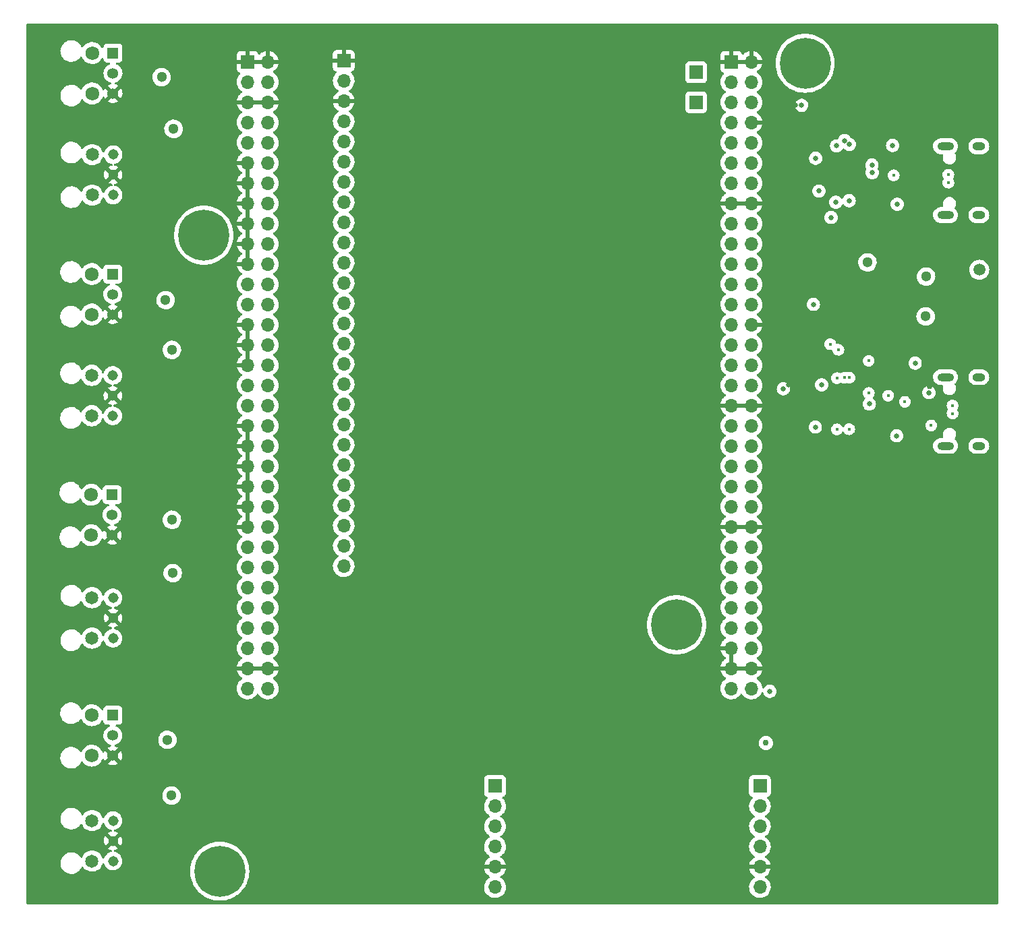
<source format=gbr>
%TF.GenerationSoftware,KiCad,Pcbnew,(6.0.7)*%
%TF.CreationDate,2022-08-05T17:58:53-07:00*%
%TF.ProjectId,adatface_baseboard,61646174-6661-4636-955f-62617365626f,rev?*%
%TF.SameCoordinates,Original*%
%TF.FileFunction,Copper,L3,Inr*%
%TF.FilePolarity,Positive*%
%FSLAX46Y46*%
G04 Gerber Fmt 4.6, Leading zero omitted, Abs format (unit mm)*
G04 Created by KiCad (PCBNEW (6.0.7)) date 2022-08-05 17:58:53*
%MOMM*%
%LPD*%
G01*
G04 APERTURE LIST*
%TA.AperFunction,ComponentPad*%
%ADD10C,1.308000*%
%TD*%
%TA.AperFunction,ComponentPad*%
%ADD11C,1.300000*%
%TD*%
%TA.AperFunction,ComponentPad*%
%ADD12C,1.650000*%
%TD*%
%TA.AperFunction,ComponentPad*%
%ADD13R,1.358000X1.358000*%
%TD*%
%TA.AperFunction,ComponentPad*%
%ADD14C,1.358000*%
%TD*%
%TA.AperFunction,ComponentPad*%
%ADD15C,1.725000*%
%TD*%
%TA.AperFunction,ComponentPad*%
%ADD16C,0.800000*%
%TD*%
%TA.AperFunction,ComponentPad*%
%ADD17C,6.400000*%
%TD*%
%TA.AperFunction,ComponentPad*%
%ADD18R,1.700000X1.700000*%
%TD*%
%TA.AperFunction,ComponentPad*%
%ADD19O,1.700000X1.700000*%
%TD*%
%TA.AperFunction,ComponentPad*%
%ADD20O,2.100000X1.000000*%
%TD*%
%TA.AperFunction,ComponentPad*%
%ADD21O,1.600000X1.000000*%
%TD*%
%TA.AperFunction,ViaPad*%
%ADD22C,0.450000*%
%TD*%
%TA.AperFunction,ViaPad*%
%ADD23C,1.500000*%
%TD*%
%TA.AperFunction,ViaPad*%
%ADD24C,0.650000*%
%TD*%
%TA.AperFunction,ViaPad*%
%ADD25C,1.300000*%
%TD*%
%TA.AperFunction,ViaPad*%
%ADD26C,0.950000*%
%TD*%
%TA.AperFunction,ViaPad*%
%ADD27C,0.750000*%
%TD*%
G04 APERTURE END LIST*
D10*
%TO.N,Net-(C1-Pad2)*%
%TO.C,U1*%
X51056023Y-137249033D03*
D11*
%TO.N,GND*%
X51056023Y-139789033D03*
D10*
%TO.N,/TOSLINK1_RX*%
X51056023Y-142329033D03*
D12*
%TO.N,N/C*%
X48426023Y-137249033D03*
X48426023Y-142329033D03*
%TD*%
D13*
%TO.N,/TOSLINK4_TX*%
%TO.C,TR2*%
X51050408Y-40817745D03*
D14*
%TO.N,+3V3*%
X51050408Y-43357745D03*
%TO.N,GND*%
X51050408Y-45897745D03*
D15*
%TO.N,unconnected-(TR2-Pad4)*%
X48430408Y-40817745D03*
%TO.N,unconnected-(TR2-Pad5)*%
X48430408Y-45897745D03*
%TD*%
D13*
%TO.N,/TOSLINK3_TX*%
%TO.C,TR3*%
X51026111Y-68581385D03*
D14*
%TO.N,+3V3*%
X51026111Y-71121385D03*
%TO.N,GND*%
X51026111Y-73661385D03*
D15*
%TO.N,unconnected-(TR3-Pad4)*%
X48406111Y-68581385D03*
%TO.N,unconnected-(TR3-Pad5)*%
X48406111Y-73661385D03*
%TD*%
D16*
%TO.N,N/C*%
%TO.C,H3*%
X60050000Y-63700000D03*
X64147056Y-62002944D03*
X64850000Y-63700000D03*
X60752944Y-62002944D03*
X64147056Y-65397056D03*
D17*
X62450000Y-63700000D03*
D16*
X62450000Y-66100000D03*
X60752944Y-65397056D03*
X62450000Y-61300000D03*
%TD*%
%TO.N,N/C*%
%TO.C,H4*%
X121793000Y-115049000D03*
X123490056Y-110951944D03*
X124193000Y-112649000D03*
X123490056Y-114346056D03*
X120095944Y-110951944D03*
D17*
X121793000Y-112649000D03*
D16*
X121793000Y-110249000D03*
X119393000Y-112649000D03*
X120095944Y-114346056D03*
%TD*%
D10*
%TO.N,Net-(C2-Pad2)*%
%TO.C,U2*%
X51070408Y-53580245D03*
D11*
%TO.N,GND*%
X51070408Y-56120245D03*
D10*
%TO.N,/TOSLINK4_RX*%
X51070408Y-58660245D03*
D12*
%TO.N,N/C*%
X48440408Y-53580245D03*
X48440408Y-58660245D03*
%TD*%
D18*
%TO.N,GND*%
%TO.C,J3*%
X128650000Y-41910000D03*
D19*
X131190000Y-41910000D03*
%TO.N,+3V3*%
X128650000Y-44450000D03*
X131190000Y-44450000D03*
%TO.N,Net-(J3-Pad5)*%
X128650000Y-46990000D03*
%TO.N,Net-(J3-Pad6)*%
X131190000Y-46990000D03*
%TO.N,/USB2_CLK*%
X128650000Y-49530000D03*
%TO.N,GND*%
X131190000Y-49530000D03*
%TO.N,/USB2_STP*%
X128650000Y-52070000D03*
%TO.N,/USB2_VBUS_PIN*%
X131190000Y-52070000D03*
%TO.N,/USB2_DIR*%
X128650000Y-54610000D03*
%TO.N,/USB2_ID*%
X131190000Y-54610000D03*
%TO.N,/USB2_NXT*%
X128650000Y-57150000D03*
%TO.N,/USB2_RESET*%
X131190000Y-57150000D03*
%TO.N,GND*%
X128650000Y-59690000D03*
X131190000Y-59690000D03*
%TO.N,/USB2_DATA0*%
X128650000Y-62230000D03*
%TO.N,/USB2_DATA1*%
X131190000Y-62230000D03*
%TO.N,/USB2_DATA2*%
X128650000Y-64770000D03*
%TO.N,/USB2_DATA3*%
X131190000Y-64770000D03*
%TO.N,/USB2_DATA4*%
X128650000Y-67310000D03*
%TO.N,/USB2_DATA5*%
X131190000Y-67310000D03*
%TO.N,/USB2_DATA6*%
X128650000Y-69850000D03*
%TO.N,/USB2_DATA7*%
X131190000Y-69850000D03*
%TO.N,/USB2_SBU1*%
X128650000Y-72390000D03*
%TO.N,/USB2_SBU2*%
X131190000Y-72390000D03*
%TO.N,/USB1_CLK*%
X128650000Y-74930000D03*
%TO.N,GND*%
X131190000Y-74930000D03*
%TO.N,/USB1_STP*%
X128650000Y-77470000D03*
%TO.N,/USB1_VBUS_PIN*%
X131190000Y-77470000D03*
%TO.N,/USB1_DIR*%
X128650000Y-80010000D03*
%TO.N,/USB1_ID*%
X131190000Y-80010000D03*
%TO.N,/USB1_NXT*%
X128650000Y-82550000D03*
%TO.N,/USB1_RESET*%
X131190000Y-82550000D03*
%TO.N,GND*%
X128650000Y-85090000D03*
X131190000Y-85090000D03*
%TO.N,/USB1_DATA0*%
X128650000Y-87630000D03*
%TO.N,/USB1_DATA1*%
X131190000Y-87630000D03*
%TO.N,/USB1_DATA2*%
X128650000Y-90170000D03*
%TO.N,/USB1_DATA3*%
X131190000Y-90170000D03*
%TO.N,/USB1_DATA4*%
X128650000Y-92710000D03*
%TO.N,/USB1_DATA5*%
X131190000Y-92710000D03*
%TO.N,/USB1_DATA6*%
X128650000Y-95250000D03*
%TO.N,/USB1_DATA7*%
X131190000Y-95250000D03*
%TO.N,/USB1_SBU1*%
X128650000Y-97790000D03*
%TO.N,/USB1_SBU2*%
X131190000Y-97790000D03*
%TO.N,GND*%
X128650000Y-100330000D03*
X131190000Y-100330000D03*
%TO.N,/USB2_ACTIVE*%
X128650000Y-102870000D03*
%TO.N,/USB2_SUSPENDED_N*%
X131190000Y-102870000D03*
%TO.N,/USB1_ACTIVE*%
X128650000Y-105410000D03*
%TO.N,/USB1_SUSPENDED_N*%
X131190000Y-105410000D03*
%TO.N,/SYNC3*%
X128650000Y-107950000D03*
%TO.N,/SYNC4*%
X131190000Y-107950000D03*
%TO.N,/SYNC1*%
X128650000Y-110490000D03*
%TO.N,/SYNC2*%
X131190000Y-110490000D03*
%TO.N,/USB1*%
X128650000Y-113030000D03*
%TO.N,/USB2*%
X131190000Y-113030000D03*
%TO.N,GND*%
X128650000Y-115570000D03*
%TO.N,/HOST*%
X131190000Y-115570000D03*
%TO.N,GND*%
X128650000Y-118110000D03*
X131190000Y-118110000D03*
%TO.N,+5V*%
X128650000Y-120650000D03*
X131190000Y-120650000D03*
%TD*%
D18*
%TO.N,GND*%
%TO.C,J7*%
X80010000Y-41783000D03*
D19*
%TO.N,+3V3*%
X80010000Y-44323000D03*
%TO.N,GND*%
X80010000Y-46863000D03*
%TO.N,Net-(J2-Pad8)*%
X80010000Y-49403000D03*
%TO.N,Net-(J2-Pad10)*%
X80010000Y-51943000D03*
%TO.N,Net-(J2-Pad12)*%
X80010000Y-54483000D03*
%TO.N,Net-(J2-Pad14)*%
X80010000Y-57023000D03*
%TO.N,Net-(J2-Pad16)*%
X80010000Y-59563000D03*
%TO.N,Net-(J2-Pad18)*%
X80010000Y-62103000D03*
%TO.N,Net-(J2-Pad20)*%
X80010000Y-64643000D03*
%TO.N,Net-(J2-Pad22)*%
X80010000Y-67183000D03*
%TO.N,Net-(J2-Pad24)*%
X80010000Y-69723000D03*
%TO.N,Net-(J2-Pad26)*%
X80010000Y-72263000D03*
%TO.N,Net-(J2-Pad28)*%
X80010000Y-74803000D03*
%TO.N,Net-(J2-Pad30)*%
X80010000Y-77343000D03*
%TO.N,Net-(J2-Pad32)*%
X80010000Y-79883000D03*
%TO.N,Net-(J2-Pad34)*%
X80010000Y-82423000D03*
%TO.N,Net-(J2-Pad36)*%
X80010000Y-84963000D03*
%TO.N,Net-(J2-Pad38)*%
X80010000Y-87503000D03*
%TO.N,Net-(J2-Pad40)*%
X80010000Y-90043000D03*
%TO.N,Net-(J2-Pad42)*%
X80010000Y-92583000D03*
%TO.N,Net-(J2-Pad44)*%
X80010000Y-95123000D03*
%TO.N,Net-(J2-Pad46)*%
X80010000Y-97663000D03*
%TO.N,Net-(J2-Pad48)*%
X80010000Y-100203000D03*
%TO.N,Net-(J2-Pad50)*%
X80010000Y-102743000D03*
%TO.N,Net-(J2-Pad52)*%
X80010000Y-105283000D03*
%TD*%
D18*
%TO.N,/I2S2_SCK*%
%TO.C,J6*%
X99000000Y-132900000D03*
D19*
%TO.N,/I2S2_BCK*%
X99000000Y-135440000D03*
%TO.N,/I2S2_DIN*%
X99000000Y-137980000D03*
%TO.N,/I2S2_LRCK*%
X99000000Y-140520000D03*
%TO.N,GND*%
X99000000Y-143060000D03*
%TO.N,+5V*%
X99000000Y-145600000D03*
%TD*%
D20*
%TO.N,Net-(J4-PadS1)*%
%TO.C,J4*%
X155545000Y-90170000D03*
D21*
X159725000Y-90170000D03*
X159725000Y-81530000D03*
D20*
X155545000Y-81530000D03*
%TD*%
D10*
%TO.N,Net-(C3-Pad2)*%
%TO.C,U3*%
X51030000Y-81310000D03*
D11*
%TO.N,GND*%
X51030000Y-83850000D03*
D10*
%TO.N,/TOSLINK3_RX*%
X51030000Y-86390000D03*
D12*
%TO.N,N/C*%
X48400000Y-81310000D03*
X48400000Y-86390000D03*
%TD*%
D18*
%TO.N,Net-(J3-Pad6)*%
%TO.C,J9*%
X124250000Y-43250000D03*
%TD*%
D16*
%TO.N,N/C*%
%TO.C,H2*%
X62752944Y-141902944D03*
X66850000Y-143600000D03*
X64450000Y-146000000D03*
X66147056Y-145297056D03*
X64450000Y-141200000D03*
X66147056Y-141902944D03*
X62752944Y-145297056D03*
X62050000Y-143600000D03*
D17*
X64450000Y-143600000D03*
%TD*%
D18*
%TO.N,/I2S1_SCK*%
%TO.C,J1*%
X132250000Y-132900000D03*
D19*
%TO.N,/I2S1_BCK*%
X132250000Y-135440000D03*
%TO.N,/I2S1_DIN*%
X132250000Y-137980000D03*
%TO.N,/I2S1_LRCK*%
X132250000Y-140520000D03*
%TO.N,GND*%
X132250000Y-143060000D03*
%TO.N,+5V*%
X132250000Y-145600000D03*
%TD*%
D13*
%TO.N,/TOSLINK2_TX*%
%TO.C,TR4*%
X50946530Y-96303594D03*
D14*
%TO.N,+3V3*%
X50946530Y-98843594D03*
%TO.N,GND*%
X50946530Y-101383594D03*
D15*
%TO.N,unconnected-(TR4-Pad4)*%
X48326530Y-96303594D03*
%TO.N,unconnected-(TR4-Pad5)*%
X48326530Y-101383594D03*
%TD*%
D18*
%TO.N,Net-(J3-Pad5)*%
%TO.C,J8*%
X124250000Y-47000000D03*
%TD*%
D17*
%TO.N,N/C*%
%TO.C,H1*%
X137925000Y-42100000D03*
D16*
X137925000Y-39700000D03*
X137925000Y-44500000D03*
X140325000Y-42100000D03*
X139622056Y-43797056D03*
X136227944Y-40402944D03*
X135525000Y-42100000D03*
X136227944Y-43797056D03*
X139622056Y-40402944D03*
%TD*%
D10*
%TO.N,Net-(C4-Pad2)*%
%TO.C,U4*%
X51056023Y-109249033D03*
D11*
%TO.N,GND*%
X51056023Y-111789033D03*
D10*
%TO.N,/TOSLINK2_RX*%
X51056023Y-114329033D03*
D12*
%TO.N,N/C*%
X48426023Y-109249033D03*
X48426023Y-114329033D03*
%TD*%
D13*
%TO.N,/TOSLINK1_TX*%
%TO.C,TR1*%
X51036023Y-124011533D03*
D14*
%TO.N,+3V3*%
X51036023Y-126551533D03*
%TO.N,GND*%
X51036023Y-129091533D03*
D15*
%TO.N,unconnected-(TR1-Pad4)*%
X48416023Y-124011533D03*
%TO.N,unconnected-(TR1-Pad5)*%
X48416023Y-129091533D03*
%TD*%
D18*
%TO.N,GND*%
%TO.C,J2*%
X67945000Y-41910000D03*
D19*
X70485000Y-41910000D03*
%TO.N,+3V3*%
X67945000Y-44450000D03*
X70485000Y-44450000D03*
%TO.N,GND*%
X67945000Y-46990000D03*
X70485000Y-46990000D03*
%TO.N,/TOSLINK4_TX*%
X67945000Y-49530000D03*
%TO.N,Net-(J2-Pad8)*%
X70485000Y-49530000D03*
%TO.N,/TOSLINK4_RX*%
X67945000Y-52070000D03*
%TO.N,Net-(J2-Pad10)*%
X70485000Y-52070000D03*
%TO.N,GND*%
X67945000Y-54610000D03*
%TO.N,Net-(J2-Pad12)*%
X70485000Y-54610000D03*
%TO.N,GND*%
X67945000Y-57150000D03*
%TO.N,Net-(J2-Pad14)*%
X70485000Y-57150000D03*
%TO.N,GND*%
X67945000Y-59690000D03*
%TO.N,Net-(J2-Pad16)*%
X70485000Y-59690000D03*
%TO.N,GND*%
X67945000Y-62230000D03*
%TO.N,Net-(J2-Pad18)*%
X70485000Y-62230000D03*
%TO.N,GND*%
X67945000Y-64770000D03*
%TO.N,Net-(J2-Pad20)*%
X70485000Y-64770000D03*
%TO.N,GND*%
X67945000Y-67310000D03*
%TO.N,Net-(J2-Pad22)*%
X70485000Y-67310000D03*
%TO.N,/TOSLINK3_TX*%
X67945000Y-69850000D03*
%TO.N,Net-(J2-Pad24)*%
X70485000Y-69850000D03*
%TO.N,/TOSLINK3_RX*%
X67945000Y-72390000D03*
%TO.N,Net-(J2-Pad26)*%
X70485000Y-72390000D03*
%TO.N,GND*%
X67945000Y-74930000D03*
%TO.N,Net-(J2-Pad28)*%
X70485000Y-74930000D03*
%TO.N,GND*%
X67945000Y-77470000D03*
%TO.N,Net-(J2-Pad30)*%
X70485000Y-77470000D03*
%TO.N,GND*%
X67945000Y-80010000D03*
%TO.N,Net-(J2-Pad32)*%
X70485000Y-80010000D03*
%TO.N,/TOSLINK2_TX*%
X67945000Y-82550000D03*
%TO.N,Net-(J2-Pad34)*%
X70485000Y-82550000D03*
%TO.N,/TOSLINK2_RX*%
X67945000Y-85090000D03*
%TO.N,Net-(J2-Pad36)*%
X70485000Y-85090000D03*
%TO.N,GND*%
X67945000Y-87630000D03*
%TO.N,Net-(J2-Pad38)*%
X70485000Y-87630000D03*
%TO.N,GND*%
X67945000Y-90170000D03*
%TO.N,Net-(J2-Pad40)*%
X70485000Y-90170000D03*
%TO.N,GND*%
X67945000Y-92710000D03*
%TO.N,Net-(J2-Pad42)*%
X70485000Y-92710000D03*
%TO.N,GND*%
X67945000Y-95250000D03*
%TO.N,Net-(J2-Pad44)*%
X70485000Y-95250000D03*
%TO.N,GND*%
X67945000Y-97790000D03*
%TO.N,Net-(J2-Pad46)*%
X70485000Y-97790000D03*
%TO.N,GND*%
X67945000Y-100330000D03*
%TO.N,Net-(J2-Pad48)*%
X70485000Y-100330000D03*
%TO.N,/TOSLINK1_TX*%
X67945000Y-102870000D03*
%TO.N,Net-(J2-Pad50)*%
X70485000Y-102870000D03*
%TO.N,/TOSLINK1_RX*%
X67945000Y-105410000D03*
%TO.N,Net-(J2-Pad52)*%
X70485000Y-105410000D03*
%TO.N,/I2S1_SCK*%
X67945000Y-107950000D03*
%TO.N,/I2S1_BCK*%
X70485000Y-107950000D03*
%TO.N,/I2S1_DIN*%
X67945000Y-110490000D03*
%TO.N,/I2S1_LRCK*%
X70485000Y-110490000D03*
%TO.N,/I2S2_SCK*%
X67945000Y-113030000D03*
%TO.N,/I2S2_BCK*%
X70485000Y-113030000D03*
%TO.N,/I2S2_DIN*%
X67945000Y-115570000D03*
%TO.N,/I2S2_LRCK*%
X70485000Y-115570000D03*
%TO.N,GND*%
X67945000Y-118110000D03*
X70485000Y-118110000D03*
%TO.N,+5V*%
X67945000Y-120650000D03*
X70485000Y-120650000D03*
%TD*%
D20*
%TO.N,Net-(J5-PadS1)*%
%TO.C,J5*%
X155545000Y-52530000D03*
D21*
X159725000Y-61170000D03*
X159725000Y-52530000D03*
D20*
X155545000Y-61170000D03*
%TD*%
D22*
%TO.N,GND*%
X143650000Y-54850000D03*
D23*
X155000000Y-97250000D03*
D24*
X136652000Y-47371000D03*
D22*
X141754384Y-83960199D03*
D25*
X150450000Y-73100000D03*
D22*
X143650000Y-55850000D03*
X142750000Y-85950000D03*
D24*
X148500000Y-74250000D03*
D26*
X144850000Y-63275000D03*
D22*
X142650000Y-56850000D03*
X136100000Y-55600000D03*
D27*
X153523548Y-82658530D03*
D23*
X155000000Y-99300000D03*
D27*
X153499120Y-89063400D03*
D26*
X159600000Y-119900000D03*
D24*
X144800000Y-48750000D03*
D22*
X141650000Y-54850000D03*
X141750000Y-84850000D03*
D24*
X135710000Y-53680000D03*
D22*
X141650000Y-55850000D03*
D27*
X153898677Y-53636600D03*
D22*
X142750000Y-83800000D03*
X143650000Y-84850000D03*
X141750000Y-85950000D03*
D24*
X137980000Y-80730000D03*
X137400000Y-51740000D03*
D22*
X143650000Y-85950000D03*
D23*
X154700000Y-102000000D03*
D22*
X142750000Y-84850000D03*
D26*
X149420000Y-53910000D03*
D24*
X149412500Y-87200000D03*
D22*
X143650000Y-56850000D03*
D24*
X135880000Y-82500000D03*
X146825000Y-81975000D03*
X149425000Y-90525000D03*
D22*
X139300000Y-49600000D03*
X143650000Y-83800000D03*
X141650000Y-56850000D03*
D25*
X155650000Y-63850000D03*
D24*
X147520000Y-52640000D03*
D22*
X142650000Y-55850000D03*
X142650000Y-54850000D03*
D25*
X155400000Y-79250000D03*
D26*
X152400000Y-62550000D03*
D25*
X157750000Y-73800000D03*
D26*
X147841950Y-58391950D03*
D27*
X153949120Y-60063400D03*
D25*
%TO.N,+3V3*%
X58550000Y-106150000D03*
X57650000Y-71850000D03*
D22*
X143450000Y-88075000D03*
D24*
X139650000Y-58150000D03*
X143444882Y-59361800D03*
X139250000Y-54036600D03*
D22*
X141925000Y-88100000D03*
D25*
X58650000Y-50343750D03*
X58450000Y-78112500D03*
D24*
X141770974Y-59550794D03*
D25*
X153100000Y-68900000D03*
X57900000Y-127100000D03*
X153050000Y-73900000D03*
D24*
X140000000Y-82500000D03*
D25*
X58450000Y-99450000D03*
D24*
X139200000Y-87800000D03*
D25*
X58400000Y-134100000D03*
X57150000Y-43850000D03*
D24*
X146350000Y-55850000D03*
X145975000Y-84900000D03*
D23*
%TO.N,+1V8*%
X159775000Y-68050000D03*
D25*
X145737840Y-67109048D03*
D22*
X142838164Y-81606489D03*
D24*
X141874979Y-52475614D03*
D22*
X141911363Y-81660000D03*
D24*
X142878067Y-51832956D03*
D27*
%TO.N,/HOST*%
X133000000Y-127500000D03*
D24*
%TO.N,/USB2*%
X133500000Y-121000000D03*
%TO.N,/USB2_VBUS_PIN*%
X141175000Y-61475000D03*
%TO.N,/USB2_ID*%
X137490000Y-47380000D03*
%TO.N,/USB2_RESET*%
X143471811Y-52297841D03*
D22*
%TO.N,/USB2_SBU1*%
X149050000Y-56175000D03*
D24*
%TO.N,Net-(R19-Pad2)*%
X148912500Y-52427598D03*
X146310000Y-54890000D03*
D22*
%TO.N,Net-(R20-Pad2)*%
X148350000Y-83875000D03*
D24*
X149425000Y-88900000D03*
D22*
%TO.N,/USB2_D+*%
X155900000Y-57100000D03*
X155900000Y-56100000D03*
D24*
%TO.N,/USB2_SBU2*%
X138950098Y-72390000D03*
X149490000Y-59810000D03*
%TO.N,/USB1_VBUS*%
X151730000Y-79770000D03*
X153470000Y-83480000D03*
D22*
%TO.N,/USB1_VBUS_PIN*%
X141075000Y-77400000D03*
%TO.N,/USB1_ID*%
X142100000Y-78100000D03*
X145910000Y-83530000D03*
X145900000Y-79490000D03*
D24*
%TO.N,/USB1_RESET*%
X135200000Y-83000000D03*
D22*
X143500000Y-81600000D03*
%TO.N,/USB1_SBU1*%
X150450000Y-84625000D03*
%TO.N,/USB1_SBU2*%
X153750000Y-87600000D03*
%TO.N,/USB1_D+*%
X156425000Y-86100000D03*
X156425000Y-85100000D03*
%TD*%
%TA.AperFunction,Conductor*%
%TO.N,GND*%
G36*
X162083621Y-37178502D02*
G01*
X162130114Y-37232158D01*
X162141500Y-37284500D01*
X162141500Y-147615500D01*
X162121498Y-147683621D01*
X162067842Y-147730114D01*
X162015500Y-147741500D01*
X40284500Y-147741500D01*
X40216379Y-147721498D01*
X40169886Y-147667842D01*
X40158500Y-147615500D01*
X40158500Y-142524807D01*
X44454125Y-142524807D01*
X44454325Y-142530136D01*
X44454325Y-142530138D01*
X44457007Y-142601576D01*
X44462774Y-142755191D01*
X44510116Y-142980824D01*
X44512074Y-142985783D01*
X44512075Y-142985785D01*
X44513859Y-142990301D01*
X44594799Y-143195254D01*
X44597566Y-143199813D01*
X44597567Y-143199816D01*
X44669267Y-143317973D01*
X44714400Y-143392350D01*
X44717897Y-143396380D01*
X44856991Y-143556672D01*
X44865500Y-143566478D01*
X44892142Y-143588323D01*
X45039650Y-143709273D01*
X45039656Y-143709277D01*
X45043778Y-143712657D01*
X45048414Y-143715296D01*
X45048417Y-143715298D01*
X45121999Y-143757183D01*
X45244137Y-143826708D01*
X45460848Y-143905370D01*
X45466097Y-143906319D01*
X45466100Y-143906320D01*
X45683631Y-143945656D01*
X45683638Y-143945657D01*
X45687715Y-143946394D01*
X45705437Y-143947230D01*
X45710379Y-143947463D01*
X45710386Y-143947463D01*
X45711867Y-143947533D01*
X45873913Y-143947533D01*
X45940832Y-143941855D01*
X46040432Y-143933404D01*
X46040436Y-143933403D01*
X46045743Y-143932953D01*
X46050898Y-143931615D01*
X46050904Y-143931614D01*
X46263726Y-143876376D01*
X46263730Y-143876375D01*
X46268895Y-143875034D01*
X46273761Y-143872842D01*
X46273764Y-143872841D01*
X46474225Y-143782540D01*
X46479098Y-143780345D01*
X46670342Y-143651592D01*
X46674349Y-143647770D01*
X46763792Y-143562445D01*
X46837158Y-143492457D01*
X46974777Y-143307491D01*
X46984945Y-143287493D01*
X47076845Y-143106737D01*
X47079263Y-143101982D01*
X47082979Y-143090013D01*
X47122283Y-143030890D01*
X47187312Y-143002400D01*
X47257421Y-143013590D01*
X47306524Y-143055109D01*
X47400601Y-143189465D01*
X47565591Y-143354455D01*
X47570099Y-143357612D01*
X47570102Y-143357614D01*
X47752217Y-143485132D01*
X47756726Y-143488289D01*
X47761708Y-143490612D01*
X47761713Y-143490615D01*
X47924402Y-143566478D01*
X47968197Y-143586900D01*
X47973505Y-143588322D01*
X47973507Y-143588323D01*
X48188264Y-143645867D01*
X48188266Y-143645867D01*
X48193579Y-143647291D01*
X48426023Y-143667627D01*
X48658467Y-143647291D01*
X48663780Y-143645867D01*
X48663782Y-143645867D01*
X48834960Y-143600000D01*
X60736411Y-143600000D01*
X60756754Y-143988176D01*
X60757267Y-143991416D01*
X60757268Y-143991424D01*
X60774012Y-144097139D01*
X60817562Y-144372099D01*
X60918167Y-144747562D01*
X61057468Y-145110453D01*
X61058966Y-145113393D01*
X61193465Y-145377361D01*
X61233938Y-145456794D01*
X61235734Y-145459560D01*
X61235736Y-145459563D01*
X61329122Y-145603365D01*
X61445643Y-145782793D01*
X61690266Y-146084876D01*
X61965124Y-146359734D01*
X62267207Y-146604357D01*
X62269970Y-146606152D01*
X62269971Y-146606152D01*
X62527162Y-146773173D01*
X62593205Y-146816062D01*
X62596139Y-146817557D01*
X62596146Y-146817561D01*
X62861046Y-146952534D01*
X62939547Y-146992532D01*
X63302438Y-147131833D01*
X63677901Y-147232438D01*
X63881793Y-147264732D01*
X64058576Y-147292732D01*
X64058584Y-147292733D01*
X64061824Y-147293246D01*
X64450000Y-147313589D01*
X64838176Y-147293246D01*
X64841416Y-147292733D01*
X64841424Y-147292732D01*
X65018207Y-147264732D01*
X65222099Y-147232438D01*
X65597562Y-147131833D01*
X65960453Y-146992532D01*
X66038954Y-146952534D01*
X66303854Y-146817561D01*
X66303861Y-146817557D01*
X66306795Y-146816062D01*
X66372839Y-146773173D01*
X66630029Y-146606152D01*
X66630030Y-146606152D01*
X66632793Y-146604357D01*
X66934876Y-146359734D01*
X67209734Y-146084876D01*
X67454357Y-145782793D01*
X67570878Y-145603365D01*
X67594692Y-145566695D01*
X97637251Y-145566695D01*
X97637548Y-145571848D01*
X97637548Y-145571851D01*
X97649711Y-145782793D01*
X97650110Y-145789715D01*
X97651247Y-145794761D01*
X97651248Y-145794767D01*
X97671119Y-145882939D01*
X97699222Y-146007639D01*
X97783266Y-146214616D01*
X97785965Y-146219020D01*
X97873466Y-146361809D01*
X97899987Y-146405088D01*
X98046250Y-146573938D01*
X98218126Y-146716632D01*
X98411000Y-146829338D01*
X98619692Y-146909030D01*
X98624760Y-146910061D01*
X98624763Y-146910062D01*
X98732017Y-146931883D01*
X98838597Y-146953567D01*
X98843772Y-146953757D01*
X98843774Y-146953757D01*
X99056673Y-146961564D01*
X99056677Y-146961564D01*
X99061837Y-146961753D01*
X99066957Y-146961097D01*
X99066959Y-146961097D01*
X99278288Y-146934025D01*
X99278289Y-146934025D01*
X99283416Y-146933368D01*
X99288366Y-146931883D01*
X99492429Y-146870661D01*
X99492434Y-146870659D01*
X99497384Y-146869174D01*
X99697994Y-146770896D01*
X99879860Y-146641173D01*
X100038096Y-146483489D01*
X100097594Y-146400689D01*
X100165435Y-146306277D01*
X100168453Y-146302077D01*
X100267430Y-146101811D01*
X100332370Y-145888069D01*
X100361529Y-145666590D01*
X100363156Y-145600000D01*
X100360418Y-145566695D01*
X130887251Y-145566695D01*
X130887548Y-145571848D01*
X130887548Y-145571851D01*
X130899711Y-145782793D01*
X130900110Y-145789715D01*
X130901247Y-145794761D01*
X130901248Y-145794767D01*
X130921119Y-145882939D01*
X130949222Y-146007639D01*
X131033266Y-146214616D01*
X131035965Y-146219020D01*
X131123466Y-146361809D01*
X131149987Y-146405088D01*
X131296250Y-146573938D01*
X131468126Y-146716632D01*
X131661000Y-146829338D01*
X131869692Y-146909030D01*
X131874760Y-146910061D01*
X131874763Y-146910062D01*
X131982017Y-146931883D01*
X132088597Y-146953567D01*
X132093772Y-146953757D01*
X132093774Y-146953757D01*
X132306673Y-146961564D01*
X132306677Y-146961564D01*
X132311837Y-146961753D01*
X132316957Y-146961097D01*
X132316959Y-146961097D01*
X132528288Y-146934025D01*
X132528289Y-146934025D01*
X132533416Y-146933368D01*
X132538366Y-146931883D01*
X132742429Y-146870661D01*
X132742434Y-146870659D01*
X132747384Y-146869174D01*
X132947994Y-146770896D01*
X133129860Y-146641173D01*
X133288096Y-146483489D01*
X133347594Y-146400689D01*
X133415435Y-146306277D01*
X133418453Y-146302077D01*
X133517430Y-146101811D01*
X133582370Y-145888069D01*
X133611529Y-145666590D01*
X133613156Y-145600000D01*
X133594852Y-145377361D01*
X133540431Y-145160702D01*
X133451354Y-144955840D01*
X133330014Y-144768277D01*
X133179670Y-144603051D01*
X133175619Y-144599852D01*
X133175615Y-144599848D01*
X133008414Y-144467800D01*
X133008410Y-144467798D01*
X133004359Y-144464598D01*
X132962569Y-144441529D01*
X132912598Y-144391097D01*
X132897826Y-144321654D01*
X132922942Y-144255248D01*
X132950294Y-144228641D01*
X133125328Y-144103792D01*
X133133200Y-144097139D01*
X133284052Y-143946812D01*
X133290730Y-143938965D01*
X133415003Y-143766020D01*
X133420313Y-143757183D01*
X133514670Y-143566267D01*
X133518469Y-143556672D01*
X133580377Y-143352910D01*
X133582555Y-143342837D01*
X133583986Y-143331962D01*
X133581775Y-143317778D01*
X133568617Y-143314000D01*
X130933225Y-143314000D01*
X130919694Y-143317973D01*
X130918257Y-143327966D01*
X130948565Y-143462446D01*
X130951645Y-143472275D01*
X131031770Y-143669603D01*
X131036413Y-143678794D01*
X131147694Y-143860388D01*
X131153777Y-143868699D01*
X131293213Y-144029667D01*
X131300580Y-144036883D01*
X131464434Y-144172916D01*
X131472881Y-144178831D01*
X131541969Y-144219203D01*
X131590693Y-144270842D01*
X131603764Y-144340625D01*
X131577033Y-144406396D01*
X131536584Y-144439752D01*
X131523607Y-144446507D01*
X131519474Y-144449610D01*
X131519471Y-144449612D01*
X131495247Y-144467800D01*
X131344965Y-144580635D01*
X131190629Y-144742138D01*
X131064743Y-144926680D01*
X131049003Y-144960590D01*
X130979439Y-145110453D01*
X130970688Y-145129305D01*
X130910989Y-145344570D01*
X130887251Y-145566695D01*
X100360418Y-145566695D01*
X100344852Y-145377361D01*
X100290431Y-145160702D01*
X100201354Y-144955840D01*
X100080014Y-144768277D01*
X99929670Y-144603051D01*
X99925619Y-144599852D01*
X99925615Y-144599848D01*
X99758414Y-144467800D01*
X99758410Y-144467798D01*
X99754359Y-144464598D01*
X99712569Y-144441529D01*
X99662598Y-144391097D01*
X99647826Y-144321654D01*
X99672942Y-144255248D01*
X99700294Y-144228641D01*
X99875328Y-144103792D01*
X99883200Y-144097139D01*
X100034052Y-143946812D01*
X100040730Y-143938965D01*
X100165003Y-143766020D01*
X100170313Y-143757183D01*
X100264670Y-143566267D01*
X100268469Y-143556672D01*
X100330377Y-143352910D01*
X100332555Y-143342837D01*
X100333986Y-143331962D01*
X100331775Y-143317778D01*
X100318617Y-143314000D01*
X97683225Y-143314000D01*
X97669694Y-143317973D01*
X97668257Y-143327966D01*
X97698565Y-143462446D01*
X97701645Y-143472275D01*
X97781770Y-143669603D01*
X97786413Y-143678794D01*
X97897694Y-143860388D01*
X97903777Y-143868699D01*
X98043213Y-144029667D01*
X98050580Y-144036883D01*
X98214434Y-144172916D01*
X98222881Y-144178831D01*
X98291969Y-144219203D01*
X98340693Y-144270842D01*
X98353764Y-144340625D01*
X98327033Y-144406396D01*
X98286584Y-144439752D01*
X98273607Y-144446507D01*
X98269474Y-144449610D01*
X98269471Y-144449612D01*
X98245247Y-144467800D01*
X98094965Y-144580635D01*
X97940629Y-144742138D01*
X97814743Y-144926680D01*
X97799003Y-144960590D01*
X97729439Y-145110453D01*
X97720688Y-145129305D01*
X97660989Y-145344570D01*
X97637251Y-145566695D01*
X67594692Y-145566695D01*
X67664264Y-145459563D01*
X67664266Y-145459560D01*
X67666062Y-145456794D01*
X67706536Y-145377361D01*
X67841034Y-145113393D01*
X67842532Y-145110453D01*
X67981833Y-144747562D01*
X68082438Y-144372099D01*
X68125988Y-144097139D01*
X68142732Y-143991424D01*
X68142733Y-143991416D01*
X68143246Y-143988176D01*
X68163589Y-143600000D01*
X68143246Y-143211824D01*
X68141345Y-143199816D01*
X68114589Y-143030890D01*
X68082438Y-142827901D01*
X67981833Y-142452438D01*
X67955044Y-142382649D01*
X67843716Y-142092632D01*
X67842532Y-142089547D01*
X67760333Y-141928222D01*
X67667561Y-141746147D01*
X67667557Y-141746140D01*
X67666062Y-141743206D01*
X67650360Y-141719026D01*
X67456152Y-141419971D01*
X67456152Y-141419970D01*
X67454357Y-141417207D01*
X67303373Y-141230758D01*
X67211809Y-141117686D01*
X67211806Y-141117682D01*
X67209734Y-141115124D01*
X66934876Y-140840266D01*
X66894850Y-140807853D01*
X66635355Y-140597718D01*
X66632793Y-140595643D01*
X66472967Y-140491851D01*
X66465027Y-140486695D01*
X97637251Y-140486695D01*
X97637548Y-140491848D01*
X97637548Y-140491851D01*
X97643011Y-140586590D01*
X97650110Y-140709715D01*
X97651247Y-140714761D01*
X97651248Y-140714767D01*
X97663153Y-140767590D01*
X97699222Y-140927639D01*
X97783266Y-141134616D01*
X97830546Y-141211770D01*
X97885649Y-141301690D01*
X97899987Y-141325088D01*
X98046250Y-141493938D01*
X98218126Y-141636632D01*
X98249948Y-141655227D01*
X98291955Y-141679774D01*
X98340679Y-141731412D01*
X98353750Y-141801195D01*
X98327019Y-141866967D01*
X98286562Y-141900327D01*
X98278457Y-141904546D01*
X98269738Y-141910036D01*
X98099433Y-142037905D01*
X98091726Y-142044748D01*
X97944590Y-142198717D01*
X97938104Y-142206727D01*
X97818098Y-142382649D01*
X97813000Y-142391623D01*
X97723338Y-142584783D01*
X97719775Y-142594470D01*
X97664389Y-142794183D01*
X97665912Y-142802607D01*
X97678292Y-142806000D01*
X100318344Y-142806000D01*
X100331875Y-142802027D01*
X100333180Y-142792947D01*
X100291214Y-142625875D01*
X100287894Y-142616124D01*
X100202972Y-142420814D01*
X100198105Y-142411739D01*
X100082426Y-142232926D01*
X100076136Y-142224757D01*
X99932806Y-142067240D01*
X99925273Y-142060215D01*
X99758139Y-141928222D01*
X99749556Y-141922520D01*
X99712602Y-141902120D01*
X99662631Y-141851687D01*
X99647859Y-141782245D01*
X99672975Y-141715839D01*
X99700327Y-141689232D01*
X99748000Y-141655227D01*
X99879860Y-141561173D01*
X99897174Y-141543920D01*
X100034435Y-141407137D01*
X100038096Y-141403489D01*
X100097594Y-141320689D01*
X100165435Y-141226277D01*
X100168453Y-141222077D01*
X100189227Y-141180045D01*
X100265136Y-141026453D01*
X100265137Y-141026451D01*
X100267430Y-141021811D01*
X100332370Y-140808069D01*
X100361529Y-140586590D01*
X100363156Y-140520000D01*
X100360418Y-140486695D01*
X130887251Y-140486695D01*
X130887548Y-140491848D01*
X130887548Y-140491851D01*
X130893011Y-140586590D01*
X130900110Y-140709715D01*
X130901247Y-140714761D01*
X130901248Y-140714767D01*
X130913153Y-140767590D01*
X130949222Y-140927639D01*
X131033266Y-141134616D01*
X131080546Y-141211770D01*
X131135649Y-141301690D01*
X131149987Y-141325088D01*
X131296250Y-141493938D01*
X131468126Y-141636632D01*
X131499948Y-141655227D01*
X131541955Y-141679774D01*
X131590679Y-141731412D01*
X131603750Y-141801195D01*
X131577019Y-141866967D01*
X131536562Y-141900327D01*
X131528457Y-141904546D01*
X131519738Y-141910036D01*
X131349433Y-142037905D01*
X131341726Y-142044748D01*
X131194590Y-142198717D01*
X131188104Y-142206727D01*
X131068098Y-142382649D01*
X131063000Y-142391623D01*
X130973338Y-142584783D01*
X130969775Y-142594470D01*
X130914389Y-142794183D01*
X130915912Y-142802607D01*
X130928292Y-142806000D01*
X133568344Y-142806000D01*
X133581875Y-142802027D01*
X133583180Y-142792947D01*
X133541214Y-142625875D01*
X133537894Y-142616124D01*
X133452972Y-142420814D01*
X133448105Y-142411739D01*
X133332426Y-142232926D01*
X133326136Y-142224757D01*
X133182806Y-142067240D01*
X133175273Y-142060215D01*
X133008139Y-141928222D01*
X132999556Y-141922520D01*
X132962602Y-141902120D01*
X132912631Y-141851687D01*
X132897859Y-141782245D01*
X132922975Y-141715839D01*
X132950327Y-141689232D01*
X132998000Y-141655227D01*
X133129860Y-141561173D01*
X133147174Y-141543920D01*
X133284435Y-141407137D01*
X133288096Y-141403489D01*
X133347594Y-141320689D01*
X133415435Y-141226277D01*
X133418453Y-141222077D01*
X133439227Y-141180045D01*
X133515136Y-141026453D01*
X133515137Y-141026451D01*
X133517430Y-141021811D01*
X133582370Y-140808069D01*
X133611529Y-140586590D01*
X133613156Y-140520000D01*
X133594852Y-140297361D01*
X133540431Y-140080702D01*
X133451354Y-139875840D01*
X133411906Y-139814862D01*
X133332822Y-139692617D01*
X133332820Y-139692614D01*
X133330014Y-139688277D01*
X133179670Y-139523051D01*
X133175619Y-139519852D01*
X133175615Y-139519848D01*
X133008414Y-139387800D01*
X133008410Y-139387798D01*
X133004359Y-139384598D01*
X132963053Y-139361796D01*
X132913084Y-139311364D01*
X132898312Y-139241921D01*
X132923428Y-139175516D01*
X132950780Y-139148909D01*
X132994603Y-139117650D01*
X133129860Y-139021173D01*
X133288096Y-138863489D01*
X133325649Y-138811229D01*
X133415435Y-138686277D01*
X133418453Y-138682077D01*
X133427032Y-138664720D01*
X133515136Y-138486453D01*
X133515137Y-138486451D01*
X133517430Y-138481811D01*
X133562657Y-138332953D01*
X133580865Y-138273023D01*
X133580865Y-138273021D01*
X133582370Y-138268069D01*
X133611529Y-138046590D01*
X133612490Y-138007251D01*
X133613074Y-137983365D01*
X133613074Y-137983361D01*
X133613156Y-137980000D01*
X133594852Y-137757361D01*
X133540431Y-137540702D01*
X133451354Y-137335840D01*
X133330014Y-137148277D01*
X133179670Y-136983051D01*
X133175619Y-136979852D01*
X133175615Y-136979848D01*
X133008414Y-136847800D01*
X133008410Y-136847798D01*
X133004359Y-136844598D01*
X132963053Y-136821796D01*
X132913084Y-136771364D01*
X132898312Y-136701921D01*
X132923428Y-136635516D01*
X132950780Y-136608909D01*
X133004284Y-136570745D01*
X133129860Y-136481173D01*
X133139739Y-136471329D01*
X133284435Y-136327137D01*
X133288096Y-136323489D01*
X133347594Y-136240689D01*
X133415435Y-136146277D01*
X133418453Y-136142077D01*
X133446550Y-136085228D01*
X133515136Y-135946453D01*
X133515137Y-135946451D01*
X133517430Y-135941811D01*
X133582370Y-135728069D01*
X133611529Y-135506590D01*
X133613156Y-135440000D01*
X133594852Y-135217361D01*
X133540431Y-135000702D01*
X133451354Y-134795840D01*
X133411906Y-134734862D01*
X133332822Y-134612617D01*
X133332820Y-134612614D01*
X133330014Y-134608277D01*
X133326532Y-134604450D01*
X133182798Y-134446488D01*
X133151746Y-134382642D01*
X133160141Y-134312143D01*
X133205317Y-134257375D01*
X133231761Y-134243706D01*
X133338297Y-134203767D01*
X133346705Y-134200615D01*
X133463261Y-134113261D01*
X133550615Y-133996705D01*
X133601745Y-133860316D01*
X133608500Y-133798134D01*
X133608500Y-132001866D01*
X133601745Y-131939684D01*
X133550615Y-131803295D01*
X133463261Y-131686739D01*
X133346705Y-131599385D01*
X133210316Y-131548255D01*
X133148134Y-131541500D01*
X131351866Y-131541500D01*
X131289684Y-131548255D01*
X131153295Y-131599385D01*
X131036739Y-131686739D01*
X130949385Y-131803295D01*
X130898255Y-131939684D01*
X130891500Y-132001866D01*
X130891500Y-133798134D01*
X130898255Y-133860316D01*
X130949385Y-133996705D01*
X131036739Y-134113261D01*
X131153295Y-134200615D01*
X131161704Y-134203767D01*
X131161705Y-134203768D01*
X131270451Y-134244535D01*
X131327216Y-134287176D01*
X131351916Y-134353738D01*
X131336709Y-134423087D01*
X131317316Y-134449568D01*
X131190629Y-134582138D01*
X131064743Y-134766680D01*
X131049003Y-134800590D01*
X130994385Y-134918255D01*
X130970688Y-134969305D01*
X130910989Y-135184570D01*
X130887251Y-135406695D01*
X130887548Y-135411848D01*
X130887548Y-135411851D01*
X130893011Y-135506590D01*
X130900110Y-135629715D01*
X130901247Y-135634761D01*
X130901248Y-135634767D01*
X130916330Y-135701690D01*
X130949222Y-135847639D01*
X131033266Y-136054616D01*
X131080546Y-136131770D01*
X131121276Y-136198235D01*
X131149987Y-136245088D01*
X131296250Y-136413938D01*
X131468126Y-136556632D01*
X131492278Y-136570745D01*
X131541445Y-136599476D01*
X131590169Y-136651114D01*
X131603240Y-136720897D01*
X131576509Y-136786669D01*
X131536055Y-136820027D01*
X131523607Y-136826507D01*
X131519474Y-136829610D01*
X131519471Y-136829612D01*
X131495247Y-136847800D01*
X131344965Y-136960635D01*
X131190629Y-137122138D01*
X131064743Y-137306680D01*
X130970688Y-137509305D01*
X130910989Y-137724570D01*
X130887251Y-137946695D01*
X130887548Y-137951848D01*
X130887548Y-137951851D01*
X130899524Y-138159545D01*
X130900110Y-138169715D01*
X130901247Y-138174761D01*
X130901248Y-138174767D01*
X130923845Y-138275034D01*
X130949222Y-138387639D01*
X130998226Y-138508323D01*
X131030234Y-138587148D01*
X131033266Y-138594616D01*
X131035965Y-138599020D01*
X131132106Y-138755908D01*
X131149987Y-138785088D01*
X131296250Y-138953938D01*
X131468126Y-139096632D01*
X131538595Y-139137811D01*
X131541445Y-139139476D01*
X131590169Y-139191114D01*
X131603240Y-139260897D01*
X131576509Y-139326669D01*
X131536055Y-139360027D01*
X131523607Y-139366507D01*
X131519474Y-139369610D01*
X131519471Y-139369612D01*
X131349100Y-139497530D01*
X131344965Y-139500635D01*
X131190629Y-139662138D01*
X131064743Y-139846680D01*
X130970688Y-140049305D01*
X130910989Y-140264570D01*
X130887251Y-140486695D01*
X100360418Y-140486695D01*
X100344852Y-140297361D01*
X100290431Y-140080702D01*
X100201354Y-139875840D01*
X100161906Y-139814862D01*
X100082822Y-139692617D01*
X100082820Y-139692614D01*
X100080014Y-139688277D01*
X99929670Y-139523051D01*
X99925619Y-139519852D01*
X99925615Y-139519848D01*
X99758414Y-139387800D01*
X99758410Y-139387798D01*
X99754359Y-139384598D01*
X99713053Y-139361796D01*
X99663084Y-139311364D01*
X99648312Y-139241921D01*
X99673428Y-139175516D01*
X99700780Y-139148909D01*
X99744603Y-139117650D01*
X99879860Y-139021173D01*
X100038096Y-138863489D01*
X100075649Y-138811229D01*
X100165435Y-138686277D01*
X100168453Y-138682077D01*
X100177032Y-138664720D01*
X100265136Y-138486453D01*
X100265137Y-138486451D01*
X100267430Y-138481811D01*
X100312657Y-138332953D01*
X100330865Y-138273023D01*
X100330865Y-138273021D01*
X100332370Y-138268069D01*
X100361529Y-138046590D01*
X100362490Y-138007251D01*
X100363074Y-137983365D01*
X100363074Y-137983361D01*
X100363156Y-137980000D01*
X100344852Y-137757361D01*
X100290431Y-137540702D01*
X100201354Y-137335840D01*
X100080014Y-137148277D01*
X99929670Y-136983051D01*
X99925619Y-136979852D01*
X99925615Y-136979848D01*
X99758414Y-136847800D01*
X99758410Y-136847798D01*
X99754359Y-136844598D01*
X99713053Y-136821796D01*
X99663084Y-136771364D01*
X99648312Y-136701921D01*
X99673428Y-136635516D01*
X99700780Y-136608909D01*
X99754284Y-136570745D01*
X99879860Y-136481173D01*
X99889739Y-136471329D01*
X100034435Y-136327137D01*
X100038096Y-136323489D01*
X100097594Y-136240689D01*
X100165435Y-136146277D01*
X100168453Y-136142077D01*
X100196550Y-136085228D01*
X100265136Y-135946453D01*
X100265137Y-135946451D01*
X100267430Y-135941811D01*
X100332370Y-135728069D01*
X100361529Y-135506590D01*
X100363156Y-135440000D01*
X100344852Y-135217361D01*
X100290431Y-135000702D01*
X100201354Y-134795840D01*
X100161906Y-134734862D01*
X100082822Y-134612617D01*
X100082820Y-134612614D01*
X100080014Y-134608277D01*
X100076532Y-134604450D01*
X99932798Y-134446488D01*
X99901746Y-134382642D01*
X99910141Y-134312143D01*
X99955317Y-134257375D01*
X99981761Y-134243706D01*
X100088297Y-134203767D01*
X100096705Y-134200615D01*
X100213261Y-134113261D01*
X100300615Y-133996705D01*
X100351745Y-133860316D01*
X100358500Y-133798134D01*
X100358500Y-132001866D01*
X100351745Y-131939684D01*
X100300615Y-131803295D01*
X100213261Y-131686739D01*
X100096705Y-131599385D01*
X99960316Y-131548255D01*
X99898134Y-131541500D01*
X98101866Y-131541500D01*
X98039684Y-131548255D01*
X97903295Y-131599385D01*
X97786739Y-131686739D01*
X97699385Y-131803295D01*
X97648255Y-131939684D01*
X97641500Y-132001866D01*
X97641500Y-133798134D01*
X97648255Y-133860316D01*
X97699385Y-133996705D01*
X97786739Y-134113261D01*
X97903295Y-134200615D01*
X97911704Y-134203767D01*
X97911705Y-134203768D01*
X98020451Y-134244535D01*
X98077216Y-134287176D01*
X98101916Y-134353738D01*
X98086709Y-134423087D01*
X98067316Y-134449568D01*
X97940629Y-134582138D01*
X97814743Y-134766680D01*
X97799003Y-134800590D01*
X97744385Y-134918255D01*
X97720688Y-134969305D01*
X97660989Y-135184570D01*
X97637251Y-135406695D01*
X97637548Y-135411848D01*
X97637548Y-135411851D01*
X97643011Y-135506590D01*
X97650110Y-135629715D01*
X97651247Y-135634761D01*
X97651248Y-135634767D01*
X97666330Y-135701690D01*
X97699222Y-135847639D01*
X97783266Y-136054616D01*
X97830546Y-136131770D01*
X97871276Y-136198235D01*
X97899987Y-136245088D01*
X98046250Y-136413938D01*
X98218126Y-136556632D01*
X98242278Y-136570745D01*
X98291445Y-136599476D01*
X98340169Y-136651114D01*
X98353240Y-136720897D01*
X98326509Y-136786669D01*
X98286055Y-136820027D01*
X98273607Y-136826507D01*
X98269474Y-136829610D01*
X98269471Y-136829612D01*
X98245247Y-136847800D01*
X98094965Y-136960635D01*
X97940629Y-137122138D01*
X97814743Y-137306680D01*
X97720688Y-137509305D01*
X97660989Y-137724570D01*
X97637251Y-137946695D01*
X97637548Y-137951848D01*
X97637548Y-137951851D01*
X97649524Y-138159545D01*
X97650110Y-138169715D01*
X97651247Y-138174761D01*
X97651248Y-138174767D01*
X97673845Y-138275034D01*
X97699222Y-138387639D01*
X97748226Y-138508323D01*
X97780234Y-138587148D01*
X97783266Y-138594616D01*
X97785965Y-138599020D01*
X97882106Y-138755908D01*
X97899987Y-138785088D01*
X98046250Y-138953938D01*
X98218126Y-139096632D01*
X98288595Y-139137811D01*
X98291445Y-139139476D01*
X98340169Y-139191114D01*
X98353240Y-139260897D01*
X98326509Y-139326669D01*
X98286055Y-139360027D01*
X98273607Y-139366507D01*
X98269474Y-139369610D01*
X98269471Y-139369612D01*
X98099100Y-139497530D01*
X98094965Y-139500635D01*
X97940629Y-139662138D01*
X97814743Y-139846680D01*
X97720688Y-140049305D01*
X97660989Y-140264570D01*
X97637251Y-140486695D01*
X66465027Y-140486695D01*
X66309564Y-140385736D01*
X66309561Y-140385734D01*
X66306795Y-140383938D01*
X66303861Y-140382443D01*
X66303854Y-140382439D01*
X65963393Y-140208966D01*
X65960453Y-140207468D01*
X65597562Y-140068167D01*
X65222099Y-139967562D01*
X65018207Y-139935268D01*
X64841424Y-139907268D01*
X64841416Y-139907267D01*
X64838176Y-139906754D01*
X64450000Y-139886411D01*
X64061824Y-139906754D01*
X64058584Y-139907267D01*
X64058576Y-139907268D01*
X63881793Y-139935268D01*
X63677901Y-139967562D01*
X63302438Y-140068167D01*
X62939547Y-140207468D01*
X62936607Y-140208966D01*
X62596147Y-140382439D01*
X62596140Y-140382443D01*
X62593206Y-140383938D01*
X62590440Y-140385734D01*
X62590437Y-140385736D01*
X62388852Y-140516646D01*
X62267207Y-140595643D01*
X62264645Y-140597718D01*
X62005151Y-140807853D01*
X61965124Y-140840266D01*
X61690266Y-141115124D01*
X61688194Y-141117682D01*
X61688191Y-141117686D01*
X61596627Y-141230758D01*
X61445643Y-141417207D01*
X61443848Y-141419970D01*
X61443848Y-141419971D01*
X61249641Y-141719026D01*
X61233938Y-141743206D01*
X61232443Y-141746140D01*
X61232439Y-141746147D01*
X61139667Y-141928222D01*
X61057468Y-142089547D01*
X61056284Y-142092632D01*
X60944957Y-142382649D01*
X60918167Y-142452438D01*
X60817562Y-142827901D01*
X60785411Y-143030890D01*
X60758656Y-143199816D01*
X60756754Y-143211824D01*
X60736411Y-143600000D01*
X48834960Y-143600000D01*
X48878539Y-143588323D01*
X48878541Y-143588322D01*
X48883849Y-143586900D01*
X48927644Y-143566478D01*
X49090333Y-143490615D01*
X49090338Y-143490612D01*
X49095320Y-143488289D01*
X49099829Y-143485132D01*
X49281944Y-143357614D01*
X49281947Y-143357612D01*
X49286455Y-143354455D01*
X49451445Y-143189465D01*
X49521082Y-143090014D01*
X49582122Y-143002839D01*
X49582123Y-143002837D01*
X49585279Y-142998330D01*
X49587602Y-142993348D01*
X49587605Y-142993343D01*
X49681567Y-142791841D01*
X49681568Y-142791839D01*
X49683890Y-142786859D01*
X49707246Y-142699695D01*
X49744197Y-142639073D01*
X49808057Y-142608052D01*
X49878552Y-142616480D01*
X49933299Y-142661683D01*
X49951074Y-142701289D01*
X49955508Y-142718746D01*
X50044956Y-142912773D01*
X50168264Y-143087251D01*
X50321304Y-143236335D01*
X50498950Y-143355034D01*
X50504253Y-143357312D01*
X50504256Y-143357314D01*
X50689945Y-143437092D01*
X50695252Y-143439372D01*
X50797016Y-143462399D01*
X50898000Y-143485250D01*
X50898003Y-143485250D01*
X50903636Y-143486525D01*
X50909407Y-143486752D01*
X50909409Y-143486752D01*
X50974386Y-143489305D01*
X51117124Y-143494913D01*
X51222845Y-143479584D01*
X51322852Y-143465084D01*
X51322857Y-143465083D01*
X51328566Y-143464255D01*
X51334030Y-143462400D01*
X51334035Y-143462399D01*
X51525412Y-143397435D01*
X51530880Y-143395579D01*
X51717291Y-143291184D01*
X51881556Y-143154566D01*
X52018174Y-142990301D01*
X52122569Y-142803890D01*
X52191245Y-142601576D01*
X52192276Y-142594470D01*
X52213317Y-142449348D01*
X52221903Y-142390134D01*
X52223503Y-142329033D01*
X52203953Y-142116277D01*
X52198401Y-142096589D01*
X52147527Y-141916205D01*
X52147526Y-141916203D01*
X52145959Y-141910646D01*
X52141755Y-141902120D01*
X52054018Y-141724207D01*
X52051463Y-141719026D01*
X52032162Y-141693178D01*
X51927083Y-141552460D01*
X51927082Y-141552459D01*
X51923630Y-141547836D01*
X51904503Y-141530155D01*
X51770980Y-141406728D01*
X51770977Y-141406726D01*
X51766740Y-141402809D01*
X51586048Y-141288801D01*
X51387605Y-141209630D01*
X51321849Y-141196551D01*
X51238871Y-141180045D01*
X51175962Y-141147137D01*
X51140830Y-141085442D01*
X51144630Y-141014548D01*
X51186156Y-140956962D01*
X51245374Y-140931770D01*
X51321796Y-140920690D01*
X51332980Y-140918005D01*
X51523570Y-140853309D01*
X51534083Y-140848628D01*
X51660789Y-140777668D01*
X51670654Y-140767590D01*
X51667698Y-140759918D01*
X51068835Y-140161055D01*
X51054891Y-140153441D01*
X51053058Y-140153572D01*
X51046443Y-140157823D01*
X50449235Y-140755031D01*
X50443039Y-140766377D01*
X50452921Y-140778867D01*
X50496302Y-140807853D01*
X50506412Y-140813343D01*
X50691341Y-140892795D01*
X50702284Y-140896350D01*
X50872801Y-140934934D01*
X50934827Y-140969477D01*
X50968332Y-141032070D01*
X50962678Y-141102841D01*
X50919659Y-141159321D01*
X50866332Y-141182007D01*
X50759552Y-141200355D01*
X50759548Y-141200356D01*
X50753857Y-141201334D01*
X50553410Y-141275283D01*
X50548449Y-141278235D01*
X50548448Y-141278235D01*
X50374763Y-141381566D01*
X50374760Y-141381568D01*
X50369795Y-141384522D01*
X50365455Y-141388328D01*
X50365451Y-141388331D01*
X50268778Y-141473112D01*
X50209163Y-141525393D01*
X50076892Y-141693178D01*
X50074203Y-141698289D01*
X50074201Y-141698292D01*
X50020061Y-141801195D01*
X49977412Y-141882258D01*
X49963140Y-141928222D01*
X49950682Y-141968342D01*
X49911379Y-142027467D01*
X49846350Y-142055957D01*
X49776240Y-142044767D01*
X49723311Y-141997449D01*
X49708643Y-141963588D01*
X49685313Y-141876517D01*
X49685312Y-141876515D01*
X49683890Y-141871207D01*
X49676228Y-141854776D01*
X49587605Y-141664723D01*
X49587602Y-141664718D01*
X49585279Y-141659736D01*
X49570929Y-141639242D01*
X49454604Y-141473112D01*
X49454602Y-141473109D01*
X49451445Y-141468601D01*
X49286455Y-141303611D01*
X49281947Y-141300454D01*
X49281944Y-141300452D01*
X49099829Y-141172934D01*
X49099827Y-141172933D01*
X49095320Y-141169777D01*
X49090338Y-141167454D01*
X49090333Y-141167451D01*
X48888831Y-141073489D01*
X48888829Y-141073488D01*
X48883849Y-141071166D01*
X48878541Y-141069744D01*
X48878539Y-141069743D01*
X48663782Y-141012199D01*
X48663780Y-141012199D01*
X48658467Y-141010775D01*
X48426023Y-140990439D01*
X48193579Y-141010775D01*
X48188266Y-141012199D01*
X48188264Y-141012199D01*
X47973507Y-141069743D01*
X47973505Y-141069744D01*
X47968197Y-141071166D01*
X47963217Y-141073488D01*
X47963215Y-141073489D01*
X47761713Y-141167451D01*
X47761708Y-141167454D01*
X47756726Y-141169777D01*
X47752219Y-141172933D01*
X47752217Y-141172934D01*
X47570102Y-141300452D01*
X47570099Y-141300454D01*
X47565591Y-141303611D01*
X47400601Y-141468601D01*
X47397444Y-141473109D01*
X47397442Y-141473112D01*
X47281117Y-141639242D01*
X47266767Y-141659736D01*
X47264444Y-141664718D01*
X47264441Y-141664723D01*
X47181467Y-141842661D01*
X47134549Y-141895946D01*
X47066272Y-141915407D01*
X46998312Y-141894865D01*
X46959553Y-141854776D01*
X46920417Y-141790281D01*
X46920412Y-141790274D01*
X46917646Y-141785716D01*
X46870524Y-141731412D01*
X46770046Y-141615621D01*
X46770044Y-141615619D01*
X46766546Y-141611588D01*
X46705061Y-141561173D01*
X46592396Y-141468793D01*
X46592390Y-141468789D01*
X46588268Y-141465409D01*
X46583632Y-141462770D01*
X46583629Y-141462768D01*
X46392552Y-141354001D01*
X46387909Y-141351358D01*
X46171198Y-141272696D01*
X46165949Y-141271747D01*
X46165946Y-141271746D01*
X45948415Y-141232410D01*
X45948408Y-141232409D01*
X45944331Y-141231672D01*
X45926609Y-141230836D01*
X45921667Y-141230603D01*
X45921660Y-141230603D01*
X45920179Y-141230533D01*
X45758133Y-141230533D01*
X45691214Y-141236211D01*
X45591614Y-141244662D01*
X45591610Y-141244663D01*
X45586303Y-141245113D01*
X45581148Y-141246451D01*
X45581142Y-141246452D01*
X45368320Y-141301690D01*
X45368316Y-141301691D01*
X45363151Y-141303032D01*
X45358285Y-141305224D01*
X45358282Y-141305225D01*
X45250003Y-141354001D01*
X45152948Y-141397721D01*
X44961704Y-141526474D01*
X44794888Y-141685609D01*
X44791705Y-141689887D01*
X44754095Y-141740437D01*
X44657269Y-141870575D01*
X44654853Y-141875326D01*
X44654851Y-141875330D01*
X44630859Y-141922520D01*
X44552783Y-142076084D01*
X44551201Y-142081178D01*
X44551200Y-142081181D01*
X44538516Y-142122031D01*
X44484416Y-142296260D01*
X44483715Y-142301549D01*
X44455867Y-142511667D01*
X44454125Y-142524807D01*
X40158500Y-142524807D01*
X40158500Y-139764356D01*
X49893839Y-139764356D01*
X49907002Y-139965192D01*
X49908803Y-139976562D01*
X49958346Y-140171637D01*
X49962187Y-140182484D01*
X50046452Y-140365271D01*
X50052201Y-140375228D01*
X50065935Y-140394661D01*
X50076524Y-140403049D01*
X50089825Y-140396021D01*
X50684001Y-139801845D01*
X50690379Y-139790165D01*
X51420431Y-139790165D01*
X51420562Y-139791998D01*
X51424813Y-139798613D01*
X52022994Y-140396794D01*
X52035374Y-140403554D01*
X52041954Y-140398628D01*
X52115618Y-140267093D01*
X52120299Y-140256580D01*
X52184995Y-140065990D01*
X52187680Y-140054807D01*
X52216857Y-139853572D01*
X52217487Y-139846190D01*
X52218887Y-139792737D01*
X52218644Y-139785338D01*
X52200039Y-139582857D01*
X52197941Y-139571536D01*
X52143310Y-139377830D01*
X52139186Y-139367083D01*
X52050164Y-139186567D01*
X52046640Y-139180817D01*
X52036618Y-139173295D01*
X52024199Y-139180067D01*
X51428045Y-139776221D01*
X51420431Y-139790165D01*
X50690379Y-139790165D01*
X50691615Y-139787901D01*
X50691484Y-139786068D01*
X50687233Y-139779453D01*
X50087543Y-139179763D01*
X50075163Y-139173003D01*
X50069197Y-139177469D01*
X49984280Y-139338869D01*
X49979871Y-139349512D01*
X49920190Y-139541717D01*
X49917796Y-139552979D01*
X49894140Y-139752854D01*
X49893839Y-139764356D01*
X40158500Y-139764356D01*
X40158500Y-136924807D01*
X44454125Y-136924807D01*
X44462774Y-137155191D01*
X44510116Y-137380824D01*
X44512074Y-137385783D01*
X44512075Y-137385785D01*
X44589440Y-137581683D01*
X44594799Y-137595254D01*
X44597566Y-137599813D01*
X44597567Y-137599816D01*
X44660023Y-137702740D01*
X44714400Y-137792350D01*
X44717897Y-137796380D01*
X44804461Y-137896136D01*
X44865500Y-137966478D01*
X44869631Y-137969865D01*
X45039650Y-138109273D01*
X45039656Y-138109277D01*
X45043778Y-138112657D01*
X45048414Y-138115296D01*
X45048417Y-138115298D01*
X45157445Y-138177360D01*
X45244137Y-138226708D01*
X45460848Y-138305370D01*
X45466097Y-138306319D01*
X45466100Y-138306320D01*
X45683631Y-138345656D01*
X45683638Y-138345657D01*
X45687715Y-138346394D01*
X45705437Y-138347230D01*
X45710379Y-138347463D01*
X45710386Y-138347463D01*
X45711867Y-138347533D01*
X45873913Y-138347533D01*
X45940832Y-138341855D01*
X46040432Y-138333404D01*
X46040436Y-138333403D01*
X46045743Y-138332953D01*
X46050898Y-138331615D01*
X46050904Y-138331614D01*
X46263726Y-138276376D01*
X46263730Y-138276375D01*
X46268895Y-138275034D01*
X46273761Y-138272842D01*
X46273764Y-138272841D01*
X46474225Y-138182540D01*
X46479098Y-138180345D01*
X46670342Y-138051592D01*
X46675586Y-138046590D01*
X46785683Y-137941562D01*
X46837158Y-137892457D01*
X46967789Y-137716883D01*
X47024498Y-137674171D01*
X47095299Y-137668898D01*
X47157711Y-137702740D01*
X47183072Y-137738847D01*
X47264441Y-137913343D01*
X47264444Y-137913348D01*
X47266767Y-137918330D01*
X47269923Y-137922837D01*
X47269924Y-137922839D01*
X47362165Y-138054572D01*
X47400601Y-138109465D01*
X47565591Y-138274455D01*
X47570099Y-138277612D01*
X47570102Y-138277614D01*
X47739654Y-138396335D01*
X47756726Y-138408289D01*
X47761708Y-138410612D01*
X47761713Y-138410615D01*
X47924348Y-138486453D01*
X47968197Y-138506900D01*
X47973505Y-138508322D01*
X47973507Y-138508323D01*
X48188264Y-138565867D01*
X48188266Y-138565867D01*
X48193579Y-138567291D01*
X48426023Y-138587627D01*
X48658467Y-138567291D01*
X48663780Y-138565867D01*
X48663782Y-138565867D01*
X48878539Y-138508323D01*
X48878541Y-138508322D01*
X48883849Y-138506900D01*
X48927698Y-138486453D01*
X49090333Y-138410615D01*
X49090338Y-138410612D01*
X49095320Y-138408289D01*
X49112392Y-138396335D01*
X49281944Y-138277614D01*
X49281947Y-138277612D01*
X49286455Y-138274455D01*
X49451445Y-138109465D01*
X49489882Y-138054572D01*
X49582122Y-137922839D01*
X49582123Y-137922837D01*
X49585279Y-137918330D01*
X49587602Y-137913348D01*
X49587605Y-137913343D01*
X49681567Y-137711841D01*
X49681568Y-137711839D01*
X49683890Y-137706859D01*
X49707246Y-137619695D01*
X49744197Y-137559073D01*
X49808057Y-137528052D01*
X49878552Y-137536480D01*
X49933299Y-137581683D01*
X49951074Y-137621289D01*
X49955508Y-137638746D01*
X50044956Y-137832773D01*
X50048289Y-137837489D01*
X50146635Y-137976646D01*
X50168264Y-138007251D01*
X50321304Y-138156335D01*
X50498950Y-138275034D01*
X50504253Y-138277312D01*
X50504256Y-138277314D01*
X50663327Y-138345656D01*
X50695252Y-138359372D01*
X50795792Y-138382122D01*
X50872682Y-138399521D01*
X50934709Y-138434064D01*
X50968213Y-138496658D01*
X50962559Y-138567429D01*
X50919540Y-138623908D01*
X50866212Y-138646594D01*
X50760724Y-138664720D01*
X50749604Y-138667700D01*
X50560771Y-138737364D01*
X50550393Y-138742314D01*
X50451929Y-138800894D01*
X50442330Y-138811229D01*
X50445816Y-138819616D01*
X51043211Y-139417011D01*
X51057155Y-139424625D01*
X51058988Y-139424494D01*
X51065603Y-139420243D01*
X51662556Y-138823290D01*
X51669316Y-138810910D01*
X51663286Y-138802855D01*
X51588880Y-138755908D01*
X51578632Y-138750687D01*
X51391686Y-138676103D01*
X51380659Y-138672836D01*
X51238753Y-138644610D01*
X51175843Y-138611703D01*
X51140711Y-138550008D01*
X51144511Y-138479113D01*
X51186036Y-138421527D01*
X51245253Y-138396335D01*
X51272219Y-138392425D01*
X51328566Y-138384255D01*
X51334030Y-138382400D01*
X51334035Y-138382399D01*
X51525412Y-138317435D01*
X51530880Y-138315579D01*
X51717291Y-138211184D01*
X51881556Y-138074566D01*
X52018174Y-137910301D01*
X52122569Y-137723890D01*
X52178517Y-137559073D01*
X52189389Y-137527045D01*
X52189390Y-137527040D01*
X52191245Y-137521576D01*
X52192301Y-137514297D01*
X52221370Y-137313808D01*
X52221903Y-137310134D01*
X52223503Y-137249033D01*
X52203953Y-137036277D01*
X52198401Y-137016589D01*
X52147527Y-136836205D01*
X52147526Y-136836203D01*
X52145959Y-136830646D01*
X52141596Y-136821797D01*
X52054018Y-136644207D01*
X52051463Y-136639026D01*
X52032162Y-136613178D01*
X51927083Y-136472460D01*
X51927082Y-136472459D01*
X51923630Y-136467836D01*
X51919394Y-136463920D01*
X51770980Y-136326728D01*
X51770977Y-136326726D01*
X51766740Y-136322809D01*
X51586048Y-136208801D01*
X51387605Y-136129630D01*
X51381948Y-136128505D01*
X51381942Y-136128503D01*
X51183726Y-136089076D01*
X51183722Y-136089076D01*
X51178058Y-136087949D01*
X51172283Y-136087873D01*
X51172279Y-136087873D01*
X51065020Y-136086469D01*
X50964424Y-136085152D01*
X50958727Y-136086131D01*
X50958726Y-136086131D01*
X50919135Y-136092934D01*
X50753857Y-136121334D01*
X50553410Y-136195283D01*
X50548449Y-136198235D01*
X50548448Y-136198235D01*
X50374763Y-136301566D01*
X50374760Y-136301568D01*
X50369795Y-136304522D01*
X50365455Y-136308328D01*
X50365451Y-136308331D01*
X50268778Y-136393112D01*
X50209163Y-136445393D01*
X50076892Y-136613178D01*
X50074203Y-136618289D01*
X50074201Y-136618292D01*
X50033180Y-136696260D01*
X49977412Y-136802258D01*
X49964265Y-136844598D01*
X49950682Y-136888342D01*
X49911379Y-136947467D01*
X49846350Y-136975957D01*
X49776240Y-136964767D01*
X49723311Y-136917449D01*
X49708643Y-136883588D01*
X49685313Y-136796517D01*
X49685312Y-136796515D01*
X49683890Y-136791207D01*
X49651104Y-136720897D01*
X49587605Y-136584723D01*
X49587602Y-136584718D01*
X49585279Y-136579736D01*
X49582122Y-136575227D01*
X49454604Y-136393112D01*
X49454602Y-136393109D01*
X49451445Y-136388601D01*
X49286455Y-136223611D01*
X49281947Y-136220454D01*
X49281944Y-136220452D01*
X49099829Y-136092934D01*
X49099827Y-136092933D01*
X49095320Y-136089777D01*
X49090338Y-136087454D01*
X49090333Y-136087451D01*
X48888831Y-135993489D01*
X48888829Y-135993488D01*
X48883849Y-135991166D01*
X48878541Y-135989744D01*
X48878539Y-135989743D01*
X48663782Y-135932199D01*
X48663780Y-135932199D01*
X48658467Y-135930775D01*
X48426023Y-135910439D01*
X48193579Y-135930775D01*
X48188266Y-135932199D01*
X48188264Y-135932199D01*
X47973507Y-135989743D01*
X47973505Y-135989744D01*
X47968197Y-135991166D01*
X47963217Y-135993488D01*
X47963215Y-135993489D01*
X47761713Y-136087451D01*
X47761708Y-136087454D01*
X47756726Y-136089777D01*
X47752219Y-136092933D01*
X47752217Y-136092934D01*
X47570102Y-136220452D01*
X47570099Y-136220454D01*
X47565591Y-136223611D01*
X47400601Y-136388601D01*
X47397444Y-136393109D01*
X47397442Y-136393112D01*
X47304101Y-136526417D01*
X47248644Y-136570745D01*
X47178024Y-136578054D01*
X47114664Y-136546023D01*
X47083696Y-136500428D01*
X47039208Y-136387777D01*
X47039207Y-136387775D01*
X47037247Y-136382812D01*
X47003215Y-136326728D01*
X46920413Y-136190276D01*
X46917646Y-136185716D01*
X46863515Y-136123335D01*
X46770046Y-136015621D01*
X46770044Y-136015619D01*
X46766546Y-136011588D01*
X46675405Y-135936857D01*
X46592396Y-135868793D01*
X46592390Y-135868789D01*
X46588268Y-135865409D01*
X46583632Y-135862770D01*
X46583629Y-135862768D01*
X46392552Y-135754001D01*
X46387909Y-135751358D01*
X46171198Y-135672696D01*
X46165949Y-135671747D01*
X46165946Y-135671746D01*
X45948415Y-135632410D01*
X45948408Y-135632409D01*
X45944331Y-135631672D01*
X45926609Y-135630836D01*
X45921667Y-135630603D01*
X45921660Y-135630603D01*
X45920179Y-135630533D01*
X45758133Y-135630533D01*
X45691214Y-135636211D01*
X45591614Y-135644662D01*
X45591610Y-135644663D01*
X45586303Y-135645113D01*
X45581148Y-135646451D01*
X45581142Y-135646452D01*
X45368320Y-135701690D01*
X45368316Y-135701691D01*
X45363151Y-135703032D01*
X45358285Y-135705224D01*
X45358282Y-135705225D01*
X45250003Y-135754001D01*
X45152948Y-135797721D01*
X44961704Y-135926474D01*
X44957847Y-135930153D01*
X44957845Y-135930155D01*
X44895381Y-135989743D01*
X44794888Y-136085609D01*
X44657269Y-136270575D01*
X44552783Y-136476084D01*
X44551203Y-136481173D01*
X44551200Y-136481181D01*
X44503278Y-136635516D01*
X44484416Y-136696260D01*
X44483715Y-136701549D01*
X44464756Y-136844598D01*
X44454125Y-136924807D01*
X40158500Y-136924807D01*
X40158500Y-134069544D01*
X57236936Y-134069544D01*
X57250861Y-134282006D01*
X57252282Y-134287602D01*
X57252283Y-134287607D01*
X57286069Y-134420635D01*
X57303272Y-134488372D01*
X57305689Y-134493615D01*
X57358549Y-134608277D01*
X57392411Y-134681731D01*
X57515296Y-134855609D01*
X57667809Y-135004181D01*
X57672605Y-135007386D01*
X57672608Y-135007388D01*
X57744088Y-135055149D01*
X57844843Y-135122471D01*
X57850146Y-135124749D01*
X57850149Y-135124751D01*
X57932324Y-135160056D01*
X58040470Y-135206519D01*
X58111194Y-135222522D01*
X58242501Y-135252234D01*
X58242506Y-135252235D01*
X58248138Y-135253509D01*
X58253909Y-135253736D01*
X58253911Y-135253736D01*
X58315252Y-135256146D01*
X58460891Y-135261869D01*
X58466600Y-135261041D01*
X58466604Y-135261041D01*
X58665890Y-135232145D01*
X58665894Y-135232144D01*
X58671605Y-135231316D01*
X58873223Y-135162876D01*
X59058993Y-135058840D01*
X59222693Y-134922693D01*
X59358840Y-134758993D01*
X59462876Y-134573223D01*
X59531316Y-134371605D01*
X59543496Y-134287607D01*
X59561337Y-134164561D01*
X59561337Y-134164559D01*
X59561869Y-134160891D01*
X59563463Y-134100000D01*
X59543981Y-133887976D01*
X59486186Y-133683052D01*
X59392015Y-133492092D01*
X59264622Y-133321491D01*
X59108271Y-133176963D01*
X58928201Y-133063347D01*
X58730441Y-132984449D01*
X58724781Y-132983323D01*
X58724777Y-132983322D01*
X58527282Y-132944038D01*
X58527280Y-132944038D01*
X58521615Y-132942911D01*
X58515840Y-132942835D01*
X58515836Y-132942835D01*
X58409161Y-132941439D01*
X58308716Y-132940124D01*
X58303019Y-132941103D01*
X58303018Y-132941103D01*
X58104564Y-132975203D01*
X58104561Y-132975204D01*
X58098874Y-132976181D01*
X57899116Y-133049875D01*
X57716134Y-133158739D01*
X57556054Y-133299125D01*
X57424238Y-133466333D01*
X57421549Y-133471444D01*
X57421547Y-133471447D01*
X57367085Y-133574961D01*
X57325100Y-133654762D01*
X57323386Y-133660283D01*
X57323384Y-133660287D01*
X57281643Y-133794717D01*
X57261961Y-133858102D01*
X57236936Y-134069544D01*
X40158500Y-134069544D01*
X40158500Y-129287307D01*
X44434125Y-129287307D01*
X44442774Y-129517691D01*
X44443869Y-129522910D01*
X44456463Y-129582932D01*
X44490116Y-129743324D01*
X44492074Y-129748283D01*
X44492075Y-129748285D01*
X44538918Y-129866897D01*
X44574799Y-129957754D01*
X44694400Y-130154850D01*
X44697897Y-130158880D01*
X44799074Y-130275476D01*
X44845500Y-130328978D01*
X44887053Y-130363049D01*
X45019650Y-130471773D01*
X45019656Y-130471777D01*
X45023778Y-130475157D01*
X45028414Y-130477796D01*
X45028417Y-130477798D01*
X45137445Y-130539860D01*
X45224137Y-130589208D01*
X45440848Y-130667870D01*
X45446097Y-130668819D01*
X45446100Y-130668820D01*
X45663631Y-130708156D01*
X45663638Y-130708157D01*
X45667715Y-130708894D01*
X45685437Y-130709730D01*
X45690379Y-130709963D01*
X45690386Y-130709963D01*
X45691867Y-130710033D01*
X45853913Y-130710033D01*
X45920832Y-130704355D01*
X46020432Y-130695904D01*
X46020436Y-130695903D01*
X46025743Y-130695453D01*
X46030898Y-130694115D01*
X46030904Y-130694114D01*
X46243726Y-130638876D01*
X46243730Y-130638875D01*
X46248895Y-130637534D01*
X46253761Y-130635342D01*
X46253764Y-130635341D01*
X46454225Y-130545040D01*
X46459098Y-130542845D01*
X46650342Y-130414092D01*
X46692505Y-130373871D01*
X46736014Y-130332365D01*
X46817158Y-130254957D01*
X46844328Y-130218440D01*
X46900988Y-130142286D01*
X46954777Y-130069991D01*
X47014366Y-129952789D01*
X47058035Y-129866897D01*
X47106738Y-129815239D01*
X47175638Y-129798113D01*
X47242860Y-129820955D01*
X47277785Y-129858168D01*
X47303187Y-129899621D01*
X47303192Y-129899628D01*
X47305889Y-129904029D01*
X47453497Y-130074432D01*
X47457472Y-130077732D01*
X47457476Y-130077736D01*
X47527596Y-130135951D01*
X47626954Y-130218440D01*
X47821603Y-130332183D01*
X48032215Y-130412608D01*
X48037283Y-130413639D01*
X48037286Y-130413640D01*
X48145636Y-130435684D01*
X48253135Y-130457555D01*
X48258310Y-130457745D01*
X48258312Y-130457745D01*
X48473265Y-130465627D01*
X48473269Y-130465627D01*
X48478429Y-130465816D01*
X48483549Y-130465160D01*
X48483551Y-130465160D01*
X48552626Y-130456311D01*
X48702047Y-130437170D01*
X48706996Y-130435685D01*
X48707002Y-130435684D01*
X48832105Y-130398151D01*
X48917984Y-130372386D01*
X48996286Y-130334026D01*
X49115801Y-130275476D01*
X49115804Y-130275474D01*
X49120440Y-130273203D01*
X49185848Y-130226548D01*
X49299766Y-130145291D01*
X49299771Y-130145287D01*
X49303978Y-130142286D01*
X49356661Y-130089787D01*
X50402129Y-130089787D01*
X50412009Y-130102274D01*
X50462410Y-130135951D01*
X50472513Y-130141437D01*
X50662341Y-130222993D01*
X50673284Y-130226548D01*
X50874790Y-130272145D01*
X50886197Y-130273647D01*
X51092643Y-130281757D01*
X51104127Y-130281155D01*
X51308596Y-130251509D01*
X51319778Y-130248825D01*
X51515416Y-130182415D01*
X51525929Y-130177734D01*
X51662096Y-130101476D01*
X51671961Y-130091397D01*
X51669006Y-130083726D01*
X51048835Y-129463555D01*
X51034891Y-129455941D01*
X51033058Y-129456072D01*
X51026443Y-129460323D01*
X50408326Y-130078440D01*
X50402129Y-130089787D01*
X49356661Y-130089787D01*
X49463670Y-129983151D01*
X49478642Y-129962316D01*
X49553479Y-129858168D01*
X49595227Y-129800070D01*
X49695116Y-129597962D01*
X49704968Y-129565535D01*
X49743909Y-129506170D01*
X49808763Y-129477283D01*
X49878940Y-129488044D01*
X49932158Y-129535037D01*
X49939953Y-129549412D01*
X50001228Y-129682329D01*
X50006979Y-129692290D01*
X50025128Y-129717970D01*
X50035716Y-129726357D01*
X50049017Y-129719329D01*
X50664001Y-129104345D01*
X50670379Y-129092665D01*
X51400431Y-129092665D01*
X51400562Y-129094498D01*
X51404813Y-129101113D01*
X52024301Y-129720601D01*
X52036681Y-129727361D01*
X52043261Y-129722435D01*
X52122224Y-129581439D01*
X52126905Y-129570926D01*
X52193315Y-129375288D01*
X52195999Y-129364106D01*
X52225941Y-129157596D01*
X52226571Y-129150214D01*
X52228011Y-129095237D01*
X52227768Y-129087838D01*
X52208675Y-128880050D01*
X52206577Y-128868729D01*
X52150499Y-128669892D01*
X52146374Y-128659145D01*
X52054999Y-128473853D01*
X52048985Y-128464039D01*
X52048599Y-128463522D01*
X52037341Y-128455073D01*
X52024921Y-128461845D01*
X51408045Y-129078721D01*
X51400431Y-129092665D01*
X50670379Y-129092665D01*
X50671615Y-129090401D01*
X50671484Y-129088568D01*
X50667233Y-129081953D01*
X50046069Y-128460789D01*
X50033689Y-128454029D01*
X50027723Y-128458495D01*
X49935477Y-128633827D01*
X49886057Y-128684800D01*
X49816925Y-128700963D01*
X49750029Y-128677184D01*
X49708418Y-128625402D01*
X49630491Y-128446182D01*
X49630489Y-128446179D01*
X49628431Y-128441445D01*
X49527865Y-128285994D01*
X49508783Y-128256497D01*
X49508781Y-128256494D01*
X49505975Y-128252157D01*
X49354247Y-128085410D01*
X49177323Y-127945684D01*
X49031397Y-127865128D01*
X48984485Y-127839231D01*
X48984482Y-127839230D01*
X48979954Y-127836730D01*
X48853714Y-127792026D01*
X48772311Y-127763200D01*
X48772308Y-127763199D01*
X48767439Y-127761475D01*
X48762350Y-127760568D01*
X48762348Y-127760568D01*
X48550576Y-127722845D01*
X48550572Y-127722845D01*
X48545488Y-127721939D01*
X48471875Y-127721040D01*
X48325229Y-127719248D01*
X48325227Y-127719248D01*
X48320059Y-127719185D01*
X48097208Y-127753286D01*
X47882918Y-127823327D01*
X47878326Y-127825717D01*
X47878327Y-127825717D01*
X47712349Y-127912120D01*
X47682946Y-127927426D01*
X47678813Y-127930529D01*
X47678810Y-127930531D01*
X47512834Y-128055149D01*
X47502660Y-128062788D01*
X47346904Y-128225778D01*
X47343990Y-128230050D01*
X47343989Y-128230051D01*
X47303795Y-128288974D01*
X47219860Y-128412018D01*
X47198286Y-128458495D01*
X47143847Y-128575773D01*
X47097023Y-128629140D01*
X47028780Y-128648720D01*
X46960784Y-128628296D01*
X46921841Y-128588088D01*
X46900413Y-128552776D01*
X46897646Y-128548216D01*
X46824153Y-128463522D01*
X46750046Y-128378121D01*
X46750044Y-128378119D01*
X46746546Y-128374088D01*
X46704993Y-128340017D01*
X46572396Y-128231293D01*
X46572390Y-128231289D01*
X46568268Y-128227909D01*
X46563632Y-128225270D01*
X46563629Y-128225268D01*
X46372552Y-128116501D01*
X46367909Y-128113858D01*
X46151198Y-128035196D01*
X46145949Y-128034247D01*
X46145946Y-128034246D01*
X45928415Y-127994910D01*
X45928408Y-127994909D01*
X45924331Y-127994172D01*
X45906609Y-127993336D01*
X45901667Y-127993103D01*
X45901660Y-127993103D01*
X45900179Y-127993033D01*
X45738133Y-127993033D01*
X45671214Y-127998711D01*
X45571614Y-128007162D01*
X45571610Y-128007163D01*
X45566303Y-128007613D01*
X45561148Y-128008951D01*
X45561142Y-128008952D01*
X45348320Y-128064190D01*
X45348316Y-128064191D01*
X45343151Y-128065532D01*
X45338285Y-128067724D01*
X45338282Y-128067725D01*
X45230003Y-128116501D01*
X45132948Y-128160221D01*
X44941704Y-128288974D01*
X44774888Y-128448109D01*
X44637269Y-128633075D01*
X44634853Y-128637826D01*
X44634851Y-128637830D01*
X44589518Y-128726994D01*
X44532783Y-128838584D01*
X44531201Y-128843678D01*
X44531200Y-128843681D01*
X44519907Y-128880050D01*
X44464416Y-129058760D01*
X44463715Y-129064049D01*
X44451317Y-129157596D01*
X44434125Y-129287307D01*
X40158500Y-129287307D01*
X40158500Y-123687307D01*
X44434125Y-123687307D01*
X44442774Y-123917691D01*
X44490116Y-124143324D01*
X44574799Y-124357754D01*
X44577566Y-124362313D01*
X44577567Y-124362316D01*
X44634328Y-124455855D01*
X44694400Y-124554850D01*
X44697897Y-124558880D01*
X44841414Y-124724269D01*
X44845500Y-124728978D01*
X44849631Y-124732365D01*
X45019650Y-124871773D01*
X45019656Y-124871777D01*
X45023778Y-124875157D01*
X45028414Y-124877796D01*
X45028417Y-124877798D01*
X45065583Y-124898954D01*
X45224137Y-124989208D01*
X45440848Y-125067870D01*
X45446097Y-125068819D01*
X45446100Y-125068820D01*
X45663631Y-125108156D01*
X45663638Y-125108157D01*
X45667715Y-125108894D01*
X45685437Y-125109730D01*
X45690379Y-125109963D01*
X45690386Y-125109963D01*
X45691867Y-125110033D01*
X45853913Y-125110033D01*
X45920832Y-125104355D01*
X46020432Y-125095904D01*
X46020436Y-125095903D01*
X46025743Y-125095453D01*
X46030898Y-125094115D01*
X46030904Y-125094114D01*
X46243726Y-125038876D01*
X46243730Y-125038875D01*
X46248895Y-125037534D01*
X46253761Y-125035342D01*
X46253764Y-125035341D01*
X46454225Y-124945040D01*
X46459098Y-124942845D01*
X46650342Y-124814092D01*
X46672460Y-124792993D01*
X46743792Y-124724945D01*
X46817158Y-124654957D01*
X46908902Y-124531649D01*
X46929593Y-124503840D01*
X46986304Y-124461127D01*
X47057104Y-124455855D01*
X47119516Y-124489697D01*
X47147425Y-124531649D01*
X47188094Y-124631805D01*
X47305889Y-124824029D01*
X47453497Y-124994432D01*
X47457472Y-124997732D01*
X47457476Y-124997736D01*
X47516350Y-125046614D01*
X47626954Y-125138440D01*
X47821603Y-125252183D01*
X48032215Y-125332608D01*
X48037283Y-125333639D01*
X48037286Y-125333640D01*
X48145636Y-125355684D01*
X48253135Y-125377555D01*
X48258310Y-125377745D01*
X48258312Y-125377745D01*
X48473265Y-125385627D01*
X48473269Y-125385627D01*
X48478429Y-125385816D01*
X48483549Y-125385160D01*
X48483551Y-125385160D01*
X48552626Y-125376311D01*
X48702047Y-125357170D01*
X48706996Y-125355685D01*
X48707002Y-125355684D01*
X48832105Y-125318151D01*
X48917984Y-125292386D01*
X48958186Y-125272691D01*
X49115801Y-125195476D01*
X49115804Y-125195474D01*
X49120440Y-125193203D01*
X49193418Y-125141148D01*
X49299766Y-125065291D01*
X49299771Y-125065287D01*
X49303978Y-125062286D01*
X49463670Y-124903151D01*
X49595227Y-124720070D01*
X49609967Y-124690246D01*
X49658081Y-124638039D01*
X49726782Y-124620132D01*
X49794258Y-124642211D01*
X49839087Y-124697265D01*
X49848523Y-124738317D01*
X49848523Y-124738667D01*
X49855278Y-124800849D01*
X49906408Y-124937238D01*
X49993762Y-125053794D01*
X50110318Y-125141148D01*
X50246707Y-125192278D01*
X50308889Y-125199033D01*
X50565395Y-125199033D01*
X50633516Y-125219035D01*
X50680009Y-125272691D01*
X50690113Y-125342965D01*
X50660619Y-125407545D01*
X50609005Y-125443245D01*
X50522601Y-125475122D01*
X50335038Y-125586710D01*
X50170951Y-125730610D01*
X50035835Y-125902004D01*
X50033144Y-125907120D01*
X50033142Y-125907122D01*
X49952074Y-126061208D01*
X49934216Y-126095150D01*
X49869497Y-126303580D01*
X49843845Y-126520315D01*
X49858119Y-126738095D01*
X49911841Y-126949627D01*
X50003212Y-127147826D01*
X50129173Y-127326056D01*
X50285504Y-127478347D01*
X50290300Y-127481552D01*
X50290303Y-127481554D01*
X50419312Y-127567755D01*
X50466970Y-127599599D01*
X50472273Y-127601877D01*
X50472276Y-127601879D01*
X50645928Y-127676486D01*
X50667493Y-127685751D01*
X50673128Y-127687026D01*
X50673131Y-127687027D01*
X50718183Y-127697221D01*
X50780210Y-127731763D01*
X50813715Y-127794357D01*
X50808061Y-127865128D01*
X50765043Y-127921607D01*
X50727360Y-127939718D01*
X50727489Y-127940067D01*
X50723812Y-127941424D01*
X50722985Y-127941821D01*
X50722070Y-127942066D01*
X50528234Y-128013577D01*
X50517852Y-128018529D01*
X50410770Y-128082235D01*
X50401172Y-128092569D01*
X50404658Y-128100958D01*
X51023211Y-128719511D01*
X51037155Y-128727125D01*
X51038988Y-128726994D01*
X51045603Y-128722743D01*
X51663582Y-128104764D01*
X51670342Y-128092384D01*
X51664312Y-128084329D01*
X51582102Y-128032458D01*
X51571854Y-128027237D01*
X51379957Y-127950678D01*
X51368924Y-127947410D01*
X51356951Y-127945028D01*
X51294042Y-127912120D01*
X51258912Y-127850424D01*
X51262713Y-127779529D01*
X51304240Y-127721944D01*
X51341034Y-127702137D01*
X51515625Y-127642871D01*
X51515627Y-127642870D01*
X51521092Y-127641015D01*
X51711512Y-127534375D01*
X51879309Y-127394819D01*
X52018865Y-127227022D01*
X52107057Y-127069544D01*
X56736936Y-127069544D01*
X56750861Y-127282006D01*
X56752282Y-127287602D01*
X56752283Y-127287607D01*
X56779512Y-127394819D01*
X56803272Y-127488372D01*
X56805689Y-127493615D01*
X56842389Y-127573223D01*
X56892411Y-127681731D01*
X57015296Y-127855609D01*
X57027045Y-127867054D01*
X57157535Y-127994172D01*
X57167809Y-128004181D01*
X57172605Y-128007386D01*
X57172608Y-128007388D01*
X57284585Y-128082208D01*
X57344843Y-128122471D01*
X57350146Y-128124749D01*
X57350149Y-128124751D01*
X57443208Y-128164732D01*
X57540470Y-128206519D01*
X57609068Y-128222041D01*
X57742501Y-128252234D01*
X57742506Y-128252235D01*
X57748138Y-128253509D01*
X57753909Y-128253736D01*
X57753911Y-128253736D01*
X57815252Y-128256146D01*
X57960891Y-128261869D01*
X57966600Y-128261041D01*
X57966604Y-128261041D01*
X58165890Y-128232145D01*
X58165894Y-128232144D01*
X58171605Y-128231316D01*
X58373223Y-128162876D01*
X58558993Y-128058840D01*
X58722693Y-127922693D01*
X58829428Y-127794357D01*
X58855149Y-127763431D01*
X58858840Y-127758993D01*
X58962876Y-127573223D01*
X58987732Y-127500000D01*
X132111633Y-127500000D01*
X132131046Y-127684702D01*
X132133086Y-127690980D01*
X132133086Y-127690981D01*
X132155696Y-127760568D01*
X132188436Y-127861331D01*
X132281296Y-128022169D01*
X132285714Y-128027076D01*
X132285715Y-128027077D01*
X132363853Y-128113858D01*
X132405566Y-128160185D01*
X132410908Y-128164066D01*
X132410910Y-128164068D01*
X132545522Y-128261869D01*
X132555816Y-128269348D01*
X132561844Y-128272032D01*
X132561846Y-128272033D01*
X132608164Y-128292655D01*
X132725479Y-128344887D01*
X132816309Y-128364193D01*
X132900683Y-128382128D01*
X132900687Y-128382128D01*
X132907140Y-128383500D01*
X133092860Y-128383500D01*
X133099313Y-128382128D01*
X133099317Y-128382128D01*
X133183691Y-128364193D01*
X133274521Y-128344887D01*
X133391836Y-128292655D01*
X133438154Y-128272033D01*
X133438156Y-128272032D01*
X133444184Y-128269348D01*
X133454478Y-128261869D01*
X133589090Y-128164068D01*
X133589092Y-128164066D01*
X133594434Y-128160185D01*
X133636147Y-128113858D01*
X133714285Y-128027077D01*
X133714286Y-128027076D01*
X133718704Y-128022169D01*
X133811564Y-127861331D01*
X133844304Y-127760568D01*
X133866914Y-127690981D01*
X133866914Y-127690980D01*
X133868954Y-127684702D01*
X133888367Y-127500000D01*
X133874872Y-127371605D01*
X133869644Y-127321862D01*
X133869644Y-127321861D01*
X133868954Y-127315298D01*
X133841714Y-127231460D01*
X133817580Y-127157184D01*
X133811564Y-127138669D01*
X133718704Y-126977831D01*
X133698034Y-126954874D01*
X133598856Y-126844726D01*
X133598855Y-126844725D01*
X133594434Y-126839815D01*
X133588373Y-126835411D01*
X133449526Y-126734533D01*
X133449525Y-126734532D01*
X133444184Y-126730652D01*
X133438156Y-126727968D01*
X133438154Y-126727967D01*
X133280552Y-126657798D01*
X133280551Y-126657798D01*
X133274521Y-126655113D01*
X133183691Y-126635807D01*
X133099317Y-126617872D01*
X133099313Y-126617872D01*
X133092860Y-126616500D01*
X132907140Y-126616500D01*
X132900687Y-126617872D01*
X132900683Y-126617872D01*
X132816309Y-126635807D01*
X132725479Y-126655113D01*
X132719450Y-126657797D01*
X132719448Y-126657798D01*
X132561847Y-126727967D01*
X132561845Y-126727968D01*
X132555817Y-126730652D01*
X132550476Y-126734532D01*
X132550475Y-126734533D01*
X132410910Y-126835932D01*
X132410908Y-126835934D01*
X132405566Y-126839815D01*
X132401145Y-126844725D01*
X132401144Y-126844726D01*
X132301967Y-126954874D01*
X132281296Y-126977831D01*
X132188436Y-127138669D01*
X132182420Y-127157184D01*
X132158287Y-127231460D01*
X132131046Y-127315298D01*
X132130356Y-127321861D01*
X132130356Y-127321862D01*
X132125128Y-127371605D01*
X132111633Y-127500000D01*
X58987732Y-127500000D01*
X59031316Y-127371605D01*
X59037921Y-127326056D01*
X59061337Y-127164561D01*
X59061337Y-127164559D01*
X59061869Y-127160891D01*
X59063463Y-127100000D01*
X59043981Y-126887976D01*
X59027612Y-126829937D01*
X58987754Y-126688611D01*
X58987753Y-126688609D01*
X58986186Y-126683052D01*
X58973733Y-126657798D01*
X58894570Y-126497273D01*
X58892015Y-126492092D01*
X58764622Y-126321491D01*
X58608271Y-126176963D01*
X58428201Y-126063347D01*
X58230441Y-125984449D01*
X58224781Y-125983323D01*
X58224777Y-125983322D01*
X58027282Y-125944038D01*
X58027280Y-125944038D01*
X58021615Y-125942911D01*
X58015840Y-125942835D01*
X58015836Y-125942835D01*
X57909161Y-125941439D01*
X57808716Y-125940124D01*
X57803019Y-125941103D01*
X57803018Y-125941103D01*
X57604564Y-125975203D01*
X57604561Y-125975204D01*
X57598874Y-125976181D01*
X57399116Y-126049875D01*
X57216134Y-126158739D01*
X57056054Y-126299125D01*
X56924238Y-126466333D01*
X56921549Y-126471444D01*
X56921547Y-126471447D01*
X56898854Y-126514580D01*
X56825100Y-126654762D01*
X56823386Y-126660283D01*
X56823384Y-126660287D01*
X56802369Y-126727967D01*
X56761961Y-126858102D01*
X56736936Y-127069544D01*
X52107057Y-127069544D01*
X52125505Y-127036602D01*
X52147122Y-126972923D01*
X52193801Y-126835411D01*
X52193801Y-126835409D01*
X52195659Y-126829937D01*
X52208976Y-126738095D01*
X52226443Y-126617622D01*
X52226976Y-126613948D01*
X52228610Y-126551533D01*
X52208640Y-126334201D01*
X52205056Y-126321491D01*
X52159155Y-126158739D01*
X52149399Y-126124148D01*
X52052871Y-125928408D01*
X51922288Y-125753537D01*
X51762024Y-125605390D01*
X51757141Y-125602309D01*
X51757137Y-125602306D01*
X51582329Y-125492011D01*
X51577446Y-125488930D01*
X51459973Y-125442063D01*
X51404113Y-125398242D01*
X51380813Y-125331178D01*
X51397469Y-125262163D01*
X51448793Y-125213109D01*
X51506663Y-125199033D01*
X51763157Y-125199033D01*
X51825339Y-125192278D01*
X51961728Y-125141148D01*
X52078284Y-125053794D01*
X52165638Y-124937238D01*
X52216768Y-124800849D01*
X52223523Y-124738667D01*
X52223523Y-123284399D01*
X52216768Y-123222217D01*
X52165638Y-123085828D01*
X52078284Y-122969272D01*
X51961728Y-122881918D01*
X51825339Y-122830788D01*
X51763157Y-122824033D01*
X50308889Y-122824033D01*
X50246707Y-122830788D01*
X50110318Y-122881918D01*
X49993762Y-122969272D01*
X49906408Y-123085828D01*
X49855278Y-123222217D01*
X49848523Y-123284399D01*
X49848142Y-123284358D01*
X49825160Y-123349400D01*
X49769071Y-123392926D01*
X49698354Y-123399219D01*
X49635461Y-123366280D01*
X49617205Y-123344092D01*
X49508783Y-123176497D01*
X49508781Y-123176494D01*
X49505975Y-123172157D01*
X49354247Y-123005410D01*
X49177323Y-122865684D01*
X49011398Y-122774088D01*
X48984485Y-122759231D01*
X48984482Y-122759230D01*
X48979954Y-122756730D01*
X48788616Y-122688974D01*
X48772311Y-122683200D01*
X48772308Y-122683199D01*
X48767439Y-122681475D01*
X48762350Y-122680568D01*
X48762348Y-122680568D01*
X48550576Y-122642845D01*
X48550572Y-122642845D01*
X48545488Y-122641939D01*
X48471875Y-122641040D01*
X48325229Y-122639248D01*
X48325227Y-122639248D01*
X48320059Y-122639185D01*
X48097208Y-122673286D01*
X47882918Y-122743327D01*
X47878326Y-122745717D01*
X47878327Y-122745717D01*
X47727175Y-122824402D01*
X47682946Y-122847426D01*
X47678813Y-122850529D01*
X47678810Y-122850531D01*
X47506795Y-122979683D01*
X47502660Y-122982788D01*
X47346904Y-123145778D01*
X47343990Y-123150050D01*
X47343989Y-123150051D01*
X47272198Y-123255293D01*
X47217287Y-123300296D01*
X47146762Y-123308467D01*
X47083015Y-123277213D01*
X47050918Y-123230571D01*
X47019208Y-123150277D01*
X47019207Y-123150275D01*
X47017247Y-123145312D01*
X46897646Y-122948216D01*
X46894149Y-122944186D01*
X46750046Y-122778121D01*
X46750044Y-122778119D01*
X46746546Y-122774088D01*
X46704993Y-122740017D01*
X46572396Y-122631293D01*
X46572390Y-122631289D01*
X46568268Y-122627909D01*
X46563632Y-122625270D01*
X46563629Y-122625268D01*
X46372552Y-122516501D01*
X46367909Y-122513858D01*
X46151198Y-122435196D01*
X46145949Y-122434247D01*
X46145946Y-122434246D01*
X45928415Y-122394910D01*
X45928408Y-122394909D01*
X45924331Y-122394172D01*
X45906609Y-122393336D01*
X45901667Y-122393103D01*
X45901660Y-122393103D01*
X45900179Y-122393033D01*
X45738133Y-122393033D01*
X45671214Y-122398711D01*
X45571614Y-122407162D01*
X45571610Y-122407163D01*
X45566303Y-122407613D01*
X45561148Y-122408951D01*
X45561142Y-122408952D01*
X45348320Y-122464190D01*
X45348316Y-122464191D01*
X45343151Y-122465532D01*
X45338285Y-122467724D01*
X45338282Y-122467725D01*
X45230003Y-122516501D01*
X45132948Y-122560221D01*
X44941704Y-122688974D01*
X44937847Y-122692653D01*
X44937845Y-122692655D01*
X44882222Y-122745717D01*
X44774888Y-122848109D01*
X44637269Y-123033075D01*
X44634853Y-123037826D01*
X44634851Y-123037830D01*
X44610448Y-123085828D01*
X44532783Y-123238584D01*
X44531201Y-123243678D01*
X44531200Y-123243681D01*
X44498373Y-123349400D01*
X44464416Y-123458760D01*
X44434125Y-123687307D01*
X40158500Y-123687307D01*
X40158500Y-120616695D01*
X66582251Y-120616695D01*
X66582548Y-120621848D01*
X66582548Y-120621851D01*
X66588011Y-120716590D01*
X66595110Y-120839715D01*
X66596247Y-120844761D01*
X66596248Y-120844767D01*
X66616119Y-120932939D01*
X66644222Y-121057639D01*
X66728266Y-121264616D01*
X66771151Y-121334598D01*
X66842291Y-121450688D01*
X66844987Y-121455088D01*
X66991250Y-121623938D01*
X67163126Y-121766632D01*
X67356000Y-121879338D01*
X67564692Y-121959030D01*
X67569760Y-121960061D01*
X67569763Y-121960062D01*
X67677017Y-121981883D01*
X67783597Y-122003567D01*
X67788772Y-122003757D01*
X67788774Y-122003757D01*
X68001673Y-122011564D01*
X68001677Y-122011564D01*
X68006837Y-122011753D01*
X68011957Y-122011097D01*
X68011959Y-122011097D01*
X68223288Y-121984025D01*
X68223289Y-121984025D01*
X68228416Y-121983368D01*
X68233366Y-121981883D01*
X68437429Y-121920661D01*
X68437434Y-121920659D01*
X68442384Y-121919174D01*
X68642994Y-121820896D01*
X68824860Y-121691173D01*
X68983096Y-121533489D01*
X69042594Y-121450689D01*
X69113453Y-121352077D01*
X69114776Y-121353028D01*
X69161645Y-121309857D01*
X69231580Y-121297625D01*
X69297026Y-121325144D01*
X69324875Y-121356994D01*
X69384987Y-121455088D01*
X69531250Y-121623938D01*
X69703126Y-121766632D01*
X69896000Y-121879338D01*
X70104692Y-121959030D01*
X70109760Y-121960061D01*
X70109763Y-121960062D01*
X70217017Y-121981883D01*
X70323597Y-122003567D01*
X70328772Y-122003757D01*
X70328774Y-122003757D01*
X70541673Y-122011564D01*
X70541677Y-122011564D01*
X70546837Y-122011753D01*
X70551957Y-122011097D01*
X70551959Y-122011097D01*
X70763288Y-121984025D01*
X70763289Y-121984025D01*
X70768416Y-121983368D01*
X70773366Y-121981883D01*
X70977429Y-121920661D01*
X70977434Y-121920659D01*
X70982384Y-121919174D01*
X71182994Y-121820896D01*
X71364860Y-121691173D01*
X71523096Y-121533489D01*
X71582594Y-121450689D01*
X71650435Y-121356277D01*
X71653453Y-121352077D01*
X71656159Y-121346603D01*
X71750136Y-121156453D01*
X71750137Y-121156451D01*
X71752430Y-121151811D01*
X71798554Y-121000000D01*
X71815865Y-120943023D01*
X71815865Y-120943021D01*
X71817370Y-120938069D01*
X71846529Y-120716590D01*
X71848156Y-120650000D01*
X71845418Y-120616695D01*
X127287251Y-120616695D01*
X127287548Y-120621848D01*
X127287548Y-120621851D01*
X127293011Y-120716590D01*
X127300110Y-120839715D01*
X127301247Y-120844761D01*
X127301248Y-120844767D01*
X127321119Y-120932939D01*
X127349222Y-121057639D01*
X127433266Y-121264616D01*
X127476151Y-121334598D01*
X127547291Y-121450688D01*
X127549987Y-121455088D01*
X127696250Y-121623938D01*
X127868126Y-121766632D01*
X128061000Y-121879338D01*
X128269692Y-121959030D01*
X128274760Y-121960061D01*
X128274763Y-121960062D01*
X128382017Y-121981883D01*
X128488597Y-122003567D01*
X128493772Y-122003757D01*
X128493774Y-122003757D01*
X128706673Y-122011564D01*
X128706677Y-122011564D01*
X128711837Y-122011753D01*
X128716957Y-122011097D01*
X128716959Y-122011097D01*
X128928288Y-121984025D01*
X128928289Y-121984025D01*
X128933416Y-121983368D01*
X128938366Y-121981883D01*
X129142429Y-121920661D01*
X129142434Y-121920659D01*
X129147384Y-121919174D01*
X129347994Y-121820896D01*
X129529860Y-121691173D01*
X129688096Y-121533489D01*
X129747594Y-121450689D01*
X129818453Y-121352077D01*
X129819776Y-121353028D01*
X129866645Y-121309857D01*
X129936580Y-121297625D01*
X130002026Y-121325144D01*
X130029875Y-121356994D01*
X130089987Y-121455088D01*
X130236250Y-121623938D01*
X130408126Y-121766632D01*
X130601000Y-121879338D01*
X130809692Y-121959030D01*
X130814760Y-121960061D01*
X130814763Y-121960062D01*
X130922017Y-121981883D01*
X131028597Y-122003567D01*
X131033772Y-122003757D01*
X131033774Y-122003757D01*
X131246673Y-122011564D01*
X131246677Y-122011564D01*
X131251837Y-122011753D01*
X131256957Y-122011097D01*
X131256959Y-122011097D01*
X131468288Y-121984025D01*
X131468289Y-121984025D01*
X131473416Y-121983368D01*
X131478366Y-121981883D01*
X131682429Y-121920661D01*
X131682434Y-121920659D01*
X131687384Y-121919174D01*
X131887994Y-121820896D01*
X132069860Y-121691173D01*
X132228096Y-121533489D01*
X132287594Y-121450689D01*
X132355435Y-121356277D01*
X132358453Y-121352077D01*
X132360746Y-121347438D01*
X132450311Y-121166216D01*
X132498425Y-121114009D01*
X132567126Y-121096102D01*
X132634602Y-121118180D01*
X132679430Y-121173234D01*
X132683101Y-121183107D01*
X132734366Y-121340882D01*
X132737669Y-121346603D01*
X132818667Y-121486898D01*
X132818670Y-121486902D01*
X132821970Y-121492618D01*
X132826388Y-121497525D01*
X132826389Y-121497526D01*
X132858771Y-121533489D01*
X132939208Y-121622823D01*
X132944547Y-121626702D01*
X133037410Y-121694171D01*
X133080954Y-121725808D01*
X133086982Y-121728492D01*
X133086984Y-121728493D01*
X133234985Y-121794387D01*
X133241016Y-121797072D01*
X133326706Y-121815286D01*
X133405939Y-121832128D01*
X133405943Y-121832128D01*
X133412396Y-121833500D01*
X133587604Y-121833500D01*
X133594057Y-121832128D01*
X133594061Y-121832128D01*
X133673294Y-121815286D01*
X133758984Y-121797072D01*
X133765015Y-121794387D01*
X133913016Y-121728493D01*
X133913018Y-121728492D01*
X133919046Y-121725808D01*
X133962591Y-121694171D01*
X134055453Y-121626702D01*
X134060792Y-121622823D01*
X134141230Y-121533489D01*
X134173611Y-121497526D01*
X134173612Y-121497525D01*
X134178030Y-121492618D01*
X134181330Y-121486902D01*
X134181333Y-121486898D01*
X134262331Y-121346603D01*
X134265634Y-121340882D01*
X134319777Y-121174249D01*
X134320622Y-121166216D01*
X134337401Y-121006565D01*
X134338091Y-121000000D01*
X134321245Y-120839715D01*
X134320468Y-120832321D01*
X134320467Y-120832317D01*
X134319777Y-120825751D01*
X134265634Y-120659118D01*
X134238178Y-120611562D01*
X134181333Y-120513102D01*
X134181330Y-120513098D01*
X134178030Y-120507382D01*
X134110625Y-120432522D01*
X134065207Y-120382080D01*
X134065205Y-120382079D01*
X134060792Y-120377177D01*
X133919046Y-120274192D01*
X133913018Y-120271508D01*
X133913016Y-120271507D01*
X133765015Y-120205613D01*
X133765014Y-120205613D01*
X133758984Y-120202928D01*
X133647847Y-120179305D01*
X133594061Y-120167872D01*
X133594057Y-120167872D01*
X133587604Y-120166500D01*
X133412396Y-120166500D01*
X133405943Y-120167872D01*
X133405939Y-120167872D01*
X133352153Y-120179305D01*
X133241016Y-120202928D01*
X133234987Y-120205613D01*
X133234985Y-120205613D01*
X133086985Y-120271507D01*
X133086983Y-120271508D01*
X133080955Y-120274192D01*
X132939208Y-120377177D01*
X132934795Y-120382079D01*
X132934793Y-120382080D01*
X132889375Y-120432522D01*
X132821970Y-120507382D01*
X132818668Y-120513102D01*
X132818667Y-120513103D01*
X132778049Y-120583455D01*
X132726666Y-120632448D01*
X132656953Y-120645884D01*
X132591042Y-120619498D01*
X132549860Y-120561665D01*
X132543354Y-120530779D01*
X132541431Y-120507382D01*
X132534852Y-120427361D01*
X132480431Y-120210702D01*
X132391354Y-120005840D01*
X132270014Y-119818277D01*
X132119670Y-119653051D01*
X132115619Y-119649852D01*
X132115615Y-119649848D01*
X131948414Y-119517800D01*
X131948410Y-119517798D01*
X131944359Y-119514598D01*
X131902569Y-119491529D01*
X131852598Y-119441097D01*
X131837826Y-119371654D01*
X131862942Y-119305248D01*
X131890294Y-119278641D01*
X132065328Y-119153792D01*
X132073200Y-119147139D01*
X132224052Y-118996812D01*
X132230730Y-118988965D01*
X132355003Y-118816020D01*
X132360313Y-118807183D01*
X132454670Y-118616267D01*
X132458469Y-118606672D01*
X132520377Y-118402910D01*
X132522555Y-118392837D01*
X132523986Y-118381962D01*
X132521775Y-118367778D01*
X132508617Y-118364000D01*
X127333225Y-118364000D01*
X127319694Y-118367973D01*
X127318257Y-118377966D01*
X127348565Y-118512446D01*
X127351645Y-118522275D01*
X127431770Y-118719603D01*
X127436413Y-118728794D01*
X127547694Y-118910388D01*
X127553777Y-118918699D01*
X127693213Y-119079667D01*
X127700580Y-119086883D01*
X127864434Y-119222916D01*
X127872881Y-119228831D01*
X127941969Y-119269203D01*
X127990693Y-119320842D01*
X128003764Y-119390625D01*
X127977033Y-119456396D01*
X127936584Y-119489752D01*
X127923607Y-119496507D01*
X127919474Y-119499610D01*
X127919471Y-119499612D01*
X127895247Y-119517800D01*
X127744965Y-119630635D01*
X127590629Y-119792138D01*
X127464743Y-119976680D01*
X127370688Y-120179305D01*
X127310989Y-120394570D01*
X127287251Y-120616695D01*
X71845418Y-120616695D01*
X71829852Y-120427361D01*
X71775431Y-120210702D01*
X71686354Y-120005840D01*
X71565014Y-119818277D01*
X71414670Y-119653051D01*
X71410619Y-119649852D01*
X71410615Y-119649848D01*
X71243414Y-119517800D01*
X71243410Y-119517798D01*
X71239359Y-119514598D01*
X71197569Y-119491529D01*
X71147598Y-119441097D01*
X71132826Y-119371654D01*
X71157942Y-119305248D01*
X71185294Y-119278641D01*
X71360328Y-119153792D01*
X71368200Y-119147139D01*
X71519052Y-118996812D01*
X71525730Y-118988965D01*
X71650003Y-118816020D01*
X71655313Y-118807183D01*
X71749670Y-118616267D01*
X71753469Y-118606672D01*
X71815377Y-118402910D01*
X71817555Y-118392837D01*
X71818986Y-118381962D01*
X71816775Y-118367778D01*
X71803617Y-118364000D01*
X66628225Y-118364000D01*
X66614694Y-118367973D01*
X66613257Y-118377966D01*
X66643565Y-118512446D01*
X66646645Y-118522275D01*
X66726770Y-118719603D01*
X66731413Y-118728794D01*
X66842694Y-118910388D01*
X66848777Y-118918699D01*
X66988213Y-119079667D01*
X66995580Y-119086883D01*
X67159434Y-119222916D01*
X67167881Y-119228831D01*
X67236969Y-119269203D01*
X67285693Y-119320842D01*
X67298764Y-119390625D01*
X67272033Y-119456396D01*
X67231584Y-119489752D01*
X67218607Y-119496507D01*
X67214474Y-119499610D01*
X67214471Y-119499612D01*
X67190247Y-119517800D01*
X67039965Y-119630635D01*
X66885629Y-119792138D01*
X66759743Y-119976680D01*
X66665688Y-120179305D01*
X66605989Y-120394570D01*
X66582251Y-120616695D01*
X40158500Y-120616695D01*
X40158500Y-114524807D01*
X44454125Y-114524807D01*
X44454325Y-114530136D01*
X44454325Y-114530138D01*
X44457007Y-114601576D01*
X44462774Y-114755191D01*
X44510116Y-114980824D01*
X44512074Y-114985783D01*
X44512075Y-114985785D01*
X44570560Y-115133876D01*
X44594799Y-115195254D01*
X44597566Y-115199813D01*
X44597567Y-115199816D01*
X44621675Y-115239545D01*
X44714400Y-115392350D01*
X44717897Y-115396380D01*
X44839656Y-115536695D01*
X44865500Y-115566478D01*
X44892142Y-115588323D01*
X45039650Y-115709273D01*
X45039656Y-115709277D01*
X45043778Y-115712657D01*
X45048414Y-115715296D01*
X45048417Y-115715298D01*
X45117368Y-115754547D01*
X45244137Y-115826708D01*
X45460848Y-115905370D01*
X45466097Y-115906319D01*
X45466100Y-115906320D01*
X45683631Y-115945656D01*
X45683638Y-115945657D01*
X45687715Y-115946394D01*
X45705437Y-115947230D01*
X45710379Y-115947463D01*
X45710386Y-115947463D01*
X45711867Y-115947533D01*
X45873913Y-115947533D01*
X45940832Y-115941855D01*
X46040432Y-115933404D01*
X46040436Y-115933403D01*
X46045743Y-115932953D01*
X46050898Y-115931615D01*
X46050904Y-115931614D01*
X46263726Y-115876376D01*
X46263730Y-115876375D01*
X46268895Y-115875034D01*
X46273761Y-115872842D01*
X46273764Y-115872841D01*
X46474225Y-115782540D01*
X46479098Y-115780345D01*
X46670342Y-115651592D01*
X46674349Y-115647770D01*
X46790785Y-115536695D01*
X46837158Y-115492457D01*
X46974777Y-115307491D01*
X46984945Y-115287493D01*
X47061859Y-115136213D01*
X47079263Y-115101982D01*
X47082979Y-115090013D01*
X47122283Y-115030890D01*
X47187312Y-115002400D01*
X47257421Y-115013590D01*
X47306524Y-115055109D01*
X47363314Y-115136213D01*
X47400601Y-115189465D01*
X47565591Y-115354455D01*
X47570101Y-115357613D01*
X47723586Y-115465084D01*
X47756726Y-115488289D01*
X47761708Y-115490612D01*
X47761713Y-115490615D01*
X47915753Y-115562445D01*
X47968197Y-115586900D01*
X47973505Y-115588322D01*
X47973507Y-115588323D01*
X48188264Y-115645867D01*
X48188266Y-115645867D01*
X48193579Y-115647291D01*
X48426023Y-115667627D01*
X48658467Y-115647291D01*
X48663780Y-115645867D01*
X48663782Y-115645867D01*
X48878539Y-115588323D01*
X48878541Y-115588322D01*
X48883849Y-115586900D01*
X48936293Y-115562445D01*
X48991514Y-115536695D01*
X66582251Y-115536695D01*
X66582548Y-115541848D01*
X66582548Y-115541851D01*
X66589081Y-115655152D01*
X66595110Y-115759715D01*
X66596247Y-115764761D01*
X66596248Y-115764767D01*
X66610493Y-115827973D01*
X66644222Y-115977639D01*
X66728266Y-116184616D01*
X66779019Y-116267438D01*
X66842291Y-116370688D01*
X66844987Y-116375088D01*
X66991250Y-116543938D01*
X67163126Y-116686632D01*
X67236488Y-116729501D01*
X67236955Y-116729774D01*
X67285679Y-116781412D01*
X67298750Y-116851195D01*
X67272019Y-116916967D01*
X67231562Y-116950327D01*
X67223457Y-116954546D01*
X67214738Y-116960036D01*
X67044433Y-117087905D01*
X67036726Y-117094748D01*
X66889590Y-117248717D01*
X66883104Y-117256727D01*
X66763098Y-117432649D01*
X66758000Y-117441623D01*
X66668338Y-117634783D01*
X66664775Y-117644470D01*
X66609389Y-117844183D01*
X66610912Y-117852607D01*
X66623292Y-117856000D01*
X71803344Y-117856000D01*
X71816875Y-117852027D01*
X71818002Y-117844183D01*
X127314389Y-117844183D01*
X127315912Y-117852607D01*
X127328292Y-117856000D01*
X128377885Y-117856000D01*
X128393124Y-117851525D01*
X128394329Y-117850135D01*
X128396000Y-117842452D01*
X128396000Y-115842115D01*
X128391525Y-115826876D01*
X128390135Y-115825671D01*
X128382452Y-115824000D01*
X127333225Y-115824000D01*
X127319694Y-115827973D01*
X127318257Y-115837966D01*
X127348565Y-115972446D01*
X127351645Y-115982275D01*
X127431770Y-116179603D01*
X127436413Y-116188794D01*
X127547694Y-116370388D01*
X127553777Y-116378699D01*
X127693213Y-116539667D01*
X127700580Y-116546883D01*
X127864434Y-116682916D01*
X127872881Y-116688831D01*
X127942479Y-116729501D01*
X127991203Y-116781140D01*
X128004274Y-116850923D01*
X127977543Y-116916694D01*
X127937087Y-116950053D01*
X127928462Y-116954542D01*
X127919738Y-116960036D01*
X127749433Y-117087905D01*
X127741726Y-117094748D01*
X127594590Y-117248717D01*
X127588104Y-117256727D01*
X127468098Y-117432649D01*
X127463000Y-117441623D01*
X127373338Y-117634783D01*
X127369775Y-117644470D01*
X127314389Y-117844183D01*
X71818002Y-117844183D01*
X71818180Y-117842947D01*
X71776214Y-117675875D01*
X71772894Y-117666124D01*
X71687972Y-117470814D01*
X71683105Y-117461739D01*
X71567426Y-117282926D01*
X71561136Y-117274757D01*
X71417806Y-117117240D01*
X71410273Y-117110215D01*
X71243139Y-116978222D01*
X71234556Y-116972520D01*
X71197602Y-116952120D01*
X71147631Y-116901687D01*
X71132859Y-116832245D01*
X71157975Y-116765839D01*
X71185327Y-116739232D01*
X71208797Y-116722491D01*
X71364860Y-116611173D01*
X71523096Y-116453489D01*
X71582594Y-116370689D01*
X71650435Y-116276277D01*
X71653453Y-116272077D01*
X71666995Y-116244678D01*
X71750136Y-116076453D01*
X71750137Y-116076451D01*
X71752430Y-116071811D01*
X71790257Y-115947308D01*
X71815865Y-115863023D01*
X71815865Y-115863021D01*
X71817370Y-115858069D01*
X71846529Y-115636590D01*
X71846611Y-115633240D01*
X71848074Y-115573365D01*
X71848074Y-115573361D01*
X71848156Y-115570000D01*
X71829852Y-115347361D01*
X71775431Y-115130702D01*
X71686354Y-114925840D01*
X71583614Y-114767028D01*
X71567822Y-114742617D01*
X71567820Y-114742614D01*
X71565014Y-114738277D01*
X71414670Y-114573051D01*
X71410619Y-114569852D01*
X71410615Y-114569848D01*
X71243414Y-114437800D01*
X71243410Y-114437798D01*
X71239359Y-114434598D01*
X71198053Y-114411796D01*
X71148084Y-114361364D01*
X71133312Y-114291921D01*
X71158428Y-114225516D01*
X71185780Y-114198909D01*
X71229603Y-114167650D01*
X71364860Y-114071173D01*
X71391359Y-114044767D01*
X71519435Y-113917137D01*
X71523096Y-113913489D01*
X71557059Y-113866225D01*
X71650435Y-113736277D01*
X71653453Y-113732077D01*
X71670151Y-113698292D01*
X71750136Y-113536453D01*
X71750137Y-113536451D01*
X71752430Y-113531811D01*
X71817370Y-113318069D01*
X71846529Y-113096590D01*
X71846611Y-113093240D01*
X71848074Y-113033365D01*
X71848074Y-113033361D01*
X71848156Y-113030000D01*
X71829852Y-112807361D01*
X71790074Y-112649000D01*
X118079411Y-112649000D01*
X118099754Y-113037176D01*
X118100267Y-113040416D01*
X118100268Y-113040424D01*
X118120756Y-113169777D01*
X118160562Y-113421099D01*
X118261167Y-113796562D01*
X118400468Y-114159453D01*
X118401966Y-114162393D01*
X118540662Y-114434598D01*
X118576938Y-114505794D01*
X118578734Y-114508560D01*
X118578736Y-114508563D01*
X118711596Y-114713150D01*
X118788643Y-114831793D01*
X118849972Y-114907528D01*
X119030696Y-115130702D01*
X119033266Y-115133876D01*
X119308124Y-115408734D01*
X119310682Y-115410806D01*
X119310686Y-115410809D01*
X119347533Y-115440647D01*
X119610207Y-115653357D01*
X119612970Y-115655152D01*
X119612971Y-115655152D01*
X119925437Y-115858069D01*
X119936205Y-115865062D01*
X119939139Y-115866557D01*
X119939146Y-115866561D01*
X120166543Y-115982425D01*
X120282547Y-116041532D01*
X120503547Y-116126366D01*
X120642234Y-116179603D01*
X120645438Y-116180833D01*
X121020901Y-116281438D01*
X121224793Y-116313732D01*
X121401576Y-116341732D01*
X121401584Y-116341733D01*
X121404824Y-116342246D01*
X121793000Y-116362589D01*
X122181176Y-116342246D01*
X122184416Y-116341733D01*
X122184424Y-116341732D01*
X122361207Y-116313732D01*
X122565099Y-116281438D01*
X122940562Y-116180833D01*
X122943767Y-116179603D01*
X123082453Y-116126366D01*
X123303453Y-116041532D01*
X123419457Y-115982425D01*
X123646854Y-115866561D01*
X123646861Y-115866557D01*
X123649795Y-115865062D01*
X123660564Y-115858069D01*
X123973029Y-115655152D01*
X123973030Y-115655152D01*
X123975793Y-115653357D01*
X124238467Y-115440647D01*
X124275314Y-115410809D01*
X124275318Y-115410806D01*
X124277876Y-115408734D01*
X124552734Y-115133876D01*
X124555305Y-115130702D01*
X124736028Y-114907528D01*
X124797357Y-114831793D01*
X124874404Y-114713150D01*
X125007264Y-114508563D01*
X125007266Y-114508560D01*
X125009062Y-114505794D01*
X125045339Y-114434598D01*
X125184034Y-114162393D01*
X125185532Y-114159453D01*
X125324833Y-113796562D01*
X125425438Y-113421099D01*
X125465244Y-113169777D01*
X125485732Y-113040424D01*
X125485733Y-113040416D01*
X125486246Y-113037176D01*
X125488367Y-112996695D01*
X127287251Y-112996695D01*
X127287548Y-113001848D01*
X127287548Y-113001851D01*
X127299652Y-113211770D01*
X127300110Y-113219715D01*
X127301247Y-113224761D01*
X127301248Y-113224767D01*
X127319017Y-113303611D01*
X127349222Y-113437639D01*
X127386697Y-113529929D01*
X127418480Y-113608201D01*
X127433266Y-113644616D01*
X127476029Y-113714399D01*
X127547291Y-113830688D01*
X127549987Y-113835088D01*
X127696250Y-114003938D01*
X127868126Y-114146632D01*
X127890067Y-114159453D01*
X127941955Y-114189774D01*
X127990679Y-114241412D01*
X128003750Y-114311195D01*
X127977019Y-114376967D01*
X127936562Y-114410327D01*
X127928457Y-114414546D01*
X127919738Y-114420036D01*
X127749433Y-114547905D01*
X127741726Y-114554748D01*
X127594590Y-114708717D01*
X127588104Y-114716727D01*
X127468098Y-114892649D01*
X127463000Y-114901623D01*
X127373338Y-115094783D01*
X127369775Y-115104470D01*
X127314389Y-115304183D01*
X127315912Y-115312607D01*
X127328292Y-115316000D01*
X128778000Y-115316000D01*
X128846121Y-115336002D01*
X128892614Y-115389658D01*
X128904000Y-115442000D01*
X128904000Y-117837885D01*
X128908475Y-117853124D01*
X128909865Y-117854329D01*
X128917548Y-117856000D01*
X132508344Y-117856000D01*
X132521875Y-117852027D01*
X132523180Y-117842947D01*
X132481214Y-117675875D01*
X132477894Y-117666124D01*
X132392972Y-117470814D01*
X132388105Y-117461739D01*
X132272426Y-117282926D01*
X132266136Y-117274757D01*
X132122806Y-117117240D01*
X132115273Y-117110215D01*
X131948139Y-116978222D01*
X131939556Y-116972520D01*
X131902602Y-116952120D01*
X131852631Y-116901687D01*
X131837859Y-116832245D01*
X131862975Y-116765839D01*
X131890327Y-116739232D01*
X131913797Y-116722491D01*
X132069860Y-116611173D01*
X132228096Y-116453489D01*
X132287594Y-116370689D01*
X132355435Y-116276277D01*
X132358453Y-116272077D01*
X132371995Y-116244678D01*
X132455136Y-116076453D01*
X132455137Y-116076451D01*
X132457430Y-116071811D01*
X132495257Y-115947308D01*
X132520865Y-115863023D01*
X132520865Y-115863021D01*
X132522370Y-115858069D01*
X132551529Y-115636590D01*
X132551611Y-115633240D01*
X132553074Y-115573365D01*
X132553074Y-115573361D01*
X132553156Y-115570000D01*
X132534852Y-115347361D01*
X132480431Y-115130702D01*
X132391354Y-114925840D01*
X132288614Y-114767028D01*
X132272822Y-114742617D01*
X132272820Y-114742614D01*
X132270014Y-114738277D01*
X132119670Y-114573051D01*
X132115619Y-114569852D01*
X132115615Y-114569848D01*
X131948414Y-114437800D01*
X131948410Y-114437798D01*
X131944359Y-114434598D01*
X131903053Y-114411796D01*
X131853084Y-114361364D01*
X131838312Y-114291921D01*
X131863428Y-114225516D01*
X131890780Y-114198909D01*
X131934603Y-114167650D01*
X132069860Y-114071173D01*
X132096359Y-114044767D01*
X132224435Y-113917137D01*
X132228096Y-113913489D01*
X132262059Y-113866225D01*
X132355435Y-113736277D01*
X132358453Y-113732077D01*
X132375151Y-113698292D01*
X132455136Y-113536453D01*
X132455137Y-113536451D01*
X132457430Y-113531811D01*
X132522370Y-113318069D01*
X132551529Y-113096590D01*
X132551611Y-113093240D01*
X132553074Y-113033365D01*
X132553074Y-113033361D01*
X132553156Y-113030000D01*
X132534852Y-112807361D01*
X132480431Y-112590702D01*
X132391354Y-112385840D01*
X132312606Y-112264114D01*
X132272822Y-112202617D01*
X132272820Y-112202614D01*
X132270014Y-112198277D01*
X132119670Y-112033051D01*
X132115619Y-112029852D01*
X132115615Y-112029848D01*
X131948414Y-111897800D01*
X131948410Y-111897798D01*
X131944359Y-111894598D01*
X131903053Y-111871796D01*
X131853084Y-111821364D01*
X131838312Y-111751921D01*
X131863428Y-111685516D01*
X131890780Y-111658909D01*
X131934603Y-111627650D01*
X132069860Y-111531173D01*
X132228096Y-111373489D01*
X132287594Y-111290689D01*
X132355435Y-111196277D01*
X132358453Y-111192077D01*
X132379320Y-111149857D01*
X132455136Y-110996453D01*
X132455137Y-110996451D01*
X132457430Y-110991811D01*
X132512392Y-110810910D01*
X132520865Y-110783023D01*
X132520865Y-110783021D01*
X132522370Y-110778069D01*
X132551529Y-110556590D01*
X132551690Y-110550008D01*
X132553074Y-110493365D01*
X132553074Y-110493361D01*
X132553156Y-110490000D01*
X132534852Y-110267361D01*
X132480431Y-110050702D01*
X132391354Y-109845840D01*
X132301443Y-109706859D01*
X132272822Y-109662617D01*
X132272820Y-109662614D01*
X132270014Y-109658277D01*
X132119670Y-109493051D01*
X132115619Y-109489852D01*
X132115615Y-109489848D01*
X131948414Y-109357800D01*
X131948410Y-109357798D01*
X131944359Y-109354598D01*
X131903053Y-109331796D01*
X131853084Y-109281364D01*
X131838312Y-109211921D01*
X131863428Y-109145516D01*
X131890780Y-109118909D01*
X131934603Y-109087650D01*
X132069860Y-108991173D01*
X132096359Y-108964767D01*
X132224435Y-108837137D01*
X132228096Y-108833489D01*
X132262059Y-108786225D01*
X132355435Y-108656277D01*
X132358453Y-108652077D01*
X132375151Y-108618292D01*
X132455136Y-108456453D01*
X132455137Y-108456451D01*
X132457430Y-108451811D01*
X132522370Y-108238069D01*
X132551529Y-108016590D01*
X132551734Y-108008201D01*
X132553074Y-107953365D01*
X132553074Y-107953361D01*
X132553156Y-107950000D01*
X132534852Y-107727361D01*
X132480431Y-107510702D01*
X132391354Y-107305840D01*
X132270014Y-107118277D01*
X132119670Y-106953051D01*
X132115619Y-106949852D01*
X132115615Y-106949848D01*
X131948414Y-106817800D01*
X131948410Y-106817798D01*
X131944359Y-106814598D01*
X131903053Y-106791796D01*
X131853084Y-106741364D01*
X131838312Y-106671921D01*
X131863428Y-106605516D01*
X131890780Y-106578909D01*
X131955455Y-106532777D01*
X132069860Y-106451173D01*
X132094043Y-106427075D01*
X132151209Y-106370107D01*
X132228096Y-106293489D01*
X132254361Y-106256938D01*
X132355435Y-106116277D01*
X132358453Y-106112077D01*
X132379320Y-106069857D01*
X132455136Y-105916453D01*
X132455137Y-105916451D01*
X132457430Y-105911811D01*
X132522370Y-105698069D01*
X132551529Y-105476590D01*
X132553156Y-105410000D01*
X132534852Y-105187361D01*
X132480431Y-104970702D01*
X132391354Y-104765840D01*
X132290330Y-104609680D01*
X132272822Y-104582617D01*
X132272820Y-104582614D01*
X132270014Y-104578277D01*
X132119670Y-104413051D01*
X132115619Y-104409852D01*
X132115615Y-104409848D01*
X131948414Y-104277800D01*
X131948410Y-104277798D01*
X131944359Y-104274598D01*
X131903053Y-104251796D01*
X131853084Y-104201364D01*
X131838312Y-104131921D01*
X131863428Y-104065516D01*
X131890780Y-104038909D01*
X131938429Y-104004921D01*
X132069860Y-103911173D01*
X132078588Y-103902476D01*
X132194296Y-103787171D01*
X132228096Y-103753489D01*
X132254361Y-103716938D01*
X132355435Y-103576277D01*
X132358453Y-103572077D01*
X132379320Y-103529857D01*
X132455136Y-103376453D01*
X132455137Y-103376451D01*
X132457430Y-103371811D01*
X132522370Y-103158069D01*
X132551529Y-102936590D01*
X132551750Y-102927547D01*
X132553074Y-102873365D01*
X132553074Y-102873361D01*
X132553156Y-102870000D01*
X132534852Y-102647361D01*
X132480431Y-102430702D01*
X132391354Y-102225840D01*
X132290330Y-102069680D01*
X132272822Y-102042617D01*
X132272820Y-102042614D01*
X132270014Y-102038277D01*
X132119670Y-101873051D01*
X132115619Y-101869852D01*
X132115615Y-101869848D01*
X131948414Y-101737800D01*
X131948410Y-101737798D01*
X131944359Y-101734598D01*
X131924500Y-101723635D01*
X131907259Y-101714118D01*
X131902569Y-101711529D01*
X131852598Y-101661097D01*
X131837826Y-101591654D01*
X131862942Y-101525248D01*
X131890294Y-101498641D01*
X132065328Y-101373792D01*
X132073200Y-101367139D01*
X132224052Y-101216812D01*
X132230730Y-101208965D01*
X132355003Y-101036020D01*
X132360313Y-101027183D01*
X132454670Y-100836267D01*
X132458469Y-100826672D01*
X132520377Y-100622910D01*
X132522555Y-100612837D01*
X132523986Y-100601962D01*
X132521775Y-100587778D01*
X132508617Y-100584000D01*
X127333225Y-100584000D01*
X127319694Y-100587973D01*
X127318257Y-100597966D01*
X127348565Y-100732446D01*
X127351645Y-100742275D01*
X127431770Y-100939603D01*
X127436413Y-100948794D01*
X127547694Y-101130388D01*
X127553777Y-101138699D01*
X127693213Y-101299667D01*
X127700580Y-101306883D01*
X127864434Y-101442916D01*
X127872881Y-101448831D01*
X127941969Y-101489203D01*
X127990693Y-101540842D01*
X128003764Y-101610625D01*
X127977033Y-101676396D01*
X127936584Y-101709752D01*
X127923607Y-101716507D01*
X127919474Y-101719610D01*
X127919471Y-101719612D01*
X127749100Y-101847530D01*
X127744965Y-101850635D01*
X127741393Y-101854373D01*
X127663038Y-101936367D01*
X127590629Y-102012138D01*
X127587720Y-102016403D01*
X127587714Y-102016411D01*
X127548174Y-102074375D01*
X127464743Y-102196680D01*
X127417716Y-102297992D01*
X127381605Y-102375787D01*
X127370688Y-102399305D01*
X127310989Y-102614570D01*
X127287251Y-102836695D01*
X127287548Y-102841848D01*
X127287548Y-102841851D01*
X127298458Y-103031069D01*
X127300110Y-103059715D01*
X127301247Y-103064761D01*
X127301248Y-103064767D01*
X127319464Y-103145596D01*
X127349222Y-103277639D01*
X127433266Y-103484616D01*
X127472162Y-103548088D01*
X127547291Y-103670688D01*
X127549987Y-103675088D01*
X127696250Y-103843938D01*
X127868126Y-103986632D01*
X127899424Y-104004921D01*
X127941445Y-104029476D01*
X127990169Y-104081114D01*
X128003240Y-104150897D01*
X127976509Y-104216669D01*
X127936055Y-104250027D01*
X127923607Y-104256507D01*
X127919474Y-104259610D01*
X127919471Y-104259612D01*
X127749100Y-104387530D01*
X127744965Y-104390635D01*
X127590629Y-104552138D01*
X127587720Y-104556403D01*
X127587714Y-104556411D01*
X127548174Y-104614375D01*
X127464743Y-104736680D01*
X127370688Y-104939305D01*
X127310989Y-105154570D01*
X127287251Y-105376695D01*
X127287548Y-105381848D01*
X127287548Y-105381851D01*
X127298458Y-105571069D01*
X127300110Y-105599715D01*
X127301247Y-105604761D01*
X127301248Y-105604767D01*
X127319464Y-105685596D01*
X127349222Y-105817639D01*
X127433266Y-106024616D01*
X127472162Y-106088088D01*
X127547291Y-106210688D01*
X127549987Y-106215088D01*
X127696250Y-106383938D01*
X127868126Y-106526632D01*
X127878642Y-106532777D01*
X127941445Y-106569476D01*
X127990169Y-106621114D01*
X128003240Y-106690897D01*
X127976509Y-106756669D01*
X127936055Y-106790027D01*
X127923607Y-106796507D01*
X127919474Y-106799610D01*
X127919471Y-106799612D01*
X127772933Y-106909636D01*
X127744965Y-106930635D01*
X127704773Y-106972693D01*
X127626902Y-107054181D01*
X127590629Y-107092138D01*
X127587720Y-107096403D01*
X127587714Y-107096411D01*
X127534274Y-107174751D01*
X127464743Y-107276680D01*
X127370688Y-107479305D01*
X127310989Y-107694570D01*
X127287251Y-107916695D01*
X127287548Y-107921848D01*
X127287548Y-107921851D01*
X127299652Y-108131770D01*
X127300110Y-108139715D01*
X127301247Y-108144761D01*
X127301248Y-108144767D01*
X127312633Y-108195283D01*
X127349222Y-108357639D01*
X127433266Y-108564616D01*
X127476029Y-108634399D01*
X127547291Y-108750688D01*
X127549987Y-108755088D01*
X127696250Y-108923938D01*
X127868126Y-109066632D01*
X127938595Y-109107811D01*
X127941445Y-109109476D01*
X127990169Y-109161114D01*
X128003240Y-109230897D01*
X127976509Y-109296669D01*
X127936055Y-109330027D01*
X127923607Y-109336507D01*
X127919474Y-109339610D01*
X127919471Y-109339612D01*
X127792778Y-109434736D01*
X127744965Y-109470635D01*
X127741393Y-109474373D01*
X127600996Y-109621290D01*
X127590629Y-109632138D01*
X127464743Y-109816680D01*
X127370688Y-110019305D01*
X127310989Y-110234570D01*
X127287251Y-110456695D01*
X127287548Y-110461848D01*
X127287548Y-110461851D01*
X127296892Y-110623908D01*
X127300110Y-110679715D01*
X127301247Y-110684761D01*
X127301248Y-110684767D01*
X127313102Y-110737364D01*
X127349222Y-110897639D01*
X127433266Y-111104616D01*
X127475352Y-111173295D01*
X127547291Y-111290688D01*
X127549987Y-111295088D01*
X127696250Y-111463938D01*
X127868126Y-111606632D01*
X127938595Y-111647811D01*
X127941445Y-111649476D01*
X127990169Y-111701114D01*
X128003240Y-111770897D01*
X127976509Y-111836669D01*
X127936055Y-111870027D01*
X127923607Y-111876507D01*
X127919474Y-111879610D01*
X127919471Y-111879612D01*
X127895247Y-111897800D01*
X127744965Y-112010635D01*
X127590629Y-112172138D01*
X127587720Y-112176403D01*
X127587714Y-112176411D01*
X127527887Y-112264114D01*
X127464743Y-112356680D01*
X127370688Y-112559305D01*
X127310989Y-112774570D01*
X127287251Y-112996695D01*
X125488367Y-112996695D01*
X125506589Y-112649000D01*
X125486246Y-112260824D01*
X125476340Y-112198277D01*
X125449663Y-112029848D01*
X125425438Y-111876901D01*
X125324833Y-111501438D01*
X125292425Y-111417011D01*
X125266514Y-111349512D01*
X125185532Y-111138547D01*
X125165804Y-111099829D01*
X125010561Y-110795147D01*
X125010557Y-110795140D01*
X125009062Y-110792206D01*
X124999882Y-110778069D01*
X124799152Y-110468971D01*
X124799152Y-110468970D01*
X124797357Y-110466207D01*
X124603414Y-110226708D01*
X124554809Y-110166686D01*
X124554806Y-110166682D01*
X124552734Y-110164124D01*
X124277876Y-109889266D01*
X124230116Y-109850590D01*
X124052623Y-109706859D01*
X123975793Y-109644643D01*
X123963117Y-109636411D01*
X123652564Y-109434736D01*
X123652561Y-109434734D01*
X123649795Y-109432938D01*
X123646861Y-109431443D01*
X123646854Y-109431439D01*
X123306393Y-109257966D01*
X123303453Y-109256468D01*
X123014414Y-109145516D01*
X122943652Y-109118353D01*
X122943650Y-109118352D01*
X122940562Y-109117167D01*
X122565099Y-109016562D01*
X122308732Y-108975957D01*
X122184424Y-108956268D01*
X122184416Y-108956267D01*
X122181176Y-108955754D01*
X121793000Y-108935411D01*
X121404824Y-108955754D01*
X121401584Y-108956267D01*
X121401576Y-108956268D01*
X121277268Y-108975957D01*
X121020901Y-109016562D01*
X120645438Y-109117167D01*
X120642350Y-109118352D01*
X120642348Y-109118353D01*
X120571586Y-109145516D01*
X120282547Y-109256468D01*
X120279607Y-109257966D01*
X119939147Y-109431439D01*
X119939140Y-109431443D01*
X119936206Y-109432938D01*
X119933440Y-109434734D01*
X119933437Y-109434736D01*
X119622883Y-109636411D01*
X119610207Y-109644643D01*
X119533377Y-109706859D01*
X119355885Y-109850590D01*
X119308124Y-109889266D01*
X119033266Y-110164124D01*
X119031194Y-110166682D01*
X119031191Y-110166686D01*
X118982586Y-110226708D01*
X118788643Y-110466207D01*
X118786848Y-110468970D01*
X118786848Y-110468971D01*
X118586119Y-110778069D01*
X118576938Y-110792206D01*
X118575443Y-110795140D01*
X118575439Y-110795147D01*
X118420196Y-111099829D01*
X118400468Y-111138547D01*
X118319486Y-111349512D01*
X118293576Y-111417011D01*
X118261167Y-111501438D01*
X118160562Y-111876901D01*
X118136337Y-112029848D01*
X118109661Y-112198277D01*
X118099754Y-112260824D01*
X118079411Y-112649000D01*
X71790074Y-112649000D01*
X71775431Y-112590702D01*
X71686354Y-112385840D01*
X71607606Y-112264114D01*
X71567822Y-112202617D01*
X71567820Y-112202614D01*
X71565014Y-112198277D01*
X71414670Y-112033051D01*
X71410619Y-112029852D01*
X71410615Y-112029848D01*
X71243414Y-111897800D01*
X71243410Y-111897798D01*
X71239359Y-111894598D01*
X71198053Y-111871796D01*
X71148084Y-111821364D01*
X71133312Y-111751921D01*
X71158428Y-111685516D01*
X71185780Y-111658909D01*
X71229603Y-111627650D01*
X71364860Y-111531173D01*
X71523096Y-111373489D01*
X71582594Y-111290689D01*
X71650435Y-111196277D01*
X71653453Y-111192077D01*
X71674320Y-111149857D01*
X71750136Y-110996453D01*
X71750137Y-110996451D01*
X71752430Y-110991811D01*
X71807392Y-110810910D01*
X71815865Y-110783023D01*
X71815865Y-110783021D01*
X71817370Y-110778069D01*
X71846529Y-110556590D01*
X71846690Y-110550008D01*
X71848074Y-110493365D01*
X71848074Y-110493361D01*
X71848156Y-110490000D01*
X71829852Y-110267361D01*
X71775431Y-110050702D01*
X71686354Y-109845840D01*
X71596443Y-109706859D01*
X71567822Y-109662617D01*
X71567820Y-109662614D01*
X71565014Y-109658277D01*
X71414670Y-109493051D01*
X71410619Y-109489852D01*
X71410615Y-109489848D01*
X71243414Y-109357800D01*
X71243410Y-109357798D01*
X71239359Y-109354598D01*
X71198053Y-109331796D01*
X71148084Y-109281364D01*
X71133312Y-109211921D01*
X71158428Y-109145516D01*
X71185780Y-109118909D01*
X71229603Y-109087650D01*
X71364860Y-108991173D01*
X71391359Y-108964767D01*
X71519435Y-108837137D01*
X71523096Y-108833489D01*
X71557059Y-108786225D01*
X71650435Y-108656277D01*
X71653453Y-108652077D01*
X71670151Y-108618292D01*
X71750136Y-108456453D01*
X71750137Y-108456451D01*
X71752430Y-108451811D01*
X71817370Y-108238069D01*
X71846529Y-108016590D01*
X71846734Y-108008201D01*
X71848074Y-107953365D01*
X71848074Y-107953361D01*
X71848156Y-107950000D01*
X71829852Y-107727361D01*
X71775431Y-107510702D01*
X71686354Y-107305840D01*
X71565014Y-107118277D01*
X71414670Y-106953051D01*
X71410619Y-106949852D01*
X71410615Y-106949848D01*
X71243414Y-106817800D01*
X71243410Y-106817798D01*
X71239359Y-106814598D01*
X71198053Y-106791796D01*
X71148084Y-106741364D01*
X71133312Y-106671921D01*
X71158428Y-106605516D01*
X71185780Y-106578909D01*
X71250455Y-106532777D01*
X71364860Y-106451173D01*
X71389043Y-106427075D01*
X71446209Y-106370107D01*
X71523096Y-106293489D01*
X71549361Y-106256938D01*
X71650435Y-106116277D01*
X71653453Y-106112077D01*
X71674320Y-106069857D01*
X71750136Y-105916453D01*
X71750137Y-105916451D01*
X71752430Y-105911811D01*
X71817370Y-105698069D01*
X71846529Y-105476590D01*
X71848156Y-105410000D01*
X71834977Y-105249695D01*
X78647251Y-105249695D01*
X78647548Y-105254848D01*
X78647548Y-105254851D01*
X78656494Y-105410000D01*
X78660110Y-105472715D01*
X78661247Y-105477761D01*
X78661248Y-105477767D01*
X78681119Y-105565939D01*
X78709222Y-105690639D01*
X78793266Y-105897616D01*
X78909987Y-106088088D01*
X79056250Y-106256938D01*
X79228126Y-106399632D01*
X79421000Y-106512338D01*
X79629692Y-106592030D01*
X79634760Y-106593061D01*
X79634763Y-106593062D01*
X79695977Y-106605516D01*
X79848597Y-106636567D01*
X79853772Y-106636757D01*
X79853774Y-106636757D01*
X80066673Y-106644564D01*
X80066677Y-106644564D01*
X80071837Y-106644753D01*
X80076957Y-106644097D01*
X80076959Y-106644097D01*
X80288288Y-106617025D01*
X80288289Y-106617025D01*
X80293416Y-106616368D01*
X80298366Y-106614883D01*
X80502429Y-106553661D01*
X80502434Y-106553659D01*
X80507384Y-106552174D01*
X80707994Y-106453896D01*
X80889860Y-106324173D01*
X80920652Y-106293489D01*
X80999856Y-106214561D01*
X81048096Y-106166489D01*
X81059945Y-106150000D01*
X81175435Y-105989277D01*
X81178453Y-105985077D01*
X81217112Y-105906857D01*
X81275136Y-105789453D01*
X81275137Y-105789451D01*
X81277430Y-105784811D01*
X81342370Y-105571069D01*
X81371529Y-105349590D01*
X81373156Y-105283000D01*
X81354852Y-105060361D01*
X81300431Y-104843702D01*
X81211354Y-104638840D01*
X81090014Y-104451277D01*
X80939670Y-104286051D01*
X80935619Y-104282852D01*
X80935615Y-104282848D01*
X80768414Y-104150800D01*
X80768410Y-104150798D01*
X80764359Y-104147598D01*
X80723053Y-104124796D01*
X80673084Y-104074364D01*
X80658312Y-104004921D01*
X80683428Y-103938516D01*
X80710780Y-103911909D01*
X80754603Y-103880650D01*
X80889860Y-103784173D01*
X80920652Y-103753489D01*
X81044435Y-103630137D01*
X81048096Y-103626489D01*
X81086512Y-103573028D01*
X81175435Y-103449277D01*
X81178453Y-103445077D01*
X81217112Y-103366857D01*
X81275136Y-103249453D01*
X81275137Y-103249451D01*
X81277430Y-103244811D01*
X81342370Y-103031069D01*
X81371529Y-102809590D01*
X81372990Y-102749806D01*
X81373074Y-102746365D01*
X81373074Y-102746361D01*
X81373156Y-102743000D01*
X81354852Y-102520361D01*
X81300431Y-102303702D01*
X81211354Y-102098840D01*
X81130844Y-101974390D01*
X81092822Y-101915617D01*
X81092820Y-101915614D01*
X81090014Y-101911277D01*
X80939670Y-101746051D01*
X80935619Y-101742852D01*
X80935615Y-101742848D01*
X80768414Y-101610800D01*
X80768410Y-101610798D01*
X80764359Y-101607598D01*
X80723053Y-101584796D01*
X80673084Y-101534364D01*
X80658312Y-101464921D01*
X80683428Y-101398516D01*
X80710780Y-101371909D01*
X80754603Y-101340650D01*
X80889860Y-101244173D01*
X80920652Y-101213489D01*
X80995703Y-101138699D01*
X81048096Y-101086489D01*
X81084362Y-101036020D01*
X81175435Y-100909277D01*
X81178453Y-100905077D01*
X81208226Y-100844837D01*
X81275136Y-100709453D01*
X81275137Y-100709451D01*
X81277430Y-100704811D01*
X81323177Y-100554239D01*
X81340865Y-100496023D01*
X81340865Y-100496021D01*
X81342370Y-100491069D01*
X81371529Y-100269590D01*
X81372368Y-100235245D01*
X81373074Y-100206365D01*
X81373074Y-100206361D01*
X81373156Y-100203000D01*
X81354852Y-99980361D01*
X81300431Y-99763702D01*
X81211354Y-99558840D01*
X81152846Y-99468401D01*
X81092822Y-99375617D01*
X81092820Y-99375614D01*
X81090014Y-99371277D01*
X80939670Y-99206051D01*
X80935619Y-99202852D01*
X80935615Y-99202848D01*
X80768414Y-99070800D01*
X80768410Y-99070798D01*
X80764359Y-99067598D01*
X80723053Y-99044796D01*
X80673084Y-98994364D01*
X80658312Y-98924921D01*
X80683428Y-98858516D01*
X80710780Y-98831909D01*
X80754603Y-98800650D01*
X80889860Y-98704173D01*
X80920652Y-98673489D01*
X81044435Y-98550137D01*
X81048096Y-98546489D01*
X81059307Y-98530888D01*
X81175435Y-98369277D01*
X81178453Y-98365077D01*
X81197677Y-98326181D01*
X81275136Y-98169453D01*
X81275137Y-98169451D01*
X81277430Y-98164811D01*
X81342370Y-97951069D01*
X81367960Y-97756695D01*
X127287251Y-97756695D01*
X127287548Y-97761848D01*
X127287548Y-97761851D01*
X127298458Y-97951069D01*
X127300110Y-97979715D01*
X127301247Y-97984761D01*
X127301248Y-97984767D01*
X127315493Y-98047973D01*
X127349222Y-98197639D01*
X127389346Y-98296453D01*
X127426199Y-98387211D01*
X127433266Y-98404616D01*
X127472162Y-98468088D01*
X127547291Y-98590688D01*
X127549987Y-98595088D01*
X127696250Y-98763938D01*
X127868126Y-98906632D01*
X127941445Y-98949476D01*
X127941955Y-98949774D01*
X127990679Y-99001412D01*
X128003750Y-99071195D01*
X127977019Y-99136967D01*
X127936562Y-99170327D01*
X127928457Y-99174546D01*
X127919738Y-99180036D01*
X127749433Y-99307905D01*
X127741726Y-99314748D01*
X127594590Y-99468717D01*
X127588104Y-99476727D01*
X127468098Y-99652649D01*
X127463000Y-99661623D01*
X127373338Y-99854783D01*
X127369775Y-99864470D01*
X127314389Y-100064183D01*
X127315912Y-100072607D01*
X127328292Y-100076000D01*
X132508344Y-100076000D01*
X132521875Y-100072027D01*
X132523180Y-100062947D01*
X132481214Y-99895875D01*
X132477894Y-99886124D01*
X132392972Y-99690814D01*
X132388105Y-99681739D01*
X132272426Y-99502926D01*
X132266136Y-99494757D01*
X132122806Y-99337240D01*
X132115273Y-99330215D01*
X131948139Y-99198222D01*
X131939556Y-99192520D01*
X131902602Y-99172120D01*
X131852631Y-99121687D01*
X131837859Y-99052245D01*
X131862975Y-98985839D01*
X131890327Y-98959232D01*
X131959792Y-98909683D01*
X132069860Y-98831173D01*
X132078588Y-98822476D01*
X132194296Y-98707171D01*
X132228096Y-98673489D01*
X132248338Y-98645320D01*
X132355435Y-98496277D01*
X132358453Y-98492077D01*
X132371995Y-98464678D01*
X132455136Y-98296453D01*
X132455137Y-98296451D01*
X132457430Y-98291811D01*
X132522370Y-98078069D01*
X132551529Y-97856590D01*
X132553156Y-97790000D01*
X132534852Y-97567361D01*
X132480431Y-97350702D01*
X132391354Y-97145840D01*
X132319071Y-97034107D01*
X132272822Y-96962617D01*
X132272820Y-96962614D01*
X132270014Y-96958277D01*
X132119670Y-96793051D01*
X132115619Y-96789852D01*
X132115615Y-96789848D01*
X131948414Y-96657800D01*
X131948410Y-96657798D01*
X131944359Y-96654598D01*
X131903053Y-96631796D01*
X131853084Y-96581364D01*
X131838312Y-96511921D01*
X131863428Y-96445516D01*
X131890780Y-96418909D01*
X131938429Y-96384921D01*
X132069860Y-96291173D01*
X132078588Y-96282476D01*
X132194296Y-96167171D01*
X132228096Y-96133489D01*
X132254361Y-96096938D01*
X132355435Y-95956277D01*
X132358453Y-95952077D01*
X132371995Y-95924678D01*
X132455136Y-95756453D01*
X132455137Y-95756451D01*
X132457430Y-95751811D01*
X132497521Y-95619857D01*
X132520865Y-95543023D01*
X132520865Y-95543021D01*
X132522370Y-95538069D01*
X132551529Y-95316590D01*
X132551996Y-95297471D01*
X132553074Y-95253365D01*
X132553074Y-95253361D01*
X132553156Y-95250000D01*
X132534852Y-95027361D01*
X132480431Y-94810702D01*
X132391354Y-94605840D01*
X132290330Y-94449680D01*
X132272822Y-94422617D01*
X132272820Y-94422614D01*
X132270014Y-94418277D01*
X132119670Y-94253051D01*
X132115619Y-94249852D01*
X132115615Y-94249848D01*
X131948414Y-94117800D01*
X131948410Y-94117798D01*
X131944359Y-94114598D01*
X131903053Y-94091796D01*
X131853084Y-94041364D01*
X131838312Y-93971921D01*
X131863428Y-93905516D01*
X131890780Y-93878909D01*
X131938429Y-93844921D01*
X132069860Y-93751173D01*
X132078588Y-93742476D01*
X132194296Y-93627171D01*
X132228096Y-93593489D01*
X132254361Y-93556938D01*
X132355435Y-93416277D01*
X132358453Y-93412077D01*
X132371995Y-93384678D01*
X132455136Y-93216453D01*
X132455137Y-93216451D01*
X132457430Y-93211811D01*
X132522370Y-92998069D01*
X132551529Y-92776590D01*
X132553156Y-92710000D01*
X132534852Y-92487361D01*
X132480431Y-92270702D01*
X132391354Y-92065840D01*
X132290330Y-91909680D01*
X132272822Y-91882617D01*
X132272820Y-91882614D01*
X132270014Y-91878277D01*
X132119670Y-91713051D01*
X132115619Y-91709852D01*
X132115615Y-91709848D01*
X131948414Y-91577800D01*
X131948410Y-91577798D01*
X131944359Y-91574598D01*
X131903053Y-91551796D01*
X131853084Y-91501364D01*
X131838312Y-91431921D01*
X131863428Y-91365516D01*
X131890780Y-91338909D01*
X131938429Y-91304921D01*
X132069860Y-91211173D01*
X132078588Y-91202476D01*
X132179984Y-91101433D01*
X132228096Y-91053489D01*
X132254361Y-91016938D01*
X132355435Y-90876277D01*
X132358453Y-90872077D01*
X132371995Y-90844678D01*
X132455136Y-90676453D01*
X132455137Y-90676451D01*
X132457430Y-90671811D01*
X132522370Y-90458069D01*
X132551529Y-90236590D01*
X132551750Y-90227547D01*
X132553074Y-90173365D01*
X132553074Y-90173361D01*
X132553156Y-90170000D01*
X132552574Y-90162925D01*
X153981645Y-90162925D01*
X153999570Y-90359888D01*
X154055410Y-90549619D01*
X154058263Y-90555077D01*
X154058265Y-90555081D01*
X154105720Y-90645853D01*
X154147040Y-90724890D01*
X154270968Y-90879025D01*
X154275692Y-90882989D01*
X154282933Y-90889065D01*
X154422474Y-91006154D01*
X154427872Y-91009121D01*
X154427877Y-91009125D01*
X154564391Y-91084173D01*
X154595787Y-91101433D01*
X154601654Y-91103294D01*
X154601656Y-91103295D01*
X154729779Y-91143938D01*
X154784306Y-91161235D01*
X154938227Y-91178500D01*
X156144769Y-91178500D01*
X156147825Y-91178200D01*
X156147832Y-91178200D01*
X156206340Y-91172463D01*
X156291833Y-91164080D01*
X156297734Y-91162298D01*
X156297736Y-91162298D01*
X156372693Y-91139667D01*
X156481169Y-91106916D01*
X156655796Y-91014066D01*
X156768322Y-90922292D01*
X156804287Y-90892960D01*
X156804290Y-90892957D01*
X156809062Y-90889065D01*
X156823329Y-90871819D01*
X156931201Y-90741425D01*
X156931203Y-90741421D01*
X156935130Y-90736675D01*
X157029198Y-90562701D01*
X157087682Y-90373768D01*
X157108355Y-90177075D01*
X157107067Y-90162925D01*
X158411645Y-90162925D01*
X158429570Y-90359888D01*
X158485410Y-90549619D01*
X158488263Y-90555077D01*
X158488265Y-90555081D01*
X158535720Y-90645853D01*
X158577040Y-90724890D01*
X158700968Y-90879025D01*
X158705692Y-90882989D01*
X158712933Y-90889065D01*
X158852474Y-91006154D01*
X158857872Y-91009121D01*
X158857877Y-91009125D01*
X158994391Y-91084173D01*
X159025787Y-91101433D01*
X159031654Y-91103294D01*
X159031656Y-91103295D01*
X159159779Y-91143938D01*
X159214306Y-91161235D01*
X159368227Y-91178500D01*
X160074769Y-91178500D01*
X160077825Y-91178200D01*
X160077832Y-91178200D01*
X160136340Y-91172463D01*
X160221833Y-91164080D01*
X160227734Y-91162298D01*
X160227736Y-91162298D01*
X160302693Y-91139667D01*
X160411169Y-91106916D01*
X160585796Y-91014066D01*
X160698322Y-90922292D01*
X160734287Y-90892960D01*
X160734290Y-90892957D01*
X160739062Y-90889065D01*
X160753329Y-90871819D01*
X160861201Y-90741425D01*
X160861203Y-90741421D01*
X160865130Y-90736675D01*
X160959198Y-90562701D01*
X161017682Y-90373768D01*
X161038355Y-90177075D01*
X161030847Y-90094576D01*
X161020989Y-89986251D01*
X161020988Y-89986248D01*
X161020430Y-89980112D01*
X160964590Y-89790381D01*
X160954919Y-89771881D01*
X160907619Y-89681406D01*
X160872960Y-89615110D01*
X160749032Y-89460975D01*
X160742727Y-89455684D01*
X160680643Y-89403590D01*
X160597526Y-89333846D01*
X160592128Y-89330879D01*
X160592123Y-89330875D01*
X160448820Y-89252095D01*
X160424213Y-89238567D01*
X160418346Y-89236706D01*
X160418344Y-89236705D01*
X160241564Y-89180627D01*
X160241563Y-89180627D01*
X160235694Y-89178765D01*
X160081773Y-89161500D01*
X159375231Y-89161500D01*
X159372175Y-89161800D01*
X159372168Y-89161800D01*
X159313660Y-89167537D01*
X159228167Y-89175920D01*
X159222266Y-89177702D01*
X159222264Y-89177702D01*
X159148947Y-89199838D01*
X159038831Y-89233084D01*
X158864204Y-89325934D01*
X158804810Y-89374375D01*
X158715713Y-89447040D01*
X158715710Y-89447043D01*
X158710938Y-89450935D01*
X158707011Y-89455682D01*
X158707009Y-89455684D01*
X158588799Y-89598575D01*
X158588797Y-89598579D01*
X158584870Y-89603325D01*
X158490802Y-89777299D01*
X158432318Y-89966232D01*
X158431674Y-89972357D01*
X158431674Y-89972358D01*
X158417251Y-90109590D01*
X158411645Y-90162925D01*
X157107067Y-90162925D01*
X157100847Y-90094576D01*
X157090989Y-89986251D01*
X157090988Y-89986248D01*
X157090430Y-89980112D01*
X157034590Y-89790381D01*
X157024919Y-89771881D01*
X156977619Y-89681406D01*
X156942960Y-89615110D01*
X156819032Y-89460975D01*
X156743066Y-89397232D01*
X156703741Y-89338123D01*
X156702615Y-89267136D01*
X156719847Y-89229889D01*
X156781442Y-89139255D01*
X156785277Y-89133612D01*
X156852530Y-88965466D01*
X156853644Y-88958738D01*
X156853645Y-88958734D01*
X156880993Y-88793539D01*
X156880993Y-88793536D01*
X156882108Y-88786802D01*
X156881344Y-88772213D01*
X156872987Y-88612766D01*
X156872630Y-88605953D01*
X156869445Y-88594387D01*
X156826352Y-88437941D01*
X156824539Y-88431359D01*
X156740078Y-88271164D01*
X156735673Y-88265951D01*
X156735670Y-88265947D01*
X156627594Y-88138057D01*
X156627590Y-88138053D01*
X156623187Y-88132843D01*
X156584060Y-88102928D01*
X156484743Y-88026994D01*
X156484739Y-88026991D01*
X156479322Y-88022850D01*
X156360167Y-87967287D01*
X156321369Y-87949195D01*
X156321366Y-87949194D01*
X156315192Y-87946315D01*
X156308544Y-87944829D01*
X156308541Y-87944828D01*
X156176998Y-87915425D01*
X156138457Y-87906810D01*
X156132912Y-87906500D01*
X155999756Y-87906500D01*
X155996359Y-87906869D01*
X155963761Y-87910410D01*
X155864963Y-87921143D01*
X155781609Y-87949195D01*
X155699796Y-87976728D01*
X155699794Y-87976729D01*
X155693325Y-87978906D01*
X155538095Y-88072177D01*
X155533138Y-88076865D01*
X155533135Y-88076867D01*
X155433057Y-88171507D01*
X155406515Y-88196607D01*
X155402683Y-88202245D01*
X155402680Y-88202249D01*
X155310871Y-88337341D01*
X155304723Y-88346388D01*
X155237470Y-88514534D01*
X155236356Y-88521262D01*
X155236355Y-88521266D01*
X155211087Y-88673896D01*
X155207892Y-88693198D01*
X155208249Y-88700015D01*
X155208249Y-88700019D01*
X155214829Y-88825571D01*
X155217370Y-88874047D01*
X155219181Y-88880620D01*
X155219181Y-88880623D01*
X155252625Y-89002040D01*
X155251431Y-89073027D01*
X155212048Y-89132099D01*
X155146981Y-89160501D01*
X155131149Y-89161500D01*
X154945231Y-89161500D01*
X154942175Y-89161800D01*
X154942168Y-89161800D01*
X154883660Y-89167537D01*
X154798167Y-89175920D01*
X154792266Y-89177702D01*
X154792264Y-89177702D01*
X154718947Y-89199838D01*
X154608831Y-89233084D01*
X154434204Y-89325934D01*
X154374810Y-89374375D01*
X154285713Y-89447040D01*
X154285710Y-89447043D01*
X154280938Y-89450935D01*
X154277011Y-89455682D01*
X154277009Y-89455684D01*
X154158799Y-89598575D01*
X154158797Y-89598579D01*
X154154870Y-89603325D01*
X154060802Y-89777299D01*
X154002318Y-89966232D01*
X154001674Y-89972357D01*
X154001674Y-89972358D01*
X153987251Y-90109590D01*
X153981645Y-90162925D01*
X132552574Y-90162925D01*
X132534852Y-89947361D01*
X132480431Y-89730702D01*
X132391354Y-89525840D01*
X132308344Y-89397526D01*
X132272822Y-89342617D01*
X132272820Y-89342614D01*
X132270014Y-89338277D01*
X132119670Y-89173051D01*
X132115619Y-89169852D01*
X132115615Y-89169848D01*
X131948414Y-89037800D01*
X131948410Y-89037798D01*
X131944359Y-89034598D01*
X131903053Y-89011796D01*
X131853084Y-88961364D01*
X131840031Y-88900000D01*
X148586909Y-88900000D01*
X148587599Y-88906565D01*
X148602661Y-89049870D01*
X148605223Y-89074249D01*
X148642642Y-89189411D01*
X148656254Y-89231303D01*
X148659366Y-89240882D01*
X148662669Y-89246603D01*
X148743667Y-89386898D01*
X148743670Y-89386902D01*
X148746970Y-89392618D01*
X148751388Y-89397525D01*
X148751389Y-89397526D01*
X148840669Y-89496680D01*
X148864208Y-89522823D01*
X148869547Y-89526702D01*
X148991230Y-89615110D01*
X149005954Y-89625808D01*
X149011982Y-89628492D01*
X149011984Y-89628493D01*
X149130829Y-89681406D01*
X149166016Y-89697072D01*
X149251706Y-89715286D01*
X149330939Y-89732128D01*
X149330943Y-89732128D01*
X149337396Y-89733500D01*
X149512604Y-89733500D01*
X149519057Y-89732128D01*
X149519061Y-89732128D01*
X149598294Y-89715286D01*
X149683984Y-89697072D01*
X149719171Y-89681406D01*
X149838016Y-89628493D01*
X149838018Y-89628492D01*
X149844046Y-89625808D01*
X149858771Y-89615110D01*
X149980453Y-89526702D01*
X149985792Y-89522823D01*
X150009332Y-89496680D01*
X150098611Y-89397526D01*
X150098612Y-89397525D01*
X150103030Y-89392618D01*
X150106330Y-89386902D01*
X150106333Y-89386898D01*
X150187331Y-89246603D01*
X150190634Y-89240882D01*
X150193747Y-89231303D01*
X150207358Y-89189411D01*
X150244777Y-89074249D01*
X150247340Y-89049870D01*
X150262401Y-88906565D01*
X150263091Y-88900000D01*
X150256902Y-88841114D01*
X150245468Y-88732321D01*
X150245467Y-88732317D01*
X150244777Y-88725751D01*
X150190634Y-88559118D01*
X150171403Y-88525808D01*
X150106333Y-88413102D01*
X150106330Y-88413098D01*
X150103030Y-88407382D01*
X150098611Y-88402474D01*
X149990207Y-88282080D01*
X149990205Y-88282079D01*
X149985792Y-88277177D01*
X149892336Y-88209277D01*
X149849388Y-88178073D01*
X149849387Y-88178072D01*
X149844046Y-88174192D01*
X149838018Y-88171508D01*
X149838016Y-88171507D01*
X149690015Y-88105613D01*
X149690014Y-88105613D01*
X149683984Y-88102928D01*
X149588819Y-88082700D01*
X149519061Y-88067872D01*
X149519057Y-88067872D01*
X149512604Y-88066500D01*
X149337396Y-88066500D01*
X149330943Y-88067872D01*
X149330939Y-88067872D01*
X149261181Y-88082700D01*
X149166016Y-88102928D01*
X149159987Y-88105613D01*
X149159985Y-88105613D01*
X149011985Y-88171507D01*
X149011983Y-88171508D01*
X149005955Y-88174192D01*
X149000614Y-88178072D01*
X149000613Y-88178073D01*
X148887640Y-88260153D01*
X148864208Y-88277177D01*
X148859795Y-88282079D01*
X148859793Y-88282080D01*
X148751389Y-88402474D01*
X148746970Y-88407382D01*
X148743670Y-88413098D01*
X148743667Y-88413102D01*
X148678597Y-88525808D01*
X148659366Y-88559118D01*
X148605223Y-88725751D01*
X148604533Y-88732317D01*
X148604532Y-88732321D01*
X148593098Y-88841114D01*
X148586909Y-88900000D01*
X131840031Y-88900000D01*
X131838312Y-88891921D01*
X131863428Y-88825516D01*
X131890780Y-88798909D01*
X131946935Y-88758854D01*
X132069860Y-88671173D01*
X132078588Y-88662476D01*
X132151209Y-88590107D01*
X132228096Y-88513489D01*
X132254361Y-88476938D01*
X132355435Y-88336277D01*
X132358453Y-88332077D01*
X132363984Y-88320887D01*
X132455136Y-88136453D01*
X132455137Y-88136451D01*
X132457430Y-88131811D01*
X132522370Y-87918069D01*
X132537914Y-87800000D01*
X138361909Y-87800000D01*
X138362599Y-87806565D01*
X138377590Y-87949195D01*
X138380223Y-87974249D01*
X138420585Y-88098470D01*
X138431419Y-88131811D01*
X138434366Y-88140882D01*
X138437669Y-88146603D01*
X138518667Y-88286898D01*
X138518670Y-88286902D01*
X138521970Y-88292618D01*
X138526388Y-88297525D01*
X138526389Y-88297526D01*
X138629826Y-88412403D01*
X138639208Y-88422823D01*
X138644547Y-88426702D01*
X138774703Y-88521266D01*
X138780954Y-88525808D01*
X138786982Y-88528492D01*
X138786984Y-88528493D01*
X138890246Y-88574468D01*
X138941016Y-88597072D01*
X139026706Y-88615286D01*
X139105939Y-88632128D01*
X139105943Y-88632128D01*
X139112396Y-88633500D01*
X139287604Y-88633500D01*
X139294057Y-88632128D01*
X139294061Y-88632128D01*
X139373294Y-88615286D01*
X139458984Y-88597072D01*
X139509754Y-88574468D01*
X139613016Y-88528493D01*
X139613018Y-88528492D01*
X139619046Y-88525808D01*
X139625298Y-88521266D01*
X139755453Y-88426702D01*
X139760792Y-88422823D01*
X139770175Y-88412403D01*
X139873611Y-88297526D01*
X139873612Y-88297525D01*
X139878030Y-88292618D01*
X139881330Y-88286902D01*
X139881333Y-88286898D01*
X139962331Y-88146603D01*
X139965634Y-88140882D01*
X139968582Y-88131811D01*
X139979415Y-88098470D01*
X139982267Y-88089694D01*
X141186931Y-88089694D01*
X141202989Y-88253468D01*
X141254932Y-88409615D01*
X141258581Y-88415640D01*
X141319854Y-88516812D01*
X141340179Y-88550373D01*
X141345070Y-88555438D01*
X141345071Y-88555439D01*
X141386600Y-88598444D01*
X141454491Y-88668747D01*
X141592189Y-88758854D01*
X141746428Y-88816215D01*
X141753409Y-88817146D01*
X141753411Y-88817147D01*
X141902561Y-88837048D01*
X141902565Y-88837048D01*
X141909542Y-88837979D01*
X141916553Y-88837341D01*
X141916557Y-88837341D01*
X142066403Y-88823704D01*
X142066404Y-88823704D01*
X142073424Y-88823065D01*
X142141653Y-88800896D01*
X142223230Y-88774390D01*
X142223233Y-88774389D01*
X142229929Y-88772213D01*
X142371279Y-88687951D01*
X142490449Y-88574468D01*
X142496475Y-88565399D01*
X142577616Y-88443271D01*
X142581515Y-88437403D01*
X142583862Y-88431224D01*
X142632672Y-88379903D01*
X142701646Y-88363078D01*
X142768768Y-88386214D01*
X142803586Y-88423672D01*
X142861528Y-88519346D01*
X142861532Y-88519351D01*
X142865179Y-88525373D01*
X142870070Y-88530438D01*
X142870071Y-88530439D01*
X142906920Y-88568597D01*
X142979491Y-88643747D01*
X143117189Y-88733854D01*
X143271428Y-88791215D01*
X143278409Y-88792146D01*
X143278411Y-88792147D01*
X143427561Y-88812048D01*
X143427565Y-88812048D01*
X143434542Y-88812979D01*
X143441553Y-88812341D01*
X143441557Y-88812341D01*
X143591403Y-88798704D01*
X143591404Y-88798704D01*
X143598424Y-88798065D01*
X143642028Y-88783897D01*
X143748230Y-88749390D01*
X143748233Y-88749389D01*
X143754929Y-88747213D01*
X143896279Y-88662951D01*
X144015449Y-88549468D01*
X144031458Y-88525373D01*
X144102614Y-88418275D01*
X144102615Y-88418273D01*
X144106515Y-88412403D01*
X144164951Y-88258568D01*
X144174369Y-88191555D01*
X144187302Y-88099534D01*
X144187303Y-88099527D01*
X144187853Y-88095610D01*
X144187995Y-88085430D01*
X144188086Y-88078962D01*
X144188086Y-88078956D01*
X144188141Y-88075000D01*
X144169798Y-87911466D01*
X144115680Y-87756060D01*
X144106190Y-87740872D01*
X144032209Y-87622479D01*
X144028476Y-87616505D01*
X144001852Y-87589694D01*
X153011931Y-87589694D01*
X153027989Y-87753468D01*
X153079932Y-87909615D01*
X153083581Y-87915640D01*
X153160275Y-88042275D01*
X153165179Y-88050373D01*
X153170070Y-88055438D01*
X153170071Y-88055439D01*
X153182778Y-88068597D01*
X153279491Y-88168747D01*
X153417189Y-88258854D01*
X153571428Y-88316215D01*
X153578409Y-88317146D01*
X153578411Y-88317147D01*
X153727561Y-88337048D01*
X153727565Y-88337048D01*
X153734542Y-88337979D01*
X153741553Y-88337341D01*
X153741557Y-88337341D01*
X153891403Y-88323704D01*
X153891404Y-88323704D01*
X153898424Y-88323065D01*
X153958057Y-88303689D01*
X154048230Y-88274390D01*
X154048233Y-88274389D01*
X154054929Y-88272213D01*
X154196279Y-88187951D01*
X154315449Y-88074468D01*
X154319350Y-88068597D01*
X154402614Y-87943275D01*
X154402615Y-87943273D01*
X154406515Y-87937403D01*
X154464951Y-87783568D01*
X154476709Y-87699908D01*
X154487302Y-87624534D01*
X154487303Y-87624527D01*
X154487853Y-87620610D01*
X154488141Y-87600000D01*
X154469798Y-87436466D01*
X154463998Y-87419809D01*
X154441418Y-87354970D01*
X154415680Y-87281060D01*
X154403010Y-87260783D01*
X154332209Y-87147479D01*
X154328476Y-87141505D01*
X154256197Y-87068720D01*
X154217486Y-87029737D01*
X154217482Y-87029734D01*
X154212522Y-87024739D01*
X154073580Y-86936563D01*
X154024447Y-86919068D01*
X153925189Y-86883723D01*
X153925187Y-86883722D01*
X153918555Y-86881361D01*
X153911569Y-86880528D01*
X153911565Y-86880527D01*
X153797071Y-86866875D01*
X153755153Y-86861877D01*
X153748150Y-86862613D01*
X153748149Y-86862613D01*
X153704935Y-86867155D01*
X153591495Y-86879078D01*
X153584827Y-86881348D01*
X153442382Y-86929840D01*
X153442379Y-86929841D01*
X153435715Y-86932110D01*
X153365886Y-86975069D01*
X153316238Y-87005613D01*
X153295555Y-87018337D01*
X153177982Y-87133473D01*
X153088838Y-87271797D01*
X153086427Y-87278420D01*
X153086426Y-87278423D01*
X153034966Y-87419809D01*
X153034965Y-87419814D01*
X153032556Y-87426432D01*
X153011931Y-87589694D01*
X144001852Y-87589694D01*
X143965834Y-87553424D01*
X143917486Y-87504737D01*
X143917482Y-87504734D01*
X143912522Y-87499739D01*
X143773580Y-87411563D01*
X143724447Y-87394068D01*
X143625189Y-87358723D01*
X143625187Y-87358722D01*
X143618555Y-87356361D01*
X143611569Y-87355528D01*
X143611565Y-87355527D01*
X143497071Y-87341875D01*
X143455153Y-87336877D01*
X143448150Y-87337613D01*
X143448149Y-87337613D01*
X143404935Y-87342155D01*
X143291495Y-87354078D01*
X143284827Y-87356348D01*
X143142382Y-87404840D01*
X143142379Y-87404841D01*
X143135715Y-87407110D01*
X143076621Y-87443465D01*
X143025604Y-87474851D01*
X142995555Y-87493337D01*
X142962995Y-87525222D01*
X142890656Y-87596062D01*
X142877982Y-87608473D01*
X142867631Y-87624534D01*
X142800878Y-87728115D01*
X142788838Y-87746797D01*
X142787956Y-87746229D01*
X142744155Y-87793586D01*
X142675422Y-87811371D01*
X142607985Y-87789172D01*
X142572652Y-87752209D01*
X142503476Y-87641505D01*
X142432061Y-87569590D01*
X142392486Y-87529737D01*
X142392482Y-87529734D01*
X142387522Y-87524739D01*
X142248580Y-87436563D01*
X142171730Y-87409198D01*
X142100189Y-87383723D01*
X142100187Y-87383722D01*
X142093555Y-87381361D01*
X142086569Y-87380528D01*
X142086565Y-87380527D01*
X141972071Y-87366875D01*
X141930153Y-87361877D01*
X141923150Y-87362613D01*
X141923149Y-87362613D01*
X141879935Y-87367155D01*
X141766495Y-87379078D01*
X141759827Y-87381348D01*
X141617382Y-87429840D01*
X141617379Y-87429841D01*
X141610715Y-87432110D01*
X141470555Y-87518337D01*
X141421638Y-87566240D01*
X141359138Y-87627445D01*
X141352982Y-87633473D01*
X141263838Y-87771797D01*
X141261427Y-87778420D01*
X141261426Y-87778423D01*
X141209966Y-87919809D01*
X141209965Y-87919814D01*
X141207556Y-87926432D01*
X141186931Y-88089694D01*
X139982267Y-88089694D01*
X140019777Y-87974249D01*
X140022411Y-87949195D01*
X140037401Y-87806565D01*
X140038091Y-87800000D01*
X140034504Y-87765870D01*
X140020468Y-87632321D01*
X140020467Y-87632317D01*
X140019777Y-87625751D01*
X139965634Y-87459118D01*
X139950041Y-87432110D01*
X139881333Y-87313102D01*
X139881330Y-87313098D01*
X139878030Y-87307382D01*
X139865323Y-87293269D01*
X139765207Y-87182080D01*
X139765205Y-87182079D01*
X139760792Y-87177177D01*
X139726487Y-87152253D01*
X139624388Y-87078073D01*
X139624387Y-87078072D01*
X139619046Y-87074192D01*
X139613018Y-87071508D01*
X139613016Y-87071507D01*
X139465015Y-87005613D01*
X139465014Y-87005613D01*
X139458984Y-87002928D01*
X139373294Y-86984714D01*
X139294061Y-86967872D01*
X139294057Y-86967872D01*
X139287604Y-86966500D01*
X139112396Y-86966500D01*
X139105943Y-86967872D01*
X139105939Y-86967872D01*
X139026706Y-86984714D01*
X138941016Y-87002928D01*
X138934987Y-87005613D01*
X138934985Y-87005613D01*
X138786985Y-87071507D01*
X138786983Y-87071508D01*
X138780955Y-87074192D01*
X138775614Y-87078072D01*
X138775613Y-87078073D01*
X138691209Y-87139396D01*
X138639208Y-87177177D01*
X138634795Y-87182079D01*
X138634793Y-87182080D01*
X138534677Y-87293269D01*
X138521970Y-87307382D01*
X138518670Y-87313098D01*
X138518667Y-87313102D01*
X138449959Y-87432110D01*
X138434366Y-87459118D01*
X138380223Y-87625751D01*
X138379533Y-87632317D01*
X138379532Y-87632321D01*
X138365496Y-87765870D01*
X138361909Y-87800000D01*
X132537914Y-87800000D01*
X132551529Y-87696590D01*
X132552685Y-87649290D01*
X132553074Y-87633365D01*
X132553074Y-87633361D01*
X132553156Y-87630000D01*
X132534852Y-87407361D01*
X132480431Y-87190702D01*
X132391354Y-86985840D01*
X132325292Y-86883723D01*
X132272822Y-86802617D01*
X132272820Y-86802614D01*
X132270014Y-86798277D01*
X132119670Y-86633051D01*
X132115619Y-86629852D01*
X132115615Y-86629848D01*
X131948414Y-86497800D01*
X131948410Y-86497798D01*
X131944359Y-86494598D01*
X131924500Y-86483635D01*
X131911587Y-86476507D01*
X131902569Y-86471529D01*
X131852598Y-86421097D01*
X131837826Y-86351654D01*
X131862942Y-86285248D01*
X131890294Y-86258641D01*
X132065328Y-86133792D01*
X132073200Y-86127139D01*
X132110776Y-86089694D01*
X155686931Y-86089694D01*
X155702989Y-86253468D01*
X155754932Y-86409615D01*
X155758581Y-86415640D01*
X155811397Y-86502848D01*
X155840179Y-86550373D01*
X155845070Y-86555438D01*
X155845071Y-86555439D01*
X155874365Y-86585774D01*
X155954491Y-86668747D01*
X156092189Y-86758854D01*
X156246428Y-86816215D01*
X156253409Y-86817146D01*
X156253411Y-86817147D01*
X156402561Y-86837048D01*
X156402565Y-86837048D01*
X156409542Y-86837979D01*
X156416553Y-86837341D01*
X156416557Y-86837341D01*
X156566403Y-86823704D01*
X156566404Y-86823704D01*
X156573424Y-86823065D01*
X156649713Y-86798277D01*
X156723230Y-86774390D01*
X156723233Y-86774389D01*
X156729929Y-86772213D01*
X156871279Y-86687951D01*
X156990449Y-86574468D01*
X157006458Y-86550373D01*
X157077614Y-86443275D01*
X157077615Y-86443273D01*
X157081515Y-86437403D01*
X157139951Y-86283568D01*
X157150397Y-86209242D01*
X157162302Y-86124534D01*
X157162303Y-86124527D01*
X157162853Y-86120610D01*
X157163141Y-86100000D01*
X157144798Y-85936466D01*
X157141569Y-85927192D01*
X157095892Y-85796028D01*
X157090680Y-85781060D01*
X157050147Y-85716194D01*
X157018606Y-85665717D01*
X156999470Y-85597347D01*
X157020512Y-85529220D01*
X157077614Y-85443275D01*
X157077615Y-85443273D01*
X157081515Y-85437403D01*
X157139951Y-85283568D01*
X157149369Y-85216555D01*
X157162302Y-85124534D01*
X157162303Y-85124527D01*
X157162853Y-85120610D01*
X157163141Y-85100000D01*
X157144798Y-84936466D01*
X157138998Y-84919809D01*
X157109314Y-84834570D01*
X157090680Y-84781060D01*
X157065249Y-84740361D01*
X157007209Y-84647479D01*
X157003476Y-84641505D01*
X156896574Y-84533854D01*
X156892486Y-84529737D01*
X156892482Y-84529734D01*
X156887522Y-84524739D01*
X156748580Y-84436563D01*
X156678302Y-84411538D01*
X156600189Y-84383723D01*
X156600187Y-84383722D01*
X156593555Y-84381361D01*
X156586569Y-84380528D01*
X156586565Y-84380527D01*
X156472071Y-84366875D01*
X156430153Y-84361877D01*
X156423150Y-84362613D01*
X156423149Y-84362613D01*
X156379935Y-84367155D01*
X156266495Y-84379078D01*
X156259827Y-84381348D01*
X156117382Y-84429840D01*
X156117379Y-84429841D01*
X156110715Y-84432110D01*
X155970555Y-84518337D01*
X155954710Y-84533854D01*
X155862176Y-84624470D01*
X155852982Y-84633473D01*
X155763838Y-84771797D01*
X155761427Y-84778420D01*
X155761426Y-84778423D01*
X155709966Y-84919809D01*
X155709965Y-84919814D01*
X155707556Y-84926432D01*
X155686931Y-85089694D01*
X155702989Y-85253468D01*
X155754932Y-85409615D01*
X155811140Y-85502425D01*
X155831541Y-85536110D01*
X155849720Y-85604740D01*
X155829677Y-85669636D01*
X155763838Y-85771797D01*
X155761427Y-85778420D01*
X155761426Y-85778423D01*
X155709966Y-85919809D01*
X155709965Y-85919814D01*
X155707556Y-85926432D01*
X155686931Y-86089694D01*
X132110776Y-86089694D01*
X132224052Y-85976812D01*
X132230730Y-85968965D01*
X132355003Y-85796020D01*
X132360313Y-85787183D01*
X132454670Y-85596267D01*
X132458469Y-85586672D01*
X132520377Y-85382910D01*
X132522555Y-85372837D01*
X132523986Y-85361962D01*
X132521775Y-85347778D01*
X132508617Y-85344000D01*
X127333225Y-85344000D01*
X127319694Y-85347973D01*
X127318257Y-85357966D01*
X127348565Y-85492446D01*
X127351645Y-85502275D01*
X127431770Y-85699603D01*
X127436413Y-85708794D01*
X127547694Y-85890388D01*
X127553777Y-85898699D01*
X127693213Y-86059667D01*
X127700580Y-86066883D01*
X127864434Y-86202916D01*
X127872881Y-86208831D01*
X127941969Y-86249203D01*
X127990693Y-86300842D01*
X128003764Y-86370625D01*
X127977033Y-86436396D01*
X127936584Y-86469752D01*
X127923607Y-86476507D01*
X127919474Y-86479610D01*
X127919471Y-86479612D01*
X127749100Y-86607530D01*
X127744965Y-86610635D01*
X127741393Y-86614373D01*
X127600072Y-86762257D01*
X127590629Y-86772138D01*
X127587720Y-86776403D01*
X127587714Y-86776411D01*
X127545715Y-86837979D01*
X127464743Y-86956680D01*
X127442029Y-87005613D01*
X127410027Y-87074557D01*
X127370688Y-87159305D01*
X127310989Y-87374570D01*
X127287251Y-87596695D01*
X127287548Y-87601848D01*
X127287548Y-87601851D01*
X127298349Y-87789172D01*
X127300110Y-87819715D01*
X127301247Y-87824761D01*
X127301248Y-87824767D01*
X127315493Y-87887973D01*
X127349222Y-88037639D01*
X127433266Y-88244616D01*
X127472162Y-88308088D01*
X127547291Y-88430688D01*
X127549987Y-88435088D01*
X127696250Y-88603938D01*
X127868126Y-88746632D01*
X127899424Y-88764921D01*
X127941445Y-88789476D01*
X127990169Y-88841114D01*
X128003240Y-88910897D01*
X127976509Y-88976669D01*
X127936055Y-89010027D01*
X127923607Y-89016507D01*
X127919474Y-89019610D01*
X127919471Y-89019612D01*
X127749100Y-89147530D01*
X127744965Y-89150635D01*
X127734207Y-89161893D01*
X127662715Y-89236705D01*
X127590629Y-89312138D01*
X127587720Y-89316403D01*
X127587714Y-89316411D01*
X127548174Y-89374375D01*
X127464743Y-89496680D01*
X127449003Y-89530590D01*
X127406606Y-89621927D01*
X127370688Y-89699305D01*
X127310989Y-89914570D01*
X127287251Y-90136695D01*
X127287548Y-90141848D01*
X127287548Y-90141851D01*
X127298458Y-90331069D01*
X127300110Y-90359715D01*
X127301247Y-90364761D01*
X127301248Y-90364767D01*
X127315493Y-90427973D01*
X127349222Y-90577639D01*
X127433266Y-90784616D01*
X127472162Y-90848088D01*
X127547291Y-90970688D01*
X127549987Y-90975088D01*
X127696250Y-91143938D01*
X127868126Y-91286632D01*
X127899424Y-91304921D01*
X127941445Y-91329476D01*
X127990169Y-91381114D01*
X128003240Y-91450897D01*
X127976509Y-91516669D01*
X127936055Y-91550027D01*
X127923607Y-91556507D01*
X127919474Y-91559610D01*
X127919471Y-91559612D01*
X127749100Y-91687530D01*
X127744965Y-91690635D01*
X127590629Y-91852138D01*
X127587720Y-91856403D01*
X127587714Y-91856411D01*
X127548174Y-91914375D01*
X127464743Y-92036680D01*
X127370688Y-92239305D01*
X127310989Y-92454570D01*
X127287251Y-92676695D01*
X127287548Y-92681848D01*
X127287548Y-92681851D01*
X127298458Y-92871069D01*
X127300110Y-92899715D01*
X127301247Y-92904761D01*
X127301248Y-92904767D01*
X127315493Y-92967973D01*
X127349222Y-93117639D01*
X127433266Y-93324616D01*
X127472162Y-93388088D01*
X127547291Y-93510688D01*
X127549987Y-93515088D01*
X127696250Y-93683938D01*
X127868126Y-93826632D01*
X127899424Y-93844921D01*
X127941445Y-93869476D01*
X127990169Y-93921114D01*
X128003240Y-93990897D01*
X127976509Y-94056669D01*
X127936055Y-94090027D01*
X127923607Y-94096507D01*
X127919474Y-94099610D01*
X127919471Y-94099612D01*
X127749100Y-94227530D01*
X127744965Y-94230635D01*
X127590629Y-94392138D01*
X127587720Y-94396403D01*
X127587714Y-94396411D01*
X127548174Y-94454375D01*
X127464743Y-94576680D01*
X127370688Y-94779305D01*
X127310989Y-94994570D01*
X127287251Y-95216695D01*
X127287548Y-95221848D01*
X127287548Y-95221851D01*
X127298458Y-95411069D01*
X127300110Y-95439715D01*
X127301247Y-95444761D01*
X127301248Y-95444767D01*
X127315246Y-95506879D01*
X127349222Y-95657639D01*
X127433266Y-95864616D01*
X127472162Y-95928088D01*
X127547291Y-96050688D01*
X127549987Y-96055088D01*
X127696250Y-96223938D01*
X127868126Y-96366632D01*
X127875254Y-96370797D01*
X127941445Y-96409476D01*
X127990169Y-96461114D01*
X128003240Y-96530897D01*
X127976509Y-96596669D01*
X127936055Y-96630027D01*
X127923607Y-96636507D01*
X127919474Y-96639610D01*
X127919471Y-96639612D01*
X127749100Y-96767530D01*
X127744965Y-96770635D01*
X127590629Y-96932138D01*
X127587720Y-96936403D01*
X127587714Y-96936411D01*
X127548174Y-96994375D01*
X127464743Y-97116680D01*
X127417715Y-97217993D01*
X127387735Y-97282581D01*
X127370688Y-97319305D01*
X127310989Y-97534570D01*
X127287251Y-97756695D01*
X81367960Y-97756695D01*
X81371529Y-97729590D01*
X81372990Y-97669806D01*
X81373074Y-97666365D01*
X81373074Y-97666361D01*
X81373156Y-97663000D01*
X81354852Y-97440361D01*
X81300431Y-97223702D01*
X81211354Y-97018840D01*
X81158023Y-96936403D01*
X81092822Y-96835617D01*
X81092820Y-96835614D01*
X81090014Y-96831277D01*
X80939670Y-96666051D01*
X80935619Y-96662852D01*
X80935615Y-96662848D01*
X80768414Y-96530800D01*
X80768410Y-96530798D01*
X80764359Y-96527598D01*
X80723053Y-96504796D01*
X80673084Y-96454364D01*
X80658312Y-96384921D01*
X80683428Y-96318516D01*
X80710780Y-96291909D01*
X80754603Y-96260650D01*
X80889860Y-96164173D01*
X80920652Y-96133489D01*
X81044435Y-96010137D01*
X81048096Y-96006489D01*
X81086512Y-95953028D01*
X81175435Y-95829277D01*
X81178453Y-95825077D01*
X81212539Y-95756110D01*
X81275136Y-95629453D01*
X81275137Y-95629451D01*
X81277430Y-95624811D01*
X81314135Y-95504000D01*
X81340865Y-95416023D01*
X81340865Y-95416021D01*
X81342370Y-95411069D01*
X81371529Y-95189590D01*
X81371779Y-95179365D01*
X81373074Y-95126365D01*
X81373074Y-95126361D01*
X81373156Y-95123000D01*
X81354852Y-94900361D01*
X81300431Y-94683702D01*
X81211354Y-94478840D01*
X81090014Y-94291277D01*
X80939670Y-94126051D01*
X80935619Y-94122852D01*
X80935615Y-94122848D01*
X80768414Y-93990800D01*
X80768410Y-93990798D01*
X80764359Y-93987598D01*
X80723053Y-93964796D01*
X80673084Y-93914364D01*
X80658312Y-93844921D01*
X80683428Y-93778516D01*
X80710780Y-93751909D01*
X80754603Y-93720650D01*
X80889860Y-93624173D01*
X80920652Y-93593489D01*
X81044435Y-93470137D01*
X81048096Y-93466489D01*
X81086512Y-93413028D01*
X81175435Y-93289277D01*
X81178453Y-93285077D01*
X81217112Y-93206857D01*
X81275136Y-93089453D01*
X81275137Y-93089451D01*
X81277430Y-93084811D01*
X81342370Y-92871069D01*
X81371529Y-92649590D01*
X81373156Y-92583000D01*
X81354852Y-92360361D01*
X81300431Y-92143702D01*
X81211354Y-91938840D01*
X81090014Y-91751277D01*
X80939670Y-91586051D01*
X80935619Y-91582852D01*
X80935615Y-91582848D01*
X80768414Y-91450800D01*
X80768410Y-91450798D01*
X80764359Y-91447598D01*
X80723053Y-91424796D01*
X80673084Y-91374364D01*
X80658312Y-91304921D01*
X80683428Y-91238516D01*
X80710780Y-91211909D01*
X80780332Y-91162298D01*
X80889860Y-91084173D01*
X80920652Y-91053489D01*
X81044435Y-90930137D01*
X81048096Y-90926489D01*
X81086512Y-90873028D01*
X81175435Y-90749277D01*
X81178453Y-90745077D01*
X81191128Y-90719432D01*
X81275136Y-90549453D01*
X81275137Y-90549451D01*
X81277430Y-90544811D01*
X81331258Y-90367642D01*
X81340865Y-90336023D01*
X81340865Y-90336021D01*
X81342370Y-90331069D01*
X81371529Y-90109590D01*
X81373156Y-90043000D01*
X81354852Y-89820361D01*
X81300431Y-89603702D01*
X81211354Y-89398840D01*
X81126151Y-89267136D01*
X81092822Y-89215617D01*
X81092820Y-89215614D01*
X81090014Y-89211277D01*
X80939670Y-89046051D01*
X80935619Y-89042852D01*
X80935615Y-89042848D01*
X80768414Y-88910800D01*
X80768410Y-88910798D01*
X80764359Y-88907598D01*
X80723053Y-88884796D01*
X80673084Y-88834364D01*
X80658312Y-88764921D01*
X80683428Y-88698516D01*
X80710780Y-88671909D01*
X80766551Y-88632128D01*
X80889860Y-88544173D01*
X80920652Y-88513489D01*
X81044435Y-88390137D01*
X81048096Y-88386489D01*
X81052829Y-88379903D01*
X81175435Y-88209277D01*
X81178453Y-88205077D01*
X81196409Y-88168747D01*
X81275136Y-88009453D01*
X81275137Y-88009451D01*
X81277430Y-88004811D01*
X81342370Y-87791069D01*
X81371529Y-87569590D01*
X81372029Y-87549146D01*
X81373074Y-87506365D01*
X81373074Y-87506361D01*
X81373156Y-87503000D01*
X81354852Y-87280361D01*
X81300431Y-87063702D01*
X81211354Y-86858840D01*
X81156544Y-86774117D01*
X81092822Y-86675617D01*
X81092820Y-86675614D01*
X81090014Y-86671277D01*
X80939670Y-86506051D01*
X80935619Y-86502852D01*
X80935615Y-86502848D01*
X80768414Y-86370800D01*
X80768410Y-86370798D01*
X80764359Y-86367598D01*
X80723053Y-86344796D01*
X80673084Y-86294364D01*
X80658312Y-86224921D01*
X80683428Y-86158516D01*
X80710780Y-86131909D01*
X80771730Y-86088434D01*
X80889860Y-86004173D01*
X80920652Y-85973489D01*
X81044435Y-85850137D01*
X81048096Y-85846489D01*
X81084362Y-85796020D01*
X81175435Y-85669277D01*
X81178453Y-85665077D01*
X81215116Y-85590896D01*
X81275136Y-85469453D01*
X81275137Y-85469451D01*
X81277430Y-85464811D01*
X81336779Y-85269471D01*
X81340865Y-85256023D01*
X81340865Y-85256021D01*
X81342370Y-85251069D01*
X81371529Y-85029590D01*
X81372352Y-84995901D01*
X81373074Y-84966365D01*
X81373074Y-84966361D01*
X81373156Y-84963000D01*
X81367977Y-84900000D01*
X145136909Y-84900000D01*
X145137599Y-84906565D01*
X145153920Y-85061851D01*
X145155223Y-85074249D01*
X145180889Y-85153240D01*
X145202675Y-85220288D01*
X145209366Y-85240882D01*
X145212669Y-85246603D01*
X145293667Y-85386898D01*
X145293670Y-85386902D01*
X145296970Y-85392618D01*
X145301388Y-85397525D01*
X145301389Y-85397526D01*
X145357513Y-85459857D01*
X145414208Y-85522823D01*
X145419547Y-85526702D01*
X145532549Y-85608803D01*
X145555954Y-85625808D01*
X145561982Y-85628492D01*
X145561984Y-85628493D01*
X145670008Y-85676588D01*
X145716016Y-85697072D01*
X145801706Y-85715286D01*
X145880939Y-85732128D01*
X145880943Y-85732128D01*
X145887396Y-85733500D01*
X146062604Y-85733500D01*
X146069057Y-85732128D01*
X146069061Y-85732128D01*
X146148294Y-85715286D01*
X146233984Y-85697072D01*
X146279992Y-85676588D01*
X146388016Y-85628493D01*
X146388018Y-85628492D01*
X146394046Y-85625808D01*
X146417452Y-85608803D01*
X146530453Y-85526702D01*
X146535792Y-85522823D01*
X146592488Y-85459857D01*
X146648611Y-85397526D01*
X146648612Y-85397525D01*
X146653030Y-85392618D01*
X146656330Y-85386902D01*
X146656333Y-85386898D01*
X146737331Y-85246603D01*
X146740634Y-85240882D01*
X146747326Y-85220288D01*
X146769111Y-85153240D01*
X146794777Y-85074249D01*
X146796081Y-85061851D01*
X146812401Y-84906565D01*
X146813091Y-84900000D01*
X146809133Y-84862342D01*
X146795468Y-84732321D01*
X146795467Y-84732317D01*
X146794777Y-84725751D01*
X146758692Y-84614694D01*
X149711931Y-84614694D01*
X149727989Y-84778468D01*
X149779932Y-84934615D01*
X149796761Y-84962403D01*
X149856990Y-85061851D01*
X149865179Y-85075373D01*
X149870070Y-85080438D01*
X149870071Y-85080439D01*
X149882778Y-85093597D01*
X149979491Y-85193747D01*
X150117189Y-85283854D01*
X150271428Y-85341215D01*
X150278409Y-85342146D01*
X150278411Y-85342147D01*
X150427561Y-85362048D01*
X150427565Y-85362048D01*
X150434542Y-85362979D01*
X150441553Y-85362341D01*
X150441557Y-85362341D01*
X150591403Y-85348704D01*
X150591404Y-85348704D01*
X150598424Y-85348065D01*
X150640936Y-85334252D01*
X150748230Y-85299390D01*
X150748233Y-85299389D01*
X150754929Y-85297213D01*
X150896279Y-85212951D01*
X151015449Y-85099468D01*
X151028092Y-85080439D01*
X151102614Y-84968275D01*
X151102615Y-84968273D01*
X151106515Y-84962403D01*
X151164951Y-84808568D01*
X151179145Y-84707570D01*
X151187302Y-84649534D01*
X151187303Y-84649527D01*
X151187853Y-84645610D01*
X151188141Y-84625000D01*
X151169798Y-84461466D01*
X151164357Y-84445840D01*
X151144778Y-84389618D01*
X151115680Y-84306060D01*
X151108379Y-84294375D01*
X151032209Y-84172479D01*
X151028476Y-84166505D01*
X150952352Y-84089848D01*
X150917486Y-84054737D01*
X150917482Y-84054734D01*
X150912522Y-84049739D01*
X150773580Y-83961563D01*
X150690895Y-83932120D01*
X150625189Y-83908723D01*
X150625187Y-83908722D01*
X150618555Y-83906361D01*
X150611569Y-83905528D01*
X150611565Y-83905527D01*
X150495173Y-83891649D01*
X150455153Y-83886877D01*
X150448150Y-83887613D01*
X150448149Y-83887613D01*
X150409750Y-83891649D01*
X150291495Y-83904078D01*
X150284827Y-83906348D01*
X150142382Y-83954840D01*
X150142379Y-83954841D01*
X150135715Y-83957110D01*
X149995555Y-84043337D01*
X149983914Y-84054737D01*
X149885053Y-84151549D01*
X149877982Y-84158473D01*
X149788838Y-84296797D01*
X149786427Y-84303420D01*
X149786426Y-84303423D01*
X149734966Y-84444809D01*
X149734965Y-84444814D01*
X149732556Y-84451432D01*
X149711931Y-84614694D01*
X146758692Y-84614694D01*
X146740634Y-84559118D01*
X146723084Y-84528720D01*
X146656333Y-84413102D01*
X146656330Y-84413098D01*
X146653030Y-84407382D01*
X146635540Y-84387957D01*
X146540207Y-84282080D01*
X146540205Y-84282079D01*
X146535792Y-84277177D01*
X146461469Y-84223178D01*
X146418117Y-84166956D01*
X146412042Y-84096220D01*
X146448640Y-84029997D01*
X146475449Y-84004468D01*
X146491458Y-83980373D01*
X146562614Y-83873275D01*
X146562615Y-83873273D01*
X146566515Y-83867403D01*
X146567544Y-83864694D01*
X147611931Y-83864694D01*
X147627989Y-84028468D01*
X147679932Y-84184615D01*
X147683581Y-84190640D01*
X147753483Y-84306060D01*
X147765179Y-84325373D01*
X147879491Y-84443747D01*
X148017189Y-84533854D01*
X148171428Y-84591215D01*
X148178409Y-84592146D01*
X148178411Y-84592147D01*
X148327561Y-84612048D01*
X148327565Y-84612048D01*
X148334542Y-84612979D01*
X148341553Y-84612341D01*
X148341557Y-84612341D01*
X148491403Y-84598704D01*
X148491404Y-84598704D01*
X148498424Y-84598065D01*
X148598959Y-84565399D01*
X148648230Y-84549390D01*
X148648233Y-84549389D01*
X148654929Y-84547213D01*
X148796279Y-84462951D01*
X148915449Y-84349468D01*
X148928092Y-84330439D01*
X149002614Y-84218275D01*
X149002615Y-84218273D01*
X149006515Y-84212403D01*
X149064951Y-84058568D01*
X149073507Y-83997689D01*
X149087302Y-83899534D01*
X149087303Y-83899527D01*
X149087853Y-83895610D01*
X149088141Y-83875000D01*
X149069798Y-83711466D01*
X149063998Y-83694809D01*
X149028164Y-83591909D01*
X149015680Y-83556060D01*
X149009800Y-83546649D01*
X148968153Y-83480000D01*
X152631909Y-83480000D01*
X152632599Y-83486565D01*
X152648107Y-83634114D01*
X152650223Y-83654249D01*
X152671637Y-83720154D01*
X152701560Y-83812245D01*
X152704366Y-83820882D01*
X152707669Y-83826603D01*
X152788667Y-83966898D01*
X152788670Y-83966902D01*
X152791970Y-83972618D01*
X152796388Y-83977525D01*
X152796389Y-83977526D01*
X152903263Y-84096220D01*
X152909208Y-84102823D01*
X152914547Y-84106702D01*
X153007439Y-84174192D01*
X153050954Y-84205808D01*
X153056982Y-84208492D01*
X153056984Y-84208493D01*
X153202548Y-84273302D01*
X153211016Y-84277072D01*
X153292420Y-84294375D01*
X153375939Y-84312128D01*
X153375943Y-84312128D01*
X153382396Y-84313500D01*
X153557604Y-84313500D01*
X153564057Y-84312128D01*
X153564061Y-84312128D01*
X153647580Y-84294375D01*
X153728984Y-84277072D01*
X153737452Y-84273302D01*
X153883016Y-84208493D01*
X153883018Y-84208492D01*
X153889046Y-84205808D01*
X153932562Y-84174192D01*
X154025453Y-84106702D01*
X154030792Y-84102823D01*
X154036738Y-84096220D01*
X154143611Y-83977526D01*
X154143612Y-83977525D01*
X154148030Y-83972618D01*
X154151330Y-83966902D01*
X154151333Y-83966898D01*
X154232331Y-83826603D01*
X154235634Y-83820882D01*
X154238441Y-83812245D01*
X154268363Y-83720154D01*
X154289777Y-83654249D01*
X154291894Y-83634114D01*
X154307401Y-83486565D01*
X154308091Y-83480000D01*
X154306045Y-83460529D01*
X154290468Y-83312321D01*
X154290467Y-83312317D01*
X154289777Y-83305751D01*
X154243919Y-83164616D01*
X154237675Y-83145399D01*
X154237674Y-83145398D01*
X154235634Y-83139118D01*
X154213409Y-83100623D01*
X154151333Y-82993102D01*
X154151330Y-82993098D01*
X154148030Y-82987382D01*
X154143611Y-82982474D01*
X154035207Y-82862080D01*
X154035205Y-82862079D01*
X154030792Y-82857177D01*
X153889046Y-82754192D01*
X153883018Y-82751508D01*
X153883016Y-82751507D01*
X153735015Y-82685613D01*
X153735014Y-82685613D01*
X153728984Y-82682928D01*
X153643294Y-82664714D01*
X153564061Y-82647872D01*
X153564057Y-82647872D01*
X153557604Y-82646500D01*
X153382396Y-82646500D01*
X153375943Y-82647872D01*
X153375939Y-82647872D01*
X153296706Y-82664714D01*
X153211016Y-82682928D01*
X153204987Y-82685613D01*
X153204985Y-82685613D01*
X153056985Y-82751507D01*
X153056983Y-82751508D01*
X153050955Y-82754192D01*
X153045614Y-82758072D01*
X153045613Y-82758073D01*
X152943419Y-82832321D01*
X152909208Y-82857177D01*
X152904795Y-82862079D01*
X152904793Y-82862080D01*
X152796389Y-82982474D01*
X152791970Y-82987382D01*
X152788670Y-82993098D01*
X152788667Y-82993102D01*
X152726591Y-83100623D01*
X152704366Y-83139118D01*
X152702326Y-83145398D01*
X152702325Y-83145399D01*
X152696081Y-83164616D01*
X152650223Y-83305751D01*
X152649533Y-83312317D01*
X152649532Y-83312321D01*
X152633955Y-83460529D01*
X152631909Y-83480000D01*
X148968153Y-83480000D01*
X148932209Y-83422479D01*
X148928476Y-83416505D01*
X148862244Y-83349809D01*
X148817486Y-83304737D01*
X148817482Y-83304734D01*
X148812522Y-83299739D01*
X148673580Y-83211563D01*
X148581386Y-83178734D01*
X148525189Y-83158723D01*
X148525187Y-83158722D01*
X148518555Y-83156361D01*
X148511569Y-83155528D01*
X148511565Y-83155527D01*
X148397071Y-83141875D01*
X148355153Y-83136877D01*
X148348150Y-83137613D01*
X148348149Y-83137613D01*
X148304935Y-83142155D01*
X148191495Y-83154078D01*
X148184827Y-83156348D01*
X148042382Y-83204840D01*
X148042379Y-83204841D01*
X148035715Y-83207110D01*
X147955795Y-83256277D01*
X147925882Y-83274680D01*
X147895555Y-83293337D01*
X147876169Y-83312321D01*
X147823985Y-83363424D01*
X147777982Y-83408473D01*
X147688838Y-83546797D01*
X147686427Y-83553420D01*
X147686426Y-83553423D01*
X147634966Y-83694809D01*
X147634965Y-83694814D01*
X147632556Y-83701432D01*
X147611931Y-83864694D01*
X146567544Y-83864694D01*
X146624951Y-83713568D01*
X146636344Y-83632503D01*
X146647302Y-83554534D01*
X146647303Y-83554527D01*
X146647853Y-83550610D01*
X146648141Y-83530000D01*
X146629798Y-83366466D01*
X146623998Y-83349809D01*
X146590295Y-83253028D01*
X146575680Y-83211060D01*
X146571794Y-83204840D01*
X146492209Y-83077479D01*
X146488476Y-83071505D01*
X146417468Y-83000000D01*
X146377486Y-82959737D01*
X146377482Y-82959734D01*
X146372522Y-82954739D01*
X146233580Y-82866563D01*
X146167472Y-82843023D01*
X146085189Y-82813723D01*
X146085187Y-82813722D01*
X146078555Y-82811361D01*
X146071569Y-82810528D01*
X146071565Y-82810527D01*
X145957071Y-82796875D01*
X145915153Y-82791877D01*
X145908150Y-82792613D01*
X145908149Y-82792613D01*
X145864935Y-82797155D01*
X145751495Y-82809078D01*
X145744827Y-82811348D01*
X145602382Y-82859840D01*
X145602379Y-82859841D01*
X145595715Y-82862110D01*
X145512673Y-82913198D01*
X145486251Y-82929453D01*
X145455555Y-82948337D01*
X145396095Y-83006565D01*
X145345151Y-83056453D01*
X145337982Y-83063473D01*
X145248838Y-83201797D01*
X145246427Y-83208420D01*
X145246426Y-83208423D01*
X145194966Y-83349809D01*
X145194965Y-83349814D01*
X145192556Y-83356432D01*
X145171931Y-83519694D01*
X145187989Y-83683468D01*
X145239932Y-83839615D01*
X145243581Y-83845640D01*
X145316075Y-83965340D01*
X145325179Y-83980373D01*
X145330070Y-83985438D01*
X145330071Y-83985439D01*
X145429742Y-84088652D01*
X145462674Y-84151549D01*
X145456374Y-84222266D01*
X145423415Y-84269816D01*
X145419552Y-84273295D01*
X145414208Y-84277177D01*
X145376694Y-84318840D01*
X145315274Y-84387054D01*
X145296970Y-84407382D01*
X145293670Y-84413098D01*
X145293667Y-84413102D01*
X145226916Y-84528720D01*
X145209366Y-84559118D01*
X145155223Y-84725751D01*
X145154533Y-84732317D01*
X145154532Y-84732321D01*
X145140867Y-84862342D01*
X145136909Y-84900000D01*
X81367977Y-84900000D01*
X81354852Y-84740361D01*
X81300431Y-84523702D01*
X81211354Y-84318840D01*
X81149468Y-84223179D01*
X81092822Y-84135617D01*
X81092820Y-84135614D01*
X81090014Y-84131277D01*
X80939670Y-83966051D01*
X80935619Y-83962852D01*
X80935615Y-83962848D01*
X80768414Y-83830800D01*
X80768410Y-83830798D01*
X80764359Y-83827598D01*
X80723053Y-83804796D01*
X80673084Y-83754364D01*
X80658312Y-83684921D01*
X80683428Y-83618516D01*
X80710780Y-83591909D01*
X80768679Y-83550610D01*
X80889860Y-83464173D01*
X80920086Y-83434053D01*
X81007167Y-83347275D01*
X81048096Y-83306489D01*
X81052947Y-83299739D01*
X81175435Y-83129277D01*
X81178453Y-83125077D01*
X81201978Y-83077479D01*
X81275136Y-82929453D01*
X81275137Y-82929451D01*
X81277430Y-82924811D01*
X81312152Y-82810527D01*
X81340865Y-82716023D01*
X81340865Y-82716021D01*
X81342370Y-82711069D01*
X81367960Y-82516695D01*
X127287251Y-82516695D01*
X127287548Y-82521848D01*
X127287548Y-82521851D01*
X127298256Y-82707561D01*
X127300110Y-82739715D01*
X127301247Y-82744761D01*
X127301248Y-82744767D01*
X127317499Y-82816875D01*
X127349222Y-82957639D01*
X127433266Y-83164616D01*
X127470764Y-83225808D01*
X127547291Y-83350688D01*
X127549987Y-83355088D01*
X127696250Y-83523938D01*
X127809452Y-83617920D01*
X127860779Y-83660532D01*
X127868126Y-83666632D01*
X127936511Y-83706593D01*
X127941955Y-83709774D01*
X127990679Y-83761412D01*
X128003750Y-83831195D01*
X127977019Y-83896967D01*
X127936562Y-83930327D01*
X127928457Y-83934546D01*
X127919738Y-83940036D01*
X127749433Y-84067905D01*
X127741726Y-84074748D01*
X127594590Y-84228717D01*
X127588104Y-84236727D01*
X127468098Y-84412649D01*
X127463000Y-84421623D01*
X127373338Y-84614783D01*
X127369775Y-84624470D01*
X127314389Y-84824183D01*
X127315912Y-84832607D01*
X127328292Y-84836000D01*
X132508344Y-84836000D01*
X132521875Y-84832027D01*
X132523180Y-84822947D01*
X132481214Y-84655875D01*
X132477894Y-84646124D01*
X132392972Y-84450814D01*
X132388105Y-84441739D01*
X132272426Y-84262926D01*
X132266136Y-84254757D01*
X132122806Y-84097240D01*
X132115273Y-84090215D01*
X131948139Y-83958222D01*
X131939556Y-83952520D01*
X131902602Y-83932120D01*
X131852631Y-83881687D01*
X131837859Y-83812245D01*
X131862975Y-83745839D01*
X131890327Y-83719232D01*
X131940466Y-83683468D01*
X132069860Y-83591173D01*
X132078588Y-83582476D01*
X132194296Y-83467171D01*
X132228096Y-83433489D01*
X132235781Y-83422795D01*
X132355435Y-83256277D01*
X132358453Y-83252077D01*
X132376610Y-83215340D01*
X132455136Y-83056453D01*
X132455137Y-83056451D01*
X132457430Y-83051811D01*
X132473171Y-83000000D01*
X134361909Y-83000000D01*
X134362599Y-83006565D01*
X134379211Y-83164616D01*
X134380223Y-83174249D01*
X134417718Y-83289645D01*
X134431522Y-83332128D01*
X134434366Y-83340882D01*
X134437669Y-83346603D01*
X134518667Y-83486898D01*
X134518670Y-83486902D01*
X134521970Y-83492618D01*
X134526388Y-83497525D01*
X134526389Y-83497526D01*
X134621075Y-83602684D01*
X134639208Y-83622823D01*
X134644547Y-83626702D01*
X134774466Y-83721094D01*
X134780954Y-83725808D01*
X134786982Y-83728492D01*
X134786984Y-83728493D01*
X134932838Y-83793431D01*
X134941016Y-83797072D01*
X135014126Y-83812612D01*
X135105939Y-83832128D01*
X135105943Y-83832128D01*
X135112396Y-83833500D01*
X135287604Y-83833500D01*
X135294057Y-83832128D01*
X135294061Y-83832128D01*
X135385874Y-83812612D01*
X135458984Y-83797072D01*
X135467162Y-83793431D01*
X135613016Y-83728493D01*
X135613018Y-83728492D01*
X135619046Y-83725808D01*
X135625535Y-83721094D01*
X135755453Y-83626702D01*
X135760792Y-83622823D01*
X135778926Y-83602684D01*
X135873611Y-83497526D01*
X135873612Y-83497525D01*
X135878030Y-83492618D01*
X135881330Y-83486902D01*
X135881333Y-83486898D01*
X135962331Y-83346603D01*
X135965634Y-83340882D01*
X135968479Y-83332128D01*
X135982282Y-83289645D01*
X136019777Y-83174249D01*
X136020790Y-83164616D01*
X136037401Y-83006565D01*
X136038091Y-83000000D01*
X136032273Y-82944645D01*
X136020468Y-82832321D01*
X136020467Y-82832317D01*
X136019777Y-82825751D01*
X135974003Y-82684875D01*
X135967675Y-82665399D01*
X135967674Y-82665398D01*
X135965634Y-82659118D01*
X135939147Y-82613240D01*
X135881333Y-82513102D01*
X135881330Y-82513098D01*
X135878030Y-82507382D01*
X135871383Y-82500000D01*
X139161909Y-82500000D01*
X139162599Y-82506565D01*
X139179293Y-82665399D01*
X139180223Y-82674249D01*
X139218443Y-82791877D01*
X139229450Y-82825751D01*
X139234366Y-82840882D01*
X139237669Y-82846603D01*
X139318667Y-82986898D01*
X139318670Y-82986902D01*
X139321970Y-82992618D01*
X139326388Y-82997525D01*
X139326389Y-82997526D01*
X139393001Y-83071505D01*
X139439208Y-83122823D01*
X139444547Y-83126702D01*
X139569818Y-83217717D01*
X139580954Y-83225808D01*
X139586982Y-83228492D01*
X139586984Y-83228493D01*
X139732627Y-83293337D01*
X139741016Y-83297072D01*
X139812757Y-83312321D01*
X139905939Y-83332128D01*
X139905943Y-83332128D01*
X139912396Y-83333500D01*
X140087604Y-83333500D01*
X140094057Y-83332128D01*
X140094061Y-83332128D01*
X140187243Y-83312321D01*
X140258984Y-83297072D01*
X140267373Y-83293337D01*
X140413016Y-83228493D01*
X140413018Y-83228492D01*
X140419046Y-83225808D01*
X140430183Y-83217717D01*
X140555453Y-83126702D01*
X140560792Y-83122823D01*
X140607000Y-83071505D01*
X140673611Y-82997526D01*
X140673612Y-82997525D01*
X140678030Y-82992618D01*
X140681330Y-82986902D01*
X140681333Y-82986898D01*
X140762331Y-82846603D01*
X140765634Y-82840882D01*
X140770551Y-82825751D01*
X140781557Y-82791877D01*
X140819777Y-82674249D01*
X140820708Y-82665399D01*
X140837401Y-82506565D01*
X140838091Y-82500000D01*
X140829998Y-82423000D01*
X140820468Y-82332321D01*
X140820467Y-82332317D01*
X140819777Y-82325751D01*
X140773425Y-82183096D01*
X140767675Y-82165399D01*
X140767674Y-82165398D01*
X140765634Y-82159118D01*
X140749455Y-82131095D01*
X140681333Y-82013102D01*
X140681330Y-82013098D01*
X140678030Y-82007382D01*
X140624211Y-81947610D01*
X140565207Y-81882080D01*
X140565205Y-81882079D01*
X140560792Y-81877177D01*
X140527952Y-81853317D01*
X140424388Y-81778073D01*
X140424387Y-81778072D01*
X140419046Y-81774192D01*
X140413018Y-81771508D01*
X140413016Y-81771507D01*
X140265015Y-81705613D01*
X140265014Y-81705613D01*
X140258984Y-81702928D01*
X140154236Y-81680663D01*
X140094061Y-81667872D01*
X140094057Y-81667872D01*
X140087604Y-81666500D01*
X139912396Y-81666500D01*
X139905943Y-81667872D01*
X139905939Y-81667872D01*
X139845764Y-81680663D01*
X139741016Y-81702928D01*
X139734987Y-81705613D01*
X139734985Y-81705613D01*
X139586985Y-81771507D01*
X139586983Y-81771508D01*
X139580955Y-81774192D01*
X139575614Y-81778072D01*
X139575613Y-81778073D01*
X139466502Y-81857347D01*
X139439208Y-81877177D01*
X139434795Y-81882079D01*
X139434793Y-81882080D01*
X139375789Y-81947610D01*
X139321970Y-82007382D01*
X139318670Y-82013098D01*
X139318667Y-82013102D01*
X139250545Y-82131095D01*
X139234366Y-82159118D01*
X139232326Y-82165398D01*
X139232325Y-82165399D01*
X139226575Y-82183096D01*
X139180223Y-82325751D01*
X139179533Y-82332317D01*
X139179532Y-82332321D01*
X139170002Y-82423000D01*
X139161909Y-82500000D01*
X135871383Y-82500000D01*
X135865472Y-82493435D01*
X135765207Y-82382080D01*
X135765205Y-82382079D01*
X135760792Y-82377177D01*
X135714491Y-82343537D01*
X135624388Y-82278073D01*
X135624387Y-82278072D01*
X135619046Y-82274192D01*
X135613018Y-82271508D01*
X135613016Y-82271507D01*
X135465015Y-82205613D01*
X135465014Y-82205613D01*
X135458984Y-82202928D01*
X135365682Y-82183096D01*
X135294061Y-82167872D01*
X135294057Y-82167872D01*
X135287604Y-82166500D01*
X135112396Y-82166500D01*
X135105943Y-82167872D01*
X135105939Y-82167872D01*
X135034318Y-82183096D01*
X134941016Y-82202928D01*
X134934987Y-82205613D01*
X134934985Y-82205613D01*
X134786985Y-82271507D01*
X134786983Y-82271508D01*
X134780955Y-82274192D01*
X134775614Y-82278072D01*
X134775613Y-82278073D01*
X134692744Y-82338281D01*
X134639208Y-82377177D01*
X134634795Y-82382079D01*
X134634793Y-82382080D01*
X134534528Y-82493435D01*
X134521970Y-82507382D01*
X134518670Y-82513098D01*
X134518667Y-82513102D01*
X134460853Y-82613240D01*
X134434366Y-82659118D01*
X134432326Y-82665398D01*
X134432325Y-82665399D01*
X134425997Y-82684875D01*
X134380223Y-82825751D01*
X134379533Y-82832317D01*
X134379532Y-82832321D01*
X134367727Y-82944645D01*
X134361909Y-83000000D01*
X132473171Y-83000000D01*
X132515075Y-82862080D01*
X132520865Y-82843023D01*
X132520865Y-82843021D01*
X132522370Y-82838069D01*
X132551529Y-82616590D01*
X132552685Y-82569290D01*
X132553074Y-82553365D01*
X132553074Y-82553361D01*
X132553156Y-82550000D01*
X132534852Y-82327361D01*
X132480431Y-82110702D01*
X132391354Y-81905840D01*
X132308554Y-81777851D01*
X132272822Y-81722617D01*
X132272820Y-81722614D01*
X132270014Y-81718277D01*
X132207608Y-81649694D01*
X141173294Y-81649694D01*
X141189352Y-81813468D01*
X141241295Y-81969615D01*
X141252866Y-81988720D01*
X141310750Y-82084297D01*
X141326542Y-82110373D01*
X141331433Y-82115438D01*
X141331434Y-82115439D01*
X141346553Y-82131095D01*
X141440854Y-82228747D01*
X141578552Y-82318854D01*
X141732791Y-82376215D01*
X141739772Y-82377146D01*
X141739774Y-82377147D01*
X141888924Y-82397048D01*
X141888928Y-82397048D01*
X141895905Y-82397979D01*
X141902916Y-82397341D01*
X141902920Y-82397341D01*
X142052766Y-82383704D01*
X142052767Y-82383704D01*
X142059787Y-82383065D01*
X142088529Y-82373726D01*
X142209593Y-82334390D01*
X142209596Y-82334389D01*
X142216292Y-82332213D01*
X142353401Y-82250479D01*
X142422156Y-82232779D01*
X142486910Y-82253275D01*
X142499452Y-82261482D01*
X142499455Y-82261484D01*
X142505353Y-82265343D01*
X142659592Y-82322704D01*
X142666573Y-82323635D01*
X142666575Y-82323636D01*
X142815725Y-82343537D01*
X142815729Y-82343537D01*
X142822706Y-82344468D01*
X142829717Y-82343830D01*
X142829721Y-82343830D01*
X142979567Y-82330193D01*
X142979568Y-82330193D01*
X142986588Y-82329554D01*
X143019519Y-82318854D01*
X143142706Y-82278828D01*
X143213673Y-82276800D01*
X143225562Y-82280563D01*
X143321428Y-82316215D01*
X143328409Y-82317146D01*
X143328411Y-82317147D01*
X143477561Y-82337048D01*
X143477565Y-82337048D01*
X143484542Y-82337979D01*
X143491553Y-82337341D01*
X143491557Y-82337341D01*
X143641403Y-82323704D01*
X143641404Y-82323704D01*
X143648424Y-82323065D01*
X143677062Y-82313760D01*
X143798230Y-82274390D01*
X143798233Y-82274389D01*
X143804929Y-82272213D01*
X143946279Y-82187951D01*
X144065449Y-82074468D01*
X144069602Y-82068218D01*
X144152614Y-81943275D01*
X144152615Y-81943273D01*
X144156515Y-81937403D01*
X144214951Y-81783568D01*
X144227201Y-81696403D01*
X144237302Y-81624534D01*
X144237303Y-81624527D01*
X144237853Y-81620610D01*
X144238141Y-81600000D01*
X144229496Y-81522925D01*
X153981645Y-81522925D01*
X153988301Y-81596062D01*
X153998027Y-81702928D01*
X153999570Y-81719888D01*
X154001308Y-81725794D01*
X154001309Y-81725798D01*
X154016920Y-81778840D01*
X154055410Y-81909619D01*
X154058263Y-81915077D01*
X154058265Y-81915081D01*
X154091658Y-81978954D01*
X154147040Y-82084890D01*
X154270968Y-82239025D01*
X154275692Y-82242989D01*
X154282933Y-82249065D01*
X154422474Y-82366154D01*
X154427872Y-82369121D01*
X154427877Y-82369125D01*
X154523356Y-82421614D01*
X154595787Y-82461433D01*
X154601654Y-82463294D01*
X154601656Y-82463295D01*
X154769994Y-82516695D01*
X154784306Y-82521235D01*
X154938227Y-82538500D01*
X155129777Y-82538500D01*
X155197898Y-82558502D01*
X155244391Y-82612158D01*
X155254495Y-82682432D01*
X155246766Y-82711292D01*
X155237470Y-82734534D01*
X155236356Y-82741262D01*
X155236355Y-82741266D01*
X155214680Y-82872196D01*
X155207892Y-82913198D01*
X155208249Y-82920015D01*
X155208249Y-82920019D01*
X155214416Y-83037680D01*
X155217370Y-83094047D01*
X155219181Y-83100620D01*
X155219181Y-83100623D01*
X155261160Y-83253028D01*
X155265461Y-83268641D01*
X155349922Y-83428836D01*
X155354327Y-83434049D01*
X155354330Y-83434053D01*
X155462406Y-83561943D01*
X155462410Y-83561947D01*
X155466813Y-83567157D01*
X155472237Y-83571304D01*
X155472238Y-83571305D01*
X155605257Y-83673006D01*
X155605261Y-83673009D01*
X155610678Y-83677150D01*
X155704492Y-83720896D01*
X155768631Y-83750805D01*
X155768634Y-83750806D01*
X155774808Y-83753685D01*
X155781456Y-83755171D01*
X155781459Y-83755172D01*
X155887421Y-83778857D01*
X155951543Y-83793190D01*
X155957088Y-83793500D01*
X156090244Y-83793500D01*
X156225037Y-83778857D01*
X156343190Y-83739094D01*
X156390204Y-83723272D01*
X156390206Y-83723271D01*
X156396675Y-83721094D01*
X156551905Y-83627823D01*
X156556862Y-83623135D01*
X156556865Y-83623133D01*
X156678527Y-83508082D01*
X156678529Y-83508080D01*
X156683485Y-83503393D01*
X156687317Y-83497755D01*
X156687320Y-83497751D01*
X156781442Y-83359255D01*
X156785277Y-83353612D01*
X156852530Y-83185466D01*
X156853644Y-83178738D01*
X156853645Y-83178734D01*
X156880993Y-83013539D01*
X156880993Y-83013536D01*
X156882108Y-83006802D01*
X156881408Y-82993435D01*
X156872987Y-82832766D01*
X156872630Y-82825953D01*
X156869262Y-82813723D01*
X156826352Y-82657941D01*
X156824539Y-82651359D01*
X156740078Y-82491164D01*
X156729871Y-82479085D01*
X156701178Y-82414147D01*
X156712148Y-82344003D01*
X156746471Y-82300113D01*
X156804287Y-82252960D01*
X156804290Y-82252957D01*
X156809062Y-82249065D01*
X156817368Y-82239025D01*
X156931201Y-82101425D01*
X156931203Y-82101421D01*
X156935130Y-82096675D01*
X157029198Y-81922701D01*
X157087682Y-81733768D01*
X157090710Y-81704959D01*
X157107711Y-81543204D01*
X157107711Y-81543202D01*
X157108355Y-81537075D01*
X157107067Y-81522925D01*
X158411645Y-81522925D01*
X158418301Y-81596062D01*
X158428027Y-81702928D01*
X158429570Y-81719888D01*
X158431308Y-81725794D01*
X158431309Y-81725798D01*
X158446920Y-81778840D01*
X158485410Y-81909619D01*
X158488263Y-81915077D01*
X158488265Y-81915081D01*
X158521658Y-81978954D01*
X158577040Y-82084890D01*
X158700968Y-82239025D01*
X158705692Y-82242989D01*
X158712933Y-82249065D01*
X158852474Y-82366154D01*
X158857872Y-82369121D01*
X158857877Y-82369125D01*
X158953356Y-82421614D01*
X159025787Y-82461433D01*
X159031654Y-82463294D01*
X159031656Y-82463295D01*
X159199994Y-82516695D01*
X159214306Y-82521235D01*
X159368227Y-82538500D01*
X160074769Y-82538500D01*
X160077825Y-82538200D01*
X160077832Y-82538200D01*
X160136340Y-82532463D01*
X160221833Y-82524080D01*
X160227734Y-82522298D01*
X160227736Y-82522298D01*
X160336069Y-82489590D01*
X160411169Y-82466916D01*
X160585796Y-82374066D01*
X160676969Y-82299707D01*
X160734287Y-82252960D01*
X160734290Y-82252957D01*
X160739062Y-82249065D01*
X160747368Y-82239025D01*
X160861201Y-82101425D01*
X160861203Y-82101421D01*
X160865130Y-82096675D01*
X160959198Y-81922701D01*
X161017682Y-81733768D01*
X161020710Y-81704959D01*
X161037711Y-81543204D01*
X161037711Y-81543202D01*
X161038355Y-81537075D01*
X161029836Y-81443465D01*
X161020989Y-81346251D01*
X161020988Y-81346248D01*
X161020430Y-81340112D01*
X161016239Y-81325870D01*
X160973571Y-81180896D01*
X160964590Y-81150381D01*
X160954919Y-81131881D01*
X160898951Y-81024826D01*
X160872960Y-80975110D01*
X160749032Y-80820975D01*
X160742727Y-80815684D01*
X160679363Y-80762516D01*
X160597526Y-80693846D01*
X160592128Y-80690879D01*
X160592123Y-80690875D01*
X160429608Y-80601533D01*
X160429609Y-80601533D01*
X160424213Y-80598567D01*
X160418346Y-80596706D01*
X160418344Y-80596705D01*
X160241564Y-80540627D01*
X160241563Y-80540627D01*
X160235694Y-80538765D01*
X160081773Y-80521500D01*
X159375231Y-80521500D01*
X159372175Y-80521800D01*
X159372168Y-80521800D01*
X159313660Y-80527537D01*
X159228167Y-80535920D01*
X159222266Y-80537702D01*
X159222264Y-80537702D01*
X159148947Y-80559838D01*
X159038831Y-80593084D01*
X158864204Y-80685934D01*
X158826121Y-80716994D01*
X158715713Y-80807040D01*
X158715710Y-80807043D01*
X158710938Y-80810935D01*
X158707011Y-80815682D01*
X158707009Y-80815684D01*
X158588799Y-80958575D01*
X158588797Y-80958579D01*
X158584870Y-80963325D01*
X158490802Y-81137299D01*
X158432318Y-81326232D01*
X158431674Y-81332357D01*
X158431674Y-81332358D01*
X158414746Y-81493424D01*
X158411645Y-81522925D01*
X157107067Y-81522925D01*
X157099836Y-81443465D01*
X157090989Y-81346251D01*
X157090988Y-81346248D01*
X157090430Y-81340112D01*
X157086239Y-81325870D01*
X157043571Y-81180896D01*
X157034590Y-81150381D01*
X157024919Y-81131881D01*
X156968951Y-81024826D01*
X156942960Y-80975110D01*
X156819032Y-80820975D01*
X156812727Y-80815684D01*
X156749363Y-80762516D01*
X156667526Y-80693846D01*
X156662128Y-80690879D01*
X156662123Y-80690875D01*
X156499608Y-80601533D01*
X156499609Y-80601533D01*
X156494213Y-80598567D01*
X156488346Y-80596706D01*
X156488344Y-80596705D01*
X156311564Y-80540627D01*
X156311563Y-80540627D01*
X156305694Y-80538765D01*
X156151773Y-80521500D01*
X154945231Y-80521500D01*
X154942175Y-80521800D01*
X154942168Y-80521800D01*
X154883660Y-80527537D01*
X154798167Y-80535920D01*
X154792266Y-80537702D01*
X154792264Y-80537702D01*
X154718947Y-80559838D01*
X154608831Y-80593084D01*
X154434204Y-80685934D01*
X154396121Y-80716994D01*
X154285713Y-80807040D01*
X154285710Y-80807043D01*
X154280938Y-80810935D01*
X154277011Y-80815682D01*
X154277009Y-80815684D01*
X154158799Y-80958575D01*
X154158797Y-80958579D01*
X154154870Y-80963325D01*
X154060802Y-81137299D01*
X154002318Y-81326232D01*
X154001674Y-81332357D01*
X154001674Y-81332358D01*
X153984746Y-81493424D01*
X153981645Y-81522925D01*
X144229496Y-81522925D01*
X144219798Y-81436466D01*
X144165680Y-81281060D01*
X144159970Y-81271921D01*
X144082209Y-81147479D01*
X144078476Y-81141505D01*
X144004754Y-81067267D01*
X143967486Y-81029737D01*
X143967482Y-81029734D01*
X143962522Y-81024739D01*
X143823580Y-80936563D01*
X143774447Y-80919068D01*
X143675189Y-80883723D01*
X143675187Y-80883722D01*
X143668555Y-80881361D01*
X143661569Y-80880528D01*
X143661565Y-80880527D01*
X143547071Y-80866875D01*
X143505153Y-80861877D01*
X143498150Y-80862613D01*
X143498149Y-80862613D01*
X143454935Y-80867155D01*
X143341495Y-80879078D01*
X143199286Y-80927490D01*
X143128354Y-80930508D01*
X143116420Y-80926913D01*
X143060770Y-80907097D01*
X143013353Y-80890212D01*
X143013351Y-80890211D01*
X143006719Y-80887850D01*
X142999733Y-80887017D01*
X142999729Y-80887016D01*
X142885235Y-80873364D01*
X142843317Y-80868366D01*
X142836314Y-80869102D01*
X142836313Y-80869102D01*
X142793099Y-80873644D01*
X142679659Y-80885567D01*
X142668717Y-80889292D01*
X142530546Y-80936329D01*
X142530543Y-80936330D01*
X142523879Y-80938599D01*
X142517884Y-80942287D01*
X142517880Y-80942289D01*
X142397848Y-81016134D01*
X142329347Y-81034792D01*
X142264311Y-81015200D01*
X142240901Y-81000343D01*
X142240893Y-81000339D01*
X142234943Y-80996563D01*
X142141600Y-80963325D01*
X142086552Y-80943723D01*
X142086550Y-80943722D01*
X142079918Y-80941361D01*
X142072932Y-80940528D01*
X142072928Y-80940527D01*
X141958434Y-80926875D01*
X141916516Y-80921877D01*
X141909513Y-80922613D01*
X141909512Y-80922613D01*
X141868620Y-80926911D01*
X141752858Y-80939078D01*
X141739213Y-80943723D01*
X141603745Y-80989840D01*
X141603742Y-80989841D01*
X141597078Y-80992110D01*
X141524234Y-81036924D01*
X141478651Y-81064967D01*
X141456918Y-81078337D01*
X141410976Y-81123327D01*
X141386313Y-81147479D01*
X141339345Y-81193473D01*
X141250201Y-81331797D01*
X141247790Y-81338420D01*
X141247789Y-81338423D01*
X141196329Y-81479809D01*
X141196328Y-81479814D01*
X141193919Y-81486432D01*
X141173294Y-81649694D01*
X132207608Y-81649694D01*
X132119670Y-81553051D01*
X132115619Y-81549852D01*
X132115615Y-81549848D01*
X131948414Y-81417800D01*
X131948410Y-81417798D01*
X131944359Y-81414598D01*
X131903053Y-81391796D01*
X131853084Y-81341364D01*
X131838312Y-81271921D01*
X131863428Y-81205516D01*
X131890780Y-81178909D01*
X131956711Y-81131881D01*
X132069860Y-81051173D01*
X132078588Y-81042476D01*
X132194557Y-80926911D01*
X132228096Y-80893489D01*
X132232158Y-80887837D01*
X132355435Y-80716277D01*
X132358453Y-80712077D01*
X132364426Y-80699993D01*
X132455136Y-80516453D01*
X132455137Y-80516451D01*
X132457430Y-80511811D01*
X132502784Y-80362533D01*
X132520865Y-80303023D01*
X132520865Y-80303021D01*
X132522370Y-80298069D01*
X132551529Y-80076590D01*
X132551611Y-80073240D01*
X132553074Y-80013365D01*
X132553074Y-80013361D01*
X132553156Y-80010000D01*
X132534852Y-79787361D01*
X132480431Y-79570702D01*
X132440859Y-79479694D01*
X145161931Y-79479694D01*
X145177989Y-79643468D01*
X145229932Y-79799615D01*
X145233581Y-79805640D01*
X145305103Y-79923735D01*
X145315179Y-79940373D01*
X145320070Y-79945438D01*
X145320071Y-79945439D01*
X145364323Y-79991263D01*
X145429491Y-80058747D01*
X145567189Y-80148854D01*
X145721428Y-80206215D01*
X145728409Y-80207146D01*
X145728411Y-80207147D01*
X145877561Y-80227048D01*
X145877565Y-80227048D01*
X145884542Y-80227979D01*
X145891553Y-80227341D01*
X145891557Y-80227341D01*
X146041403Y-80213704D01*
X146041404Y-80213704D01*
X146048424Y-80213065D01*
X146117573Y-80190597D01*
X146198230Y-80164390D01*
X146198233Y-80164389D01*
X146204929Y-80162213D01*
X146346279Y-80077951D01*
X146465449Y-79964468D01*
X146469350Y-79958597D01*
X146552614Y-79833275D01*
X146552615Y-79833273D01*
X146556515Y-79827403D01*
X146578320Y-79770000D01*
X150891909Y-79770000D01*
X150892599Y-79776565D01*
X150909183Y-79934350D01*
X150910223Y-79944249D01*
X150964366Y-80110882D01*
X150967669Y-80116603D01*
X151048667Y-80256898D01*
X151048670Y-80256902D01*
X151051970Y-80262618D01*
X151056388Y-80267525D01*
X151056389Y-80267526D01*
X151164591Y-80387695D01*
X151169208Y-80392823D01*
X151174547Y-80396702D01*
X151239343Y-80443779D01*
X151310954Y-80495808D01*
X151316982Y-80498492D01*
X151316984Y-80498493D01*
X151458265Y-80561395D01*
X151471016Y-80567072D01*
X151555723Y-80585077D01*
X151635939Y-80602128D01*
X151635943Y-80602128D01*
X151642396Y-80603500D01*
X151817604Y-80603500D01*
X151824057Y-80602128D01*
X151824061Y-80602128D01*
X151904277Y-80585077D01*
X151988984Y-80567072D01*
X152001735Y-80561395D01*
X152143016Y-80498493D01*
X152143018Y-80498492D01*
X152149046Y-80495808D01*
X152220658Y-80443779D01*
X152285453Y-80396702D01*
X152290792Y-80392823D01*
X152295410Y-80387695D01*
X152403611Y-80267526D01*
X152403612Y-80267525D01*
X152408030Y-80262618D01*
X152411330Y-80256902D01*
X152411333Y-80256898D01*
X152492331Y-80116603D01*
X152495634Y-80110882D01*
X152549777Y-79944249D01*
X152550818Y-79934350D01*
X152567401Y-79776565D01*
X152568091Y-79770000D01*
X152561373Y-79706080D01*
X152550468Y-79602321D01*
X152550467Y-79602317D01*
X152549777Y-79595751D01*
X152495634Y-79429118D01*
X152485927Y-79412305D01*
X152411333Y-79283102D01*
X152411330Y-79283098D01*
X152408030Y-79277382D01*
X152377807Y-79243816D01*
X152295207Y-79152080D01*
X152295205Y-79152079D01*
X152290792Y-79147177D01*
X152149046Y-79044192D01*
X152143018Y-79041508D01*
X152143016Y-79041507D01*
X151995015Y-78975613D01*
X151995014Y-78975613D01*
X151988984Y-78972928D01*
X151903294Y-78954714D01*
X151824061Y-78937872D01*
X151824057Y-78937872D01*
X151817604Y-78936500D01*
X151642396Y-78936500D01*
X151635943Y-78937872D01*
X151635939Y-78937872D01*
X151556706Y-78954714D01*
X151471016Y-78972928D01*
X151464987Y-78975613D01*
X151464985Y-78975613D01*
X151316985Y-79041507D01*
X151316983Y-79041508D01*
X151310955Y-79044192D01*
X151169208Y-79147177D01*
X151164795Y-79152079D01*
X151164793Y-79152080D01*
X151082193Y-79243816D01*
X151051970Y-79277382D01*
X151048670Y-79283098D01*
X151048667Y-79283102D01*
X150974073Y-79412305D01*
X150964366Y-79429118D01*
X150910223Y-79595751D01*
X150909533Y-79602317D01*
X150909532Y-79602321D01*
X150898627Y-79706080D01*
X150891909Y-79770000D01*
X146578320Y-79770000D01*
X146614951Y-79673568D01*
X146626770Y-79589468D01*
X146637302Y-79514534D01*
X146637303Y-79514527D01*
X146637853Y-79510610D01*
X146638141Y-79490000D01*
X146619798Y-79326466D01*
X146613998Y-79309809D01*
X146569812Y-79182926D01*
X146565680Y-79171060D01*
X146551719Y-79148717D01*
X146482209Y-79037479D01*
X146478476Y-79031505D01*
X146418944Y-78971556D01*
X146367486Y-78919737D01*
X146367482Y-78919734D01*
X146362522Y-78914739D01*
X146223580Y-78826563D01*
X146152813Y-78801364D01*
X146075189Y-78773723D01*
X146075187Y-78773722D01*
X146068555Y-78771361D01*
X146061569Y-78770528D01*
X146061565Y-78770527D01*
X145947071Y-78756875D01*
X145905153Y-78751877D01*
X145898150Y-78752613D01*
X145898149Y-78752613D01*
X145875496Y-78754994D01*
X145741495Y-78769078D01*
X145734827Y-78771348D01*
X145592382Y-78819840D01*
X145592379Y-78819841D01*
X145585715Y-78822110D01*
X145445555Y-78908337D01*
X145383066Y-78969531D01*
X145334725Y-79016870D01*
X145327982Y-79023473D01*
X145238838Y-79161797D01*
X145236427Y-79168420D01*
X145236426Y-79168423D01*
X145184966Y-79309809D01*
X145184965Y-79309814D01*
X145182556Y-79316432D01*
X145161931Y-79479694D01*
X132440859Y-79479694D01*
X132391354Y-79365840D01*
X132326917Y-79266236D01*
X132272822Y-79182617D01*
X132272820Y-79182614D01*
X132270014Y-79178277D01*
X132119670Y-79013051D01*
X132115619Y-79009852D01*
X132115615Y-79009848D01*
X131948414Y-78877800D01*
X131948410Y-78877798D01*
X131944359Y-78874598D01*
X131903053Y-78851796D01*
X131853084Y-78801364D01*
X131838312Y-78731921D01*
X131863428Y-78665516D01*
X131890780Y-78638909D01*
X131958285Y-78590758D01*
X132069860Y-78511173D01*
X132078588Y-78502476D01*
X132165727Y-78415640D01*
X132228096Y-78353489D01*
X132254361Y-78316938D01*
X132355435Y-78176277D01*
X132358453Y-78172077D01*
X132371995Y-78144678D01*
X132455136Y-77976453D01*
X132455137Y-77976451D01*
X132457430Y-77971811D01*
X132515385Y-77781060D01*
X132520865Y-77763023D01*
X132520865Y-77763021D01*
X132522370Y-77758069D01*
X132551529Y-77536590D01*
X132551624Y-77532715D01*
X132553074Y-77473365D01*
X132553074Y-77473361D01*
X132553156Y-77470000D01*
X132546554Y-77389694D01*
X140336931Y-77389694D01*
X140352989Y-77553468D01*
X140404932Y-77709615D01*
X140490179Y-77850373D01*
X140495070Y-77855438D01*
X140495071Y-77855439D01*
X140538563Y-77900476D01*
X140604491Y-77968747D01*
X140742189Y-78058854D01*
X140896428Y-78116215D01*
X140903409Y-78117146D01*
X140903411Y-78117147D01*
X141052561Y-78137048D01*
X141052565Y-78137048D01*
X141059542Y-78137979D01*
X141066553Y-78137341D01*
X141066557Y-78137341D01*
X141216406Y-78123704D01*
X141216409Y-78123703D01*
X141223424Y-78123065D01*
X141226680Y-78122007D01*
X141296003Y-78127785D01*
X141352334Y-78170998D01*
X141375984Y-78233019D01*
X141377989Y-78253468D01*
X141429932Y-78409615D01*
X141433581Y-78415640D01*
X141493088Y-78513896D01*
X141515179Y-78550373D01*
X141520070Y-78555438D01*
X141520071Y-78555439D01*
X141546605Y-78582916D01*
X141629491Y-78668747D01*
X141767189Y-78758854D01*
X141921428Y-78816215D01*
X141928409Y-78817146D01*
X141928411Y-78817147D01*
X142077561Y-78837048D01*
X142077565Y-78837048D01*
X142084542Y-78837979D01*
X142091553Y-78837341D01*
X142091557Y-78837341D01*
X142241403Y-78823704D01*
X142241404Y-78823704D01*
X142248424Y-78823065D01*
X142315043Y-78801419D01*
X142398230Y-78774390D01*
X142398233Y-78774389D01*
X142404929Y-78772213D01*
X142546279Y-78687951D01*
X142665449Y-78574468D01*
X142678092Y-78555439D01*
X142752614Y-78443275D01*
X142752615Y-78443273D01*
X142756515Y-78437403D01*
X142814951Y-78283568D01*
X142823563Y-78222292D01*
X142837302Y-78124534D01*
X142837303Y-78124527D01*
X142837853Y-78120610D01*
X142838141Y-78100000D01*
X142819798Y-77936466D01*
X142765680Y-77781060D01*
X142749662Y-77755425D01*
X142682209Y-77647479D01*
X142678476Y-77641505D01*
X142597690Y-77560153D01*
X142567486Y-77529737D01*
X142567482Y-77529734D01*
X142562522Y-77524739D01*
X142423580Y-77436563D01*
X142347831Y-77409590D01*
X142275189Y-77383723D01*
X142275187Y-77383722D01*
X142268555Y-77381361D01*
X142261569Y-77380528D01*
X142261565Y-77380527D01*
X142147071Y-77366875D01*
X142105153Y-77361877D01*
X142098150Y-77362613D01*
X142098149Y-77362613D01*
X141941495Y-77379078D01*
X141941298Y-77377206D01*
X141879876Y-77372950D01*
X141822945Y-77330531D01*
X141798430Y-77268844D01*
X141795583Y-77243464D01*
X141795583Y-77243463D01*
X141794798Y-77236466D01*
X141788998Y-77219809D01*
X141742998Y-77087717D01*
X141740680Y-77081060D01*
X141653476Y-76941505D01*
X141580095Y-76867610D01*
X141542486Y-76829737D01*
X141542482Y-76829734D01*
X141537522Y-76824739D01*
X141398580Y-76736563D01*
X141349447Y-76719068D01*
X141250189Y-76683723D01*
X141250187Y-76683722D01*
X141243555Y-76681361D01*
X141236569Y-76680528D01*
X141236565Y-76680527D01*
X141122071Y-76666875D01*
X141080153Y-76661877D01*
X141073150Y-76662613D01*
X141073149Y-76662613D01*
X141046624Y-76665401D01*
X140916495Y-76679078D01*
X140909827Y-76681348D01*
X140767382Y-76729840D01*
X140767379Y-76729841D01*
X140760715Y-76732110D01*
X140620555Y-76818337D01*
X140502982Y-76933473D01*
X140413838Y-77071797D01*
X140411427Y-77078420D01*
X140411426Y-77078423D01*
X140359966Y-77219809D01*
X140359965Y-77219814D01*
X140357556Y-77226432D01*
X140336931Y-77389694D01*
X132546554Y-77389694D01*
X132534852Y-77247361D01*
X132480431Y-77030702D01*
X132391354Y-76825840D01*
X132306381Y-76694492D01*
X132272822Y-76642617D01*
X132272820Y-76642614D01*
X132270014Y-76638277D01*
X132119670Y-76473051D01*
X132115619Y-76469852D01*
X132115615Y-76469848D01*
X131948414Y-76337800D01*
X131948410Y-76337798D01*
X131944359Y-76334598D01*
X131924500Y-76323635D01*
X131907259Y-76314118D01*
X131902569Y-76311529D01*
X131852598Y-76261097D01*
X131837826Y-76191654D01*
X131862942Y-76125248D01*
X131890294Y-76098641D01*
X132065328Y-75973792D01*
X132073200Y-75967139D01*
X132224052Y-75816812D01*
X132230730Y-75808965D01*
X132355003Y-75636020D01*
X132360313Y-75627183D01*
X132454670Y-75436267D01*
X132458469Y-75426672D01*
X132520377Y-75222910D01*
X132522555Y-75212837D01*
X132523986Y-75201962D01*
X132521775Y-75187778D01*
X132508617Y-75184000D01*
X131062000Y-75184000D01*
X130993879Y-75163998D01*
X130947386Y-75110342D01*
X130936000Y-75058000D01*
X130936000Y-74802000D01*
X130956002Y-74733879D01*
X131009658Y-74687386D01*
X131062000Y-74676000D01*
X132508344Y-74676000D01*
X132521875Y-74672027D01*
X132523180Y-74662947D01*
X132481214Y-74495875D01*
X132477894Y-74486124D01*
X132392972Y-74290814D01*
X132388105Y-74281739D01*
X132272426Y-74102926D01*
X132266136Y-74094757D01*
X132122806Y-73937240D01*
X132115273Y-73930215D01*
X132038449Y-73869544D01*
X151886936Y-73869544D01*
X151900861Y-74082006D01*
X151902282Y-74087602D01*
X151902283Y-74087607D01*
X151946610Y-74262142D01*
X151953272Y-74288372D01*
X151955689Y-74293615D01*
X151992803Y-74374121D01*
X152042411Y-74481731D01*
X152165296Y-74655609D01*
X152223719Y-74712522D01*
X152309822Y-74796400D01*
X152317809Y-74804181D01*
X152322605Y-74807386D01*
X152322608Y-74807388D01*
X152448584Y-74891562D01*
X152494843Y-74922471D01*
X152500146Y-74924749D01*
X152500149Y-74924751D01*
X152670099Y-74997767D01*
X152690470Y-75006519D01*
X152766316Y-75023681D01*
X152892501Y-75052234D01*
X152892506Y-75052235D01*
X152898138Y-75053509D01*
X152903909Y-75053736D01*
X152903911Y-75053736D01*
X152965252Y-75056146D01*
X153110891Y-75061869D01*
X153116600Y-75061041D01*
X153116604Y-75061041D01*
X153315890Y-75032145D01*
X153315894Y-75032144D01*
X153321605Y-75031316D01*
X153523223Y-74962876D01*
X153708993Y-74858840D01*
X153872693Y-74722693D01*
X154008840Y-74558993D01*
X154112876Y-74373223D01*
X154181316Y-74171605D01*
X154183798Y-74154492D01*
X154211337Y-73964561D01*
X154211337Y-73964559D01*
X154211869Y-73960891D01*
X154213463Y-73900000D01*
X154193981Y-73687976D01*
X154185858Y-73659174D01*
X154137754Y-73488611D01*
X154137753Y-73488609D01*
X154136186Y-73483052D01*
X154131779Y-73474114D01*
X154044570Y-73297273D01*
X154042015Y-73292092D01*
X153914622Y-73121491D01*
X153758271Y-72976963D01*
X153578201Y-72863347D01*
X153380441Y-72784449D01*
X153374781Y-72783323D01*
X153374777Y-72783322D01*
X153177282Y-72744038D01*
X153177280Y-72744038D01*
X153171615Y-72742911D01*
X153165840Y-72742835D01*
X153165836Y-72742835D01*
X153059161Y-72741439D01*
X152958716Y-72740124D01*
X152953019Y-72741103D01*
X152953018Y-72741103D01*
X152754564Y-72775203D01*
X152754561Y-72775204D01*
X152748874Y-72776181D01*
X152549116Y-72849875D01*
X152366134Y-72958739D01*
X152206054Y-73099125D01*
X152074238Y-73266333D01*
X152071549Y-73271444D01*
X152071547Y-73271447D01*
X152024941Y-73360031D01*
X151975100Y-73454762D01*
X151973386Y-73460283D01*
X151973384Y-73460287D01*
X151963432Y-73492338D01*
X151911961Y-73658102D01*
X151886936Y-73869544D01*
X132038449Y-73869544D01*
X131948139Y-73798222D01*
X131939556Y-73792520D01*
X131902602Y-73772120D01*
X131852631Y-73721687D01*
X131837859Y-73652245D01*
X131862975Y-73585839D01*
X131890327Y-73559232D01*
X131938429Y-73524921D01*
X132069860Y-73431173D01*
X132078588Y-73422476D01*
X132194296Y-73307171D01*
X132228096Y-73273489D01*
X132254361Y-73236938D01*
X132355435Y-73096277D01*
X132358453Y-73092077D01*
X132379320Y-73049857D01*
X132455136Y-72896453D01*
X132455137Y-72896451D01*
X132457430Y-72891811D01*
X132507237Y-72727878D01*
X132520865Y-72683023D01*
X132520865Y-72683021D01*
X132522370Y-72678069D01*
X132551529Y-72456590D01*
X132552057Y-72434980D01*
X132553074Y-72393365D01*
X132553074Y-72393361D01*
X1325
... [302048 chars truncated]
</source>
